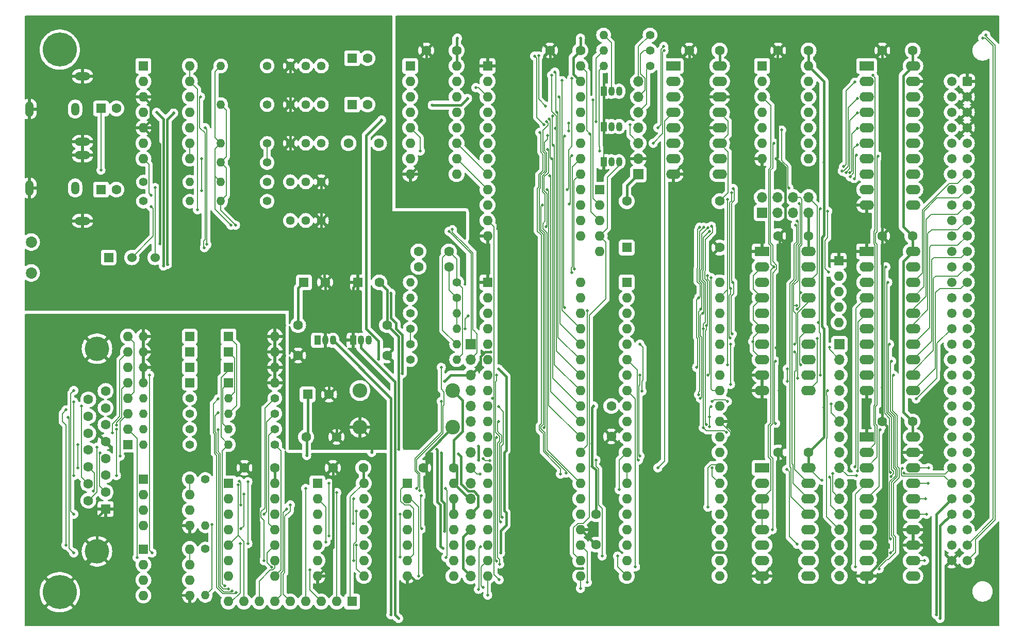
<source format=gbr>
%TF.GenerationSoftware,KiCad,Pcbnew,8.0.6-8.0.6-0~ubuntu22.04.1*%
%TF.CreationDate,2024-11-17T18:13:18+01:00*%
%TF.ProjectId,z80-SOUND,7a38302d-534f-4554-9e44-2e6b69636164,rev?*%
%TF.SameCoordinates,Original*%
%TF.FileFunction,Copper,L2,Bot*%
%TF.FilePolarity,Positive*%
%FSLAX46Y46*%
G04 Gerber Fmt 4.6, Leading zero omitted, Abs format (unit mm)*
G04 Created by KiCad (PCBNEW 8.0.6-8.0.6-0~ubuntu22.04.1) date 2024-11-17 18:13:18*
%MOMM*%
%LPD*%
G01*
G04 APERTURE LIST*
G04 Aperture macros list*
%AMRoundRect*
0 Rectangle with rounded corners*
0 $1 Rounding radius*
0 $2 $3 $4 $5 $6 $7 $8 $9 X,Y pos of 4 corners*
0 Add a 4 corners polygon primitive as box body*
4,1,4,$2,$3,$4,$5,$6,$7,$8,$9,$2,$3,0*
0 Add four circle primitives for the rounded corners*
1,1,$1+$1,$2,$3*
1,1,$1+$1,$4,$5*
1,1,$1+$1,$6,$7*
1,1,$1+$1,$8,$9*
0 Add four rect primitives between the rounded corners*
20,1,$1+$1,$2,$3,$4,$5,0*
20,1,$1+$1,$4,$5,$6,$7,0*
20,1,$1+$1,$6,$7,$8,$9,0*
20,1,$1+$1,$8,$9,$2,$3,0*%
G04 Aperture macros list end*
%TA.AperFunction,ComponentPad*%
%ADD10C,1.600000*%
%TD*%
%TA.AperFunction,ComponentPad*%
%ADD11R,1.600000X1.600000*%
%TD*%
%TA.AperFunction,ComponentPad*%
%ADD12O,1.600000X1.600000*%
%TD*%
%TA.AperFunction,ComponentPad*%
%ADD13C,1.400000*%
%TD*%
%TA.AperFunction,ComponentPad*%
%ADD14O,1.400000X1.400000*%
%TD*%
%TA.AperFunction,ComponentPad*%
%ADD15C,2.400000*%
%TD*%
%TA.AperFunction,ComponentPad*%
%ADD16O,2.400000X2.400000*%
%TD*%
%TA.AperFunction,ComponentPad*%
%ADD17C,1.440000*%
%TD*%
%TA.AperFunction,ComponentPad*%
%ADD18C,4.000000*%
%TD*%
%TA.AperFunction,ComponentPad*%
%ADD19R,1.700000X1.700000*%
%TD*%
%TA.AperFunction,ComponentPad*%
%ADD20O,1.700000X1.700000*%
%TD*%
%TA.AperFunction,ComponentPad*%
%ADD21R,1.500000X1.500000*%
%TD*%
%TA.AperFunction,ComponentPad*%
%ADD22O,1.500000X1.500000*%
%TD*%
%TA.AperFunction,ComponentPad*%
%ADD23O,1.324000X2.124000*%
%TD*%
%TA.AperFunction,ComponentPad*%
%ADD24O,2.524000X1.324000*%
%TD*%
%TA.AperFunction,ComponentPad*%
%ADD25O,1.324000X2.524000*%
%TD*%
%TA.AperFunction,ComponentPad*%
%ADD26R,2.400000X1.600000*%
%TD*%
%TA.AperFunction,ComponentPad*%
%ADD27O,2.400000X1.600000*%
%TD*%
%TA.AperFunction,ComponentPad*%
%ADD28R,1.050000X1.500000*%
%TD*%
%TA.AperFunction,ComponentPad*%
%ADD29O,1.050000X1.500000*%
%TD*%
%TA.AperFunction,ComponentPad*%
%ADD30C,5.600000*%
%TD*%
%TA.AperFunction,ComponentPad*%
%ADD31RoundRect,0.249999X-0.525001X0.525001X-0.525001X-0.525001X0.525001X-0.525001X0.525001X0.525001X0*%
%TD*%
%TA.AperFunction,ComponentPad*%
%ADD32C,1.550000*%
%TD*%
%TA.AperFunction,ComponentPad*%
%ADD33R,1.524000X1.524000*%
%TD*%
%TA.AperFunction,ComponentPad*%
%ADD34C,1.524000*%
%TD*%
%TA.AperFunction,ComponentPad*%
%ADD35C,1.854200*%
%TD*%
%TA.AperFunction,ViaPad*%
%ADD36C,0.500000*%
%TD*%
%TA.AperFunction,Conductor*%
%ADD37C,0.152400*%
%TD*%
%TA.AperFunction,Conductor*%
%ADD38C,0.450000*%
%TD*%
G04 APERTURE END LIST*
D10*
%TO.P,C12,1*%
%TO.N,Net-(U11C-+)*%
X131525000Y-83820000D03*
%TO.P,C12,2*%
%TO.N,Net-(C12-Pad2)*%
X136525000Y-83820000D03*
%TD*%
%TO.P,C7,1*%
%TO.N,+5V*%
X195580000Y-50800000D03*
%TO.P,C7,2*%
%TO.N,GND*%
X190580000Y-50800000D03*
%TD*%
D11*
%TO.P,U5,1,GND*%
%TO.N,GND*%
X142875000Y-53340000D03*
D12*
%TO.P,U5,2,D0*%
%TO.N,/#D0*%
X142875000Y-55880000D03*
%TO.P,U5,3,D1*%
%TO.N,/#D1*%
X142875000Y-58420000D03*
%TO.P,U5,4,D2*%
%TO.N,/#D2*%
X142875000Y-60960000D03*
%TO.P,U5,5,D3*%
%TO.N,/#D3*%
X142875000Y-63500000D03*
%TO.P,U5,6,D4*%
%TO.N,/#D4*%
X142875000Y-66040000D03*
%TO.P,U5,7,D5*%
%TO.N,/#D5*%
X142875000Y-68580000D03*
%TO.P,U5,8,D6*%
%TO.N,/#D6*%
X142875000Y-71120000D03*
%TO.P,U5,9,D7*%
%TO.N,/#D7*%
X142875000Y-73660000D03*
%TO.P,U5,10,NC*%
%TO.N,unconnected-(U5-NC-Pad10)*%
X142875000Y-76200000D03*
%TO.P,U5,11,IC*%
%TO.N,/~{#RESET}*%
X142875000Y-78740000D03*
%TO.P,U5,12,GND*%
%TO.N,GND*%
X142875000Y-81280000D03*
%TO.P,U5,13,IRQ*%
%TO.N,unconnected-(U5-IRQ-Pad13)*%
X158115000Y-81280000D03*
%TO.P,U5,14,CS*%
%TO.N,~{CS_YM}*%
X158115000Y-78740000D03*
%TO.P,U5,15,WR*%
%TO.N,/~{#WR}*%
X158115000Y-76200000D03*
%TO.P,U5,16,RD*%
%TO.N,/~{#RD}*%
X158115000Y-73660000D03*
%TO.P,U5,17,A0*%
%TO.N,/#A0*%
X158115000Y-71120000D03*
%TO.P,U5,18,A1*%
%TO.N,/#A1*%
X158115000Y-68580000D03*
%TO.P,U5,19,AGND*%
%TO.N,GNDA*%
X158115000Y-66040000D03*
%TO.P,U5,20,MOR*%
%TO.N,OUT_YM_R*%
X158115000Y-63500000D03*
%TO.P,U5,21,MOL*%
%TO.N,OUT_YM_L*%
X158115000Y-60960000D03*
%TO.P,U5,22,AVcc*%
%TO.N,+5VA*%
X158115000Y-58420000D03*
%TO.P,U5,23,Vcc*%
%TO.N,+5V*%
X158115000Y-55880000D03*
%TO.P,U5,24,CLOCK_IN*%
%TO.N,/#~{CLK_YM}*%
X158115000Y-53340000D03*
%TD*%
D10*
%TO.P,C21,1*%
%TO.N,+5V*%
X122475000Y-119380000D03*
%TO.P,C21,2*%
%TO.N,GND*%
X117475000Y-119380000D03*
%TD*%
D11*
%TO.P,RN4,1,common*%
%TO.N,+5V*%
X120650000Y-141351000D03*
D12*
%TO.P,RN4,2,R1*%
%TO.N,Net-(RN4-R1)*%
X118110000Y-141351000D03*
%TO.P,RN4,3,R2*%
%TO.N,Net-(RN4-R2)*%
X115570000Y-141351000D03*
%TO.P,RN4,4,R3*%
%TO.N,Net-(RN4-R3)*%
X113030000Y-141351000D03*
%TO.P,RN4,5,R4*%
%TO.N,Net-(RN4-R4)*%
X110490000Y-141351000D03*
%TO.P,RN4,6,R5*%
%TO.N,Net-(RN4-R5)*%
X107950000Y-141351000D03*
%TO.P,RN4,7,R6*%
%TO.N,Net-(RN4-R6)*%
X105410000Y-141351000D03*
%TO.P,RN4,8,R7*%
%TO.N,Net-(RN4-R7)*%
X102870000Y-141351000D03*
%TO.P,RN4,9,R8*%
%TO.N,Net-(RN4-R8)*%
X100330000Y-141351000D03*
%TD*%
D11*
%TO.P,D4,1,K*%
%TO.N,Net-(D4-K)*%
X100330000Y-105410000D03*
D12*
%TO.P,D4,2,A*%
%TO.N,GND*%
X107950000Y-105410000D03*
%TD*%
D11*
%TO.P,C8,1*%
%TO.N,OUT_YM_L*%
X120650000Y-52070000D03*
D10*
%TO.P,C8,2*%
%TO.N,Net-(C8-Pad2)*%
X123150000Y-52070000D03*
%TD*%
D13*
%TO.P,R21,1*%
%TO.N,Net-(R17-Pad1)*%
X93980000Y-115545000D03*
D14*
%TO.P,R21,2*%
%TO.N,/TRIG_OUT_C*%
X86360000Y-115545000D03*
%TD*%
D15*
%TO.P,FB2,1*%
%TO.N,+5V*%
X137160000Y-106680000D03*
D16*
%TO.P,FB2,2*%
%TO.N,+5VA*%
X121920000Y-106680000D03*
%TD*%
D13*
%TO.P,R18,1*%
%TO.N,Net-(R18-Pad1)*%
X107950000Y-113030000D03*
D14*
%TO.P,R18,2*%
%TO.N,Net-(D4-K)*%
X100330000Y-113030000D03*
%TD*%
D17*
%TO.P,RV3,1,1*%
%TO.N,Net-(C6-Pad2)*%
X115570000Y-66040000D03*
%TO.P,RV3,2,2*%
%TO.N,Net-(R3-Pad1)*%
X113030000Y-66040000D03*
%TO.P,RV3,3,3*%
%TO.N,GNDA*%
X110490000Y-66040000D03*
%TD*%
D11*
%TO.P,U13,1*%
%TO.N,/MIDI_OUT{slash}~{THRU}*%
X114935000Y-121920000D03*
D12*
%TO.P,U13,2*%
%TO.N,Net-(U13-Pad2)*%
X114935000Y-124460000D03*
%TO.P,U13,3*%
%TO.N,N/C*%
X114935000Y-127000000D03*
%TO.P,U13,4*%
X114935000Y-129540000D03*
%TO.P,U13,5*%
%TO.N,Net-(U13-Pad5)*%
X114935000Y-132080000D03*
%TO.P,U13,6*%
%TO.N,Net-(RN2A-R1.2)*%
X114935000Y-134620000D03*
%TO.P,U13,7,GND*%
%TO.N,GND*%
X114935000Y-137160000D03*
%TO.P,U13,8*%
%TO.N,Net-(U13-Pad5)*%
X122555000Y-137160000D03*
%TO.P,U13,9*%
%TO.N,/MIDIB_TX*%
X122555000Y-134620000D03*
%TO.P,U13,10*%
%TO.N,/MIDIA_RX*%
X122555000Y-132080000D03*
%TO.P,U13,11*%
%TO.N,Net-(U15-VO)*%
X122555000Y-129540000D03*
%TO.P,U13,12*%
%TO.N,/MIDIB_RX*%
X122555000Y-127000000D03*
%TO.P,U13,13*%
%TO.N,Net-(U16-VO)*%
X122555000Y-124460000D03*
%TO.P,U13,14,VCC*%
%TO.N,+5V*%
X122555000Y-121920000D03*
%TD*%
D11*
%TO.P,C18,1*%
%TO.N,+9VA*%
X112705000Y-88900000D03*
D10*
%TO.P,C18,2*%
%TO.N,GNDA*%
X116205000Y-88900000D03*
%TD*%
D13*
%TO.P,R5,1*%
%TO.N,Net-(R5-Pad1)*%
X106680000Y-75565000D03*
D14*
%TO.P,R5,2*%
%TO.N,/AUDIO_MIX_R*%
X99060000Y-75565000D03*
%TD*%
D11*
%TO.P,RN2,1,R1.1*%
%TO.N,/MIDIB_OUT_DATA*%
X83820000Y-115570000D03*
D12*
%TO.P,RN2,2,R1.2*%
%TO.N,Net-(RN2A-R1.2)*%
X83820000Y-113030000D03*
%TO.P,RN2,3,R2.1*%
%TO.N,/MIDIB_OUT_VCC*%
X83820000Y-110490000D03*
%TO.P,RN2,4,R2.2*%
%TO.N,+5V*%
X83820000Y-107950000D03*
%TO.P,RN2,5,R3.1*%
%TO.N,/MIDIA_OUT_DATA*%
X83820000Y-105410000D03*
%TO.P,RN2,6,R3.2*%
%TO.N,Net-(RN2C-R3.2)*%
X83820000Y-102870000D03*
%TO.P,RN2,7,R4.1*%
%TO.N,/MIDIA_OUT_VCC*%
X83820000Y-100330000D03*
%TO.P,RN2,8,R4.2*%
%TO.N,+5V*%
X83820000Y-97790000D03*
%TD*%
D13*
%TO.P,R22,1*%
%TO.N,Net-(R18-Pad1)*%
X93980000Y-113030000D03*
D14*
%TO.P,R22,2*%
%TO.N,/TRIG_OUT_D*%
X86360000Y-113030000D03*
%TD*%
D18*
%TO.P,J5,0,PAD*%
%TO.N,GND*%
X78737600Y-99807600D03*
X78737600Y-133107600D03*
D11*
%TO.P,J5,1,1*%
X80157600Y-126152600D03*
D10*
%TO.P,J5,2,2*%
%TO.N,/TRIG_OUT_C*%
X80157600Y-123382600D03*
%TO.P,J5,3,3*%
%TO.N,/TRIG_OUT_A*%
X80157600Y-120612600D03*
%TO.P,J5,4,4*%
%TO.N,/MIDIB_OUT_VCC*%
X80157600Y-117842600D03*
%TO.P,J5,5,5*%
%TO.N,GND*%
X80157600Y-115072600D03*
%TO.P,J5,6,6*%
%TO.N,/MIDIA_OUT_DATA*%
X80157600Y-112302600D03*
%TO.P,J5,7,7*%
%TO.N,/MIDIB_IN_DATA*%
X80157600Y-109532600D03*
%TO.P,J5,8,8*%
%TO.N,/MIDIA_IN_DATA*%
X80157600Y-106762600D03*
%TO.P,J5,9,P9*%
%TO.N,/TRIG_OUT_D*%
X77317600Y-124767600D03*
%TO.P,J5,10,P10*%
%TO.N,/TRIG_OUT_B*%
X77317600Y-121997600D03*
%TO.P,J5,11,P111*%
%TO.N,GND*%
X77317600Y-119227600D03*
%TO.P,J5,12,P12*%
%TO.N,/MIDIB_OUT_DATA*%
X77317600Y-116457600D03*
%TO.P,J5,13,P13*%
%TO.N,/MIDIA_OUT_VCC*%
X77317600Y-113687600D03*
%TO.P,J5,14,P14*%
%TO.N,/MIDIB_IN_VCC*%
X77317600Y-110917600D03*
%TO.P,J5,15,P15*%
%TO.N,/MIDIA_IN_VCC*%
X77317600Y-108147600D03*
%TD*%
D13*
%TO.P,R10,1*%
%TO.N,Net-(U9A-A_CHB)*%
X130175000Y-99060000D03*
D14*
%TO.P,R10,2*%
%TO.N,Net-(C12-Pad2)*%
X137795000Y-99060000D03*
%TD*%
D10*
%TO.P,C26,1*%
%TO.N,+5V*%
X163195000Y-109220000D03*
%TO.P,C26,2*%
%TO.N,GND*%
X163195000Y-114220000D03*
%TD*%
%TO.P,C2,1*%
%TO.N,+5V*%
X212685000Y-50800000D03*
%TO.P,C2,2*%
%TO.N,GND*%
X207685000Y-50800000D03*
%TD*%
%TO.P,C25,1*%
%TO.N,+5V*%
X180975000Y-50800000D03*
%TO.P,C25,2*%
%TO.N,GND*%
X175975000Y-50800000D03*
%TD*%
%TO.P,C4,1*%
%TO.N,+5V*%
X212645000Y-111760000D03*
%TO.P,C4,2*%
%TO.N,GND*%
X207645000Y-111760000D03*
%TD*%
D11*
%TO.P,RN1,1,common*%
%TO.N,GND*%
X200533000Y-85344000D03*
D12*
%TO.P,RN1,2,R1*%
%TO.N,Net-(J6-Pin_8)*%
X200533000Y-87884000D03*
%TO.P,RN1,3,R2*%
%TO.N,Net-(J6-Pin_6)*%
X200533000Y-90424000D03*
%TO.P,RN1,4,R3*%
%TO.N,Net-(J6-Pin_4)*%
X200533000Y-92964000D03*
%TO.P,RN1,5,R4*%
%TO.N,Net-(J6-Pin_2)*%
X200533000Y-95504000D03*
%TD*%
D19*
%TO.P,U19,1,VIN*%
%TO.N,+5V*%
X167640000Y-71120000D03*
D20*
%TO.P,U19,2,GND*%
%TO.N,GND*%
X167640000Y-68580000D03*
%TO.P,U19,3,SDA*%
%TO.N,/A22{slash}SCL*%
X167640000Y-66040000D03*
%TO.P,U19,4,SCL*%
%TO.N,/A23{slash}SDA*%
X167640000Y-63500000D03*
%TO.P,U19,5,CLK2*%
%TO.N,/CLK_PSG*%
X167640000Y-60960000D03*
%TO.P,U19,6,CLK1*%
%TO.N,/CLK_YM*%
X167640000Y-58420000D03*
%TO.P,U19,7,CLK0*%
%TO.N,/CLK_SN*%
X167640000Y-55880000D03*
%TD*%
D21*
%TO.P,D8,1,K*%
%TO.N,Net-(D4-K)*%
X93980000Y-105410000D03*
D22*
%TO.P,D8,2,A*%
%TO.N,GND*%
X86360000Y-105410000D03*
%TD*%
D13*
%TO.P,R15,1*%
%TO.N,Net-(R15-Pad1)*%
X107950000Y-110490000D03*
D14*
%TO.P,R15,2*%
%TO.N,Net-(D1-K)*%
X100330000Y-110490000D03*
%TD*%
D13*
%TO.P,R7,1*%
%TO.N,/AUDIO_MIX_L*%
X86360000Y-72415000D03*
D14*
%TO.P,R7,2*%
%TO.N,Net-(C10-Pad1)*%
X93980000Y-72415000D03*
%TD*%
D13*
%TO.P,R14,1*%
%TO.N,Net-(C13-Pad2)*%
X137795000Y-91440000D03*
D14*
%TO.P,R14,2*%
%TO.N,GND*%
X130175000Y-91440000D03*
%TD*%
D11*
%TO.P,U7,1*%
%TO.N,DEC_BUF_DIR*%
X187960000Y-53340000D03*
D12*
%TO.P,U7,2*%
%TO.N,/~{#RD}*%
X187960000Y-55880000D03*
%TO.P,U7,3*%
%TO.N,Net-(U1-P=R)*%
X187960000Y-58420000D03*
%TO.P,U7,4*%
%TO.N,Net-(U9A-BC1)*%
X187960000Y-60960000D03*
%TO.P,U7,5*%
%TO.N,/#A0*%
X187960000Y-63500000D03*
%TO.P,U7,6*%
%TO.N,~{CS_PSG}*%
X187960000Y-66040000D03*
%TO.P,U7,7,GND*%
%TO.N,GND*%
X187960000Y-68580000D03*
%TO.P,U7,8*%
%TO.N,/~{#WR}*%
X195580000Y-68580000D03*
%TO.P,U7,9*%
%TO.N,~{CS_PSG}*%
X195580000Y-66040000D03*
%TO.P,U7,10*%
%TO.N,Net-(U9A-BDIR)*%
X195580000Y-63500000D03*
%TO.P,U7,11*%
%TO.N,N/C*%
X195580000Y-60960000D03*
%TO.P,U7,12*%
X195580000Y-58420000D03*
%TO.P,U7,13*%
X195580000Y-55880000D03*
%TO.P,U7,14,VCC*%
%TO.N,+5V*%
X195580000Y-53340000D03*
%TD*%
D17*
%TO.P,RV4,1,1*%
%TO.N,GNDA*%
X115570000Y-72390000D03*
%TO.P,RV4,2,2*%
%TO.N,Net-(R6-Pad1)*%
X113030000Y-72390000D03*
%TO.P,RV4,3,3*%
%TO.N,Net-(U11C--)*%
X110490000Y-72390000D03*
%TD*%
D13*
%TO.P,R4,1*%
%TO.N,Net-(R3-Pad1)*%
X106680000Y-66065000D03*
D14*
%TO.P,R4,2*%
%TO.N,/AUDIO_MIX_L*%
X99060000Y-66065000D03*
%TD*%
D11*
%TO.P,U16,1,NC*%
%TO.N,unconnected-(U16-NC-Pad1)*%
X86360000Y-132725000D03*
D12*
%TO.P,U16,2,A*%
%TO.N,/MIDIB_IN_VCC*%
X86360000Y-135265000D03*
%TO.P,U16,3,C*%
%TO.N,/MIDIB_IN_DATA*%
X86360000Y-137805000D03*
%TO.P,U16,4*%
%TO.N,N/C*%
X86360000Y-140345000D03*
%TO.P,U16,5,GND*%
%TO.N,GND*%
X93980000Y-140345000D03*
%TO.P,U16,6,VO*%
%TO.N,Net-(U16-VO)*%
X93980000Y-137805000D03*
%TO.P,U16,7,EN*%
%TO.N,+5V*%
X93980000Y-135265000D03*
%TO.P,U16,8,VCC*%
X93980000Y-132725000D03*
%TD*%
D10*
%TO.P,C13,1*%
%TO.N,Net-(U11D-+)*%
X131525000Y-86360000D03*
%TO.P,C13,2*%
%TO.N,Net-(C13-Pad2)*%
X136525000Y-86360000D03*
%TD*%
D19*
%TO.P,J7,1,Pin_1*%
%TO.N,/#D0*%
X200660000Y-99060000D03*
D20*
%TO.P,J7,2,Pin_2*%
%TO.N,/#D1*%
X200660000Y-101600000D03*
%TO.P,J7,3,Pin_3*%
%TO.N,/#D2*%
X200660000Y-104140000D03*
%TO.P,J7,4,Pin_4*%
%TO.N,/#D3*%
X200660000Y-106680000D03*
%TO.P,J7,5,Pin_5*%
%TO.N,/#D4*%
X200660000Y-109220000D03*
%TO.P,J7,6,Pin_6*%
%TO.N,/#D5*%
X200660000Y-111760000D03*
%TO.P,J7,7,Pin_7*%
%TO.N,/#D6*%
X200660000Y-114300000D03*
%TO.P,J7,8,Pin_8*%
%TO.N,/#D7*%
X200660000Y-116840000D03*
%TO.P,J7,9,Pin_9*%
%TO.N,/#A0*%
X200660000Y-119380000D03*
%TO.P,J7,10,Pin_10*%
%TO.N,/#A1*%
X200660000Y-121920000D03*
%TO.P,J7,11,Pin_11*%
%TO.N,/#A2*%
X200660000Y-124460000D03*
%TO.P,J7,12,Pin_12*%
%TO.N,/#A3*%
X200660000Y-127000000D03*
%TO.P,J7,13,Pin_13*%
%TO.N,/#A4*%
X200660000Y-129540000D03*
%TO.P,J7,14,Pin_14*%
%TO.N,/#A5*%
X200660000Y-132080000D03*
%TO.P,J7,15,Pin_15*%
%TO.N,/#A6*%
X200660000Y-134620000D03*
%TO.P,J7,16,Pin_16*%
%TO.N,/#A7*%
X200660000Y-137160000D03*
%TD*%
D13*
%TO.P,R25,1*%
%TO.N,/CLK_SN*%
X169545000Y-48260000D03*
D14*
%TO.P,R25,2*%
%TO.N,Net-(Q1-B)*%
X161925000Y-48260000D03*
%TD*%
D17*
%TO.P,RV2,1,1*%
%TO.N,Net-(C9-Pad2)*%
X115570000Y-59690000D03*
%TO.P,RV2,2,2*%
%TO.N,Net-(R2-Pad1)*%
X113030000Y-59690000D03*
%TO.P,RV2,3,3*%
%TO.N,GNDA*%
X110490000Y-59690000D03*
%TD*%
D13*
%TO.P,R9,1*%
%TO.N,Net-(U9A-A_CHA)*%
X130175000Y-101600000D03*
D14*
%TO.P,R9,2*%
%TO.N,Net-(C12-Pad2)*%
X137795000Y-101600000D03*
%TD*%
D10*
%TO.P,C27,1*%
%TO.N,+5V*%
X160655000Y-127000000D03*
%TO.P,C27,2*%
%TO.N,GND*%
X160655000Y-132000000D03*
%TD*%
D13*
%TO.P,R3,1*%
%TO.N,Net-(R3-Pad1)*%
X106680000Y-69215000D03*
D14*
%TO.P,R3,2*%
%TO.N,/AUDIO_MIX_R*%
X99060000Y-69215000D03*
%TD*%
D13*
%TO.P,R6,1*%
%TO.N,Net-(R6-Pad1)*%
X106680000Y-72415000D03*
D14*
%TO.P,R6,2*%
%TO.N,/AUDIO_MIX_L*%
X99060000Y-72415000D03*
%TD*%
D11*
%TO.P,U15,1,NC*%
%TO.N,unconnected-(U15-NC-Pad1)*%
X86360000Y-121280000D03*
D12*
%TO.P,U15,2,A*%
%TO.N,/MIDIA_IN_VCC*%
X86360000Y-123820000D03*
%TO.P,U15,3,C*%
%TO.N,/MIDIA_IN_DATA*%
X86360000Y-126360000D03*
%TO.P,U15,4*%
%TO.N,N/C*%
X86360000Y-128900000D03*
%TO.P,U15,5,GND*%
%TO.N,GND*%
X93980000Y-128900000D03*
%TO.P,U15,6,VO*%
%TO.N,Net-(U15-VO)*%
X93980000Y-126360000D03*
%TO.P,U15,7,EN*%
%TO.N,+5V*%
X93980000Y-123820000D03*
%TO.P,U15,8,VCC*%
X93980000Y-121280000D03*
%TD*%
D13*
%TO.P,R13,1*%
%TO.N,Net-(C12-Pad2)*%
X137795000Y-88900000D03*
D14*
%TO.P,R13,2*%
%TO.N,GND*%
X130175000Y-88900000D03*
%TD*%
D23*
%TO.P,J3,1,In*%
%TO.N,Net-(J3-In)*%
X75158600Y-60430400D03*
D24*
%TO.P,J3,2,Ext*%
%TO.N,GNDA*%
X76358600Y-55030400D03*
D25*
X67658600Y-60430400D03*
D24*
X76358600Y-65830400D03*
%TD*%
D21*
%TO.P,D6,1,K*%
%TO.N,Net-(D2-K)*%
X93980000Y-100330000D03*
D22*
%TO.P,D6,2,A*%
%TO.N,GND*%
X86360000Y-100330000D03*
%TD*%
D13*
%TO.P,R16,1*%
%TO.N,Net-(R16-Pad1)*%
X107950000Y-107950000D03*
D14*
%TO.P,R16,2*%
%TO.N,Net-(D2-K)*%
X100330000Y-107950000D03*
%TD*%
D17*
%TO.P,RV1,1,1*%
%TO.N,Net-(C8-Pad2)*%
X115570000Y-53340000D03*
%TO.P,RV1,2,2*%
%TO.N,Net-(R1-Pad1)*%
X113030000Y-53340000D03*
%TO.P,RV1,3,3*%
%TO.N,GNDA*%
X110490000Y-53340000D03*
%TD*%
%TO.P,RV5,1,1*%
%TO.N,GNDA*%
X115570000Y-78740000D03*
%TO.P,RV5,2,2*%
%TO.N,Net-(R5-Pad1)*%
X113030000Y-78740000D03*
%TO.P,RV5,3,3*%
%TO.N,Net-(U11D--)*%
X110490000Y-78740000D03*
%TD*%
D13*
%TO.P,R23,1*%
%TO.N,+5V*%
X96520000Y-121285000D03*
D14*
%TO.P,R23,2*%
%TO.N,Net-(U15-VO)*%
X96520000Y-128905000D03*
%TD*%
D10*
%TO.P,C16,1*%
%TO.N,GNDA*%
X126365000Y-100925000D03*
%TO.P,C16,2*%
%TO.N,-9VA*%
X126365000Y-95925000D03*
%TD*%
%TO.P,C14,1*%
%TO.N,+5VA*%
X113070000Y-114300000D03*
%TO.P,C14,2*%
%TO.N,GNDA*%
X118070000Y-114300000D03*
%TD*%
D13*
%TO.P,R12,1*%
%TO.N,Net-(U9A-A_CHC)*%
X130175000Y-93980000D03*
D14*
%TO.P,R12,2*%
%TO.N,Net-(C13-Pad2)*%
X137795000Y-93980000D03*
%TD*%
D26*
%TO.P,U8,1,A0*%
%TO.N,/#A2*%
X187960000Y-119380000D03*
D27*
%TO.P,U8,2,A1*%
%TO.N,/#A3*%
X187960000Y-121920000D03*
%TO.P,U8,3,A2*%
%TO.N,Net-(U1-P=R)*%
X187960000Y-124460000D03*
%TO.P,U8,4,E1*%
X187960000Y-127000000D03*
%TO.P,U8,5,E2*%
X187960000Y-129540000D03*
%TO.P,U8,6,E3*%
%TO.N,+5V*%
X187960000Y-132080000D03*
%TO.P,U8,7,O7*%
%TO.N,unconnected-(U8-O7-Pad7)*%
X187960000Y-134620000D03*
%TO.P,U8,8,GND*%
%TO.N,GND*%
X187960000Y-137160000D03*
%TO.P,U8,9,O6*%
%TO.N,unconnected-(U8-O6-Pad9)*%
X195580000Y-137160000D03*
%TO.P,U8,10,O5*%
%TO.N,unconnected-(U8-O5-Pad10)*%
X195580000Y-134620000D03*
%TO.P,U8,11,O4*%
%TO.N,unconnected-(U8-O4-Pad11)*%
X195580000Y-132080000D03*
%TO.P,U8,12,O3*%
%TO.N,~{CS_PSG}*%
X195580000Y-129540000D03*
%TO.P,U8,13,O2*%
%TO.N,~{CS_SN}*%
X195580000Y-127000000D03*
%TO.P,U8,14,O1*%
%TO.N,~{CS_YM}*%
X195580000Y-124460000D03*
%TO.P,U8,15,O0*%
%TO.N,~{CS_SIO}*%
X195580000Y-121920000D03*
%TO.P,U8,16,VCC*%
%TO.N,+5V*%
X195580000Y-119380000D03*
%TD*%
D10*
%TO.P,C5,1*%
%TO.N,+5V*%
X195580000Y-116840000D03*
%TO.P,C5,2*%
%TO.N,GND*%
X190580000Y-116840000D03*
%TD*%
D11*
%TO.P,D3,1,K*%
%TO.N,Net-(D3-K)*%
X100330000Y-102870000D03*
D12*
%TO.P,D3,2,A*%
%TO.N,GND*%
X107950000Y-102870000D03*
%TD*%
D13*
%TO.P,R1,1*%
%TO.N,Net-(R1-Pad1)*%
X106680000Y-53340000D03*
D14*
%TO.P,R1,2*%
%TO.N,/AUDIO_MIX_L*%
X99060000Y-53340000D03*
%TD*%
D21*
%TO.P,D7,1,K*%
%TO.N,Net-(D3-K)*%
X93980000Y-102870000D03*
D22*
%TO.P,D7,2,A*%
%TO.N,GND*%
X86360000Y-102870000D03*
%TD*%
D13*
%TO.P,R17,1*%
%TO.N,Net-(R17-Pad1)*%
X107950000Y-115570000D03*
D14*
%TO.P,R17,2*%
%TO.N,Net-(D3-K)*%
X100330000Y-115570000D03*
%TD*%
D11*
%TO.P,U9,1,GND*%
%TO.N,GND*%
X142875000Y-88900000D03*
D12*
%TO.P,U9,2,NC*%
%TO.N,unconnected-(U9A-NC-Pad2)*%
X142875000Y-91440000D03*
%TO.P,U9,3,A_CHB*%
%TO.N,Net-(U9A-A_CHB)*%
X142875000Y-93980000D03*
%TO.P,U9,4,A_CHA*%
%TO.N,Net-(U9A-A_CHA)*%
X142875000Y-96520000D03*
%TO.P,U9,5,NC2*%
%TO.N,unconnected-(U9A-NC2-Pad5)*%
X142875000Y-99060000D03*
%TO.P,U9,6,IOB7*%
%TO.N,Net-(RN4-R1)*%
X142875000Y-101600000D03*
%TO.P,U9,7,IOB6*%
%TO.N,Net-(RN4-R2)*%
X142875000Y-104140000D03*
%TO.P,U9,8,IOB5*%
%TO.N,Net-(RN4-R3)*%
X142875000Y-106680000D03*
%TO.P,U9,9,IOB4*%
%TO.N,Net-(RN4-R4)*%
X142875000Y-109220000D03*
%TO.P,U9,10,IOB3*%
%TO.N,Net-(RN4-R5)*%
X142875000Y-111760000D03*
%TO.P,U9,11,IOB2*%
%TO.N,Net-(RN4-R6)*%
X142875000Y-114300000D03*
%TO.P,U9,12,IOB1*%
%TO.N,Net-(RN4-R7)*%
X142875000Y-116840000D03*
%TO.P,U9,13,IOB0*%
%TO.N,Net-(RN4-R8)*%
X142875000Y-119380000D03*
%TO.P,U9,14,IOA7*%
%TO.N,unconnected-(U9A-IOA7-Pad14)*%
X142875000Y-121920000D03*
%TO.P,U9,15,IOA6*%
%TO.N,unconnected-(U9A-IOA6-Pad15)*%
X142875000Y-124460000D03*
%TO.P,U9,16,IOA5*%
%TO.N,unconnected-(U9A-IOA5-Pad16)*%
X142875000Y-127000000D03*
%TO.P,U9,17,IOA4*%
%TO.N,unconnected-(U9A-IOA4-Pad17)*%
X142875000Y-129540000D03*
%TO.P,U9,18,IOA3*%
%TO.N,Net-(D4-K)*%
X142875000Y-132080000D03*
%TO.P,U9,19,IOA2*%
%TO.N,Net-(D3-K)*%
X142875000Y-134620000D03*
%TO.P,U9,20,IOA1*%
%TO.N,Net-(D2-K)*%
X142875000Y-137160000D03*
%TO.P,U9,21,IOA0*%
%TO.N,Net-(D1-K)*%
X158115000Y-137160000D03*
%TO.P,U9,22,CLOCK*%
%TO.N,/#~{CLK_PSG}*%
X158115000Y-134620000D03*
%TO.P,U9,23,/RESET*%
%TO.N,/~{#RESET}*%
X158115000Y-132080000D03*
%TO.P,U9,24,/A9*%
%TO.N,GND*%
X158115000Y-129540000D03*
%TO.P,U9,25,A8*%
%TO.N,+5V*%
X158115000Y-127000000D03*
%TO.P,U9,26,TEST2*%
%TO.N,unconnected-(U9A-TEST2-Pad26)*%
X158115000Y-124460000D03*
%TO.P,U9,27,BDIR*%
%TO.N,Net-(U9A-BDIR)*%
X158115000Y-121920000D03*
%TO.P,U9,28,BC2*%
%TO.N,+5V*%
X158115000Y-119380000D03*
%TO.P,U9,29,BC1*%
%TO.N,Net-(U9A-BC1)*%
X158115000Y-116840000D03*
%TO.P,U9,30,DA7*%
%TO.N,/#D7*%
X158115000Y-114300000D03*
%TO.P,U9,31,DA6*%
%TO.N,/#D6*%
X158115000Y-111760000D03*
%TO.P,U9,32,DA5*%
%TO.N,/#D5*%
X158115000Y-109220000D03*
%TO.P,U9,33,DA4*%
%TO.N,/#D4*%
X158115000Y-106680000D03*
%TO.P,U9,34,DA3*%
%TO.N,/#D3*%
X158115000Y-104140000D03*
%TO.P,U9,35,DA2*%
%TO.N,/#D2*%
X158115000Y-101600000D03*
%TO.P,U9,36,DA1*%
%TO.N,/#D1*%
X158115000Y-99060000D03*
%TO.P,U9,37,DA0*%
%TO.N,/#D0*%
X158115000Y-96520000D03*
%TO.P,U9,38,A_CHC*%
%TO.N,Net-(U9A-A_CHC)*%
X158115000Y-93980000D03*
%TO.P,U9,39,TEST1*%
%TO.N,unconnected-(U9A-TEST1-Pad39)*%
X158115000Y-91440000D03*
%TO.P,U9,40,VCC*%
%TO.N,+5V*%
X158115000Y-88900000D03*
%TD*%
D11*
%TO.P,C19,1*%
%TO.N,GNDA*%
X121595000Y-88900000D03*
D10*
%TO.P,C19,2*%
%TO.N,-9VA*%
X125095000Y-88900000D03*
%TD*%
D21*
%TO.P,D5,1,K*%
%TO.N,Net-(D1-K)*%
X93980000Y-97790000D03*
D22*
%TO.P,D5,2,A*%
%TO.N,GND*%
X86360000Y-97790000D03*
%TD*%
D28*
%TO.P,Q1,1,E*%
%TO.N,GND*%
X161925000Y-57510000D03*
D29*
%TO.P,Q1,2,B*%
%TO.N,Net-(Q1-B)*%
X163195000Y-57510000D03*
%TO.P,Q1,3,C*%
%TO.N,/#~{CLK_SN}*%
X164465000Y-57510000D03*
%TD*%
D28*
%TO.P,Q3,1,E*%
%TO.N,GND*%
X161925000Y-69090000D03*
D29*
%TO.P,Q3,2,B*%
%TO.N,Net-(Q3-B)*%
X163195000Y-69090000D03*
%TO.P,Q3,3,C*%
%TO.N,/#~{CLK_PSG}*%
X164465000Y-69090000D03*
%TD*%
D13*
%TO.P,R27,1*%
%TO.N,/CLK_PSG*%
X169545000Y-53340000D03*
D14*
%TO.P,R27,2*%
%TO.N,Net-(Q3-B)*%
X161925000Y-53340000D03*
%TD*%
D23*
%TO.P,J4,1,In*%
%TO.N,Net-(J4-In)*%
X75158600Y-73406000D03*
D24*
%TO.P,J4,2,Ext*%
%TO.N,GNDA*%
X76358600Y-68006000D03*
D25*
X67658600Y-73406000D03*
D24*
X76358600Y-78806000D03*
%TD*%
D11*
%TO.P,X1,1,NC*%
%TO.N,unconnected-(X1-NC-Pad1)*%
X165735000Y-83185000D03*
D10*
%TO.P,X1,7,GND*%
%TO.N,GND*%
X180975000Y-83185000D03*
%TO.P,X1,8,OUT*%
%TO.N,Net-(U10-CPC)*%
X180975000Y-75565000D03*
%TO.P,X1,14,Vcc*%
%TO.N,+5V*%
X165735000Y-75565000D03*
%TD*%
D11*
%TO.P,D2,1,K*%
%TO.N,Net-(D2-K)*%
X100330000Y-100330000D03*
D12*
%TO.P,D2,2,A*%
%TO.N,GND*%
X107950000Y-100330000D03*
%TD*%
D15*
%TO.P,FB1,1*%
%TO.N,GND*%
X137160000Y-112730000D03*
D16*
%TO.P,FB1,2*%
%TO.N,GNDA*%
X121920000Y-112730000D03*
%TD*%
D26*
%TO.P,U1,1,G*%
%TO.N,GND*%
X187960000Y-83820000D03*
D27*
%TO.P,U1,2,P0*%
%TO.N,/~{#IOREQ}*%
X187960000Y-86360000D03*
%TO.P,U1,3,R0*%
%TO.N,GND*%
X187960000Y-88900000D03*
%TO.P,U1,4,P1*%
%TO.N,/~{#IOREQ}*%
X187960000Y-91440000D03*
%TO.P,U1,5,R1*%
%TO.N,GND*%
X187960000Y-93980000D03*
%TO.P,U1,6,P2*%
%TO.N,/~{#IOREQ}*%
X187960000Y-96520000D03*
%TO.P,U1,7,R2*%
%TO.N,GND*%
X187960000Y-99060000D03*
%TO.P,U1,8,P3*%
%TO.N,/~{#IOREQ}*%
X187960000Y-101600000D03*
%TO.P,U1,9,R3*%
%TO.N,GND*%
X187960000Y-104140000D03*
%TO.P,U1,10,GND*%
X187960000Y-106680000D03*
%TO.P,U1,11,P4*%
%TO.N,/#A4*%
X195580000Y-106680000D03*
%TO.P,U1,12,R4*%
%TO.N,Net-(J6-Pin_2)*%
X195580000Y-104140000D03*
%TO.P,U1,13,P5*%
%TO.N,/#A5*%
X195580000Y-101600000D03*
%TO.P,U1,14,R5*%
%TO.N,Net-(J6-Pin_4)*%
X195580000Y-99060000D03*
%TO.P,U1,15,P6*%
%TO.N,/#A6*%
X195580000Y-96520000D03*
%TO.P,U1,16,R6*%
%TO.N,Net-(J6-Pin_6)*%
X195580000Y-93980000D03*
%TO.P,U1,17,P7*%
%TO.N,/#A7*%
X195580000Y-91440000D03*
%TO.P,U1,18,R7*%
%TO.N,Net-(J6-Pin_8)*%
X195580000Y-88900000D03*
%TO.P,U1,19,P=R*%
%TO.N,Net-(U1-P=R)*%
X195580000Y-86360000D03*
%TO.P,U1,20,VCC*%
%TO.N,+5V*%
X195580000Y-83820000D03*
%TD*%
D13*
%TO.P,R11,1*%
%TO.N,Net-(U9A-A_CHB)*%
X130175000Y-96520000D03*
D14*
%TO.P,R11,2*%
%TO.N,Net-(C13-Pad2)*%
X137795000Y-96520000D03*
%TD*%
D11*
%TO.P,U11,1*%
%TO.N,Net-(C10-Pad1)*%
X86360000Y-53340000D03*
D12*
%TO.P,U11,2,-*%
%TO.N,/AUDIO_MIX_L*%
X86360000Y-55880000D03*
%TO.P,U11,3,+*%
%TO.N,GNDA*%
X86360000Y-58420000D03*
%TO.P,U11,4,V+*%
%TO.N,+9VA*%
X86360000Y-60960000D03*
%TO.P,U11,5,+*%
%TO.N,GNDA*%
X86360000Y-63500000D03*
%TO.P,U11,6,-*%
%TO.N,/AUDIO_MIX_R*%
X86360000Y-66040000D03*
%TO.P,U11,7*%
%TO.N,Net-(C11-Pad1)*%
X86360000Y-68580000D03*
%TO.P,U11,8*%
%TO.N,Net-(U11C--)*%
X93980000Y-68580000D03*
%TO.P,U11,9,-*%
X93980000Y-66040000D03*
%TO.P,U11,10,+*%
%TO.N,Net-(U11C-+)*%
X93980000Y-63500000D03*
%TO.P,U11,11,V-*%
%TO.N,-9VA*%
X93980000Y-60960000D03*
%TO.P,U11,12,+*%
%TO.N,Net-(U11D-+)*%
X93980000Y-58420000D03*
%TO.P,U11,13,-*%
%TO.N,Net-(U11D--)*%
X93980000Y-55880000D03*
%TO.P,U11,14*%
X93980000Y-53340000D03*
%TD*%
D11*
%TO.P,U14,1*%
%TO.N,Net-(U14-Pad1)*%
X129667000Y-121920000D03*
D12*
%TO.P,U14,2*%
%TO.N,Net-(U14-Pad2)*%
X129667000Y-124460000D03*
%TO.P,U14,3*%
%TO.N,Net-(RN2C-R3.2)*%
X129667000Y-127000000D03*
%TO.P,U14,4*%
%TO.N,/MIDIA_TX*%
X129667000Y-129540000D03*
%TO.P,U14,5*%
%TO.N,Net-(U13-Pad2)*%
X129667000Y-132080000D03*
%TO.P,U14,6*%
%TO.N,Net-(U14-Pad1)*%
X129667000Y-134620000D03*
%TO.P,U14,7,GND*%
%TO.N,GND*%
X129667000Y-137160000D03*
%TO.P,U14,8*%
%TO.N,Net-(U14-Pad2)*%
X137287000Y-137160000D03*
%TO.P,U14,9*%
%TO.N,/MIDIA_RX*%
X137287000Y-134620000D03*
%TO.P,U14,10*%
%TO.N,/MIDI_OUT{slash}~{THRU}*%
X137287000Y-132080000D03*
%TO.P,U14,11*%
%TO.N,unconnected-(U14-Pad11)*%
X137287000Y-129540000D03*
%TO.P,U14,12*%
%TO.N,GND*%
X137287000Y-127000000D03*
%TO.P,U14,13*%
X137287000Y-124460000D03*
%TO.P,U14,14,VCC*%
%TO.N,+5V*%
X137287000Y-121920000D03*
%TD*%
D11*
%TO.P,C10,1*%
%TO.N,Net-(C10-Pad1)*%
X79415000Y-60325000D03*
D10*
%TO.P,C10,2*%
%TO.N,Net-(J3-In)*%
X81915000Y-60325000D03*
%TD*%
D30*
%TO.P,J1,G,CHASSIS*%
%TO.N,GND*%
X72610000Y-50673000D03*
X72610000Y-139827000D03*
D31*
%TO.P,J1,a1,GND*%
X221615000Y-55880000D03*
D32*
%TO.P,J1,a2,GND*%
X221615000Y-58420000D03*
%TO.P,J1,a3,GND*%
X221615000Y-60960000D03*
%TO.P,J1,a4,GND*%
X221615000Y-63500000D03*
%TO.P,J1,a5,MEMAQ*%
%TO.N,/MEMAQ*%
X221615000Y-66040000D03*
%TO.P,J1,a6,~{INT3}*%
%TO.N,/~{INT3}*%
X221615000Y-68580000D03*
%TO.P,J1,a7,CA0*%
%TO.N,/A0*%
X221615000Y-71120000D03*
%TO.P,J1,a8,CA1*%
%TO.N,/A1*%
X221615000Y-73660000D03*
%TO.P,J1,a9,CA2*%
%TO.N,/A2*%
X221615000Y-76200000D03*
%TO.P,J1,a10,CA3*%
%TO.N,/A3*%
X221615000Y-78740000D03*
%TO.P,J1,a11,CA4*%
%TO.N,/A4*%
X221615000Y-81280000D03*
%TO.P,J1,a12,CA5*%
%TO.N,/A5*%
X221615000Y-83820000D03*
%TO.P,J1,a13,CA6*%
%TO.N,/A6*%
X221615000Y-86360000D03*
%TO.P,J1,a14,CA7*%
%TO.N,/A7*%
X221615000Y-88900000D03*
%TO.P,J1,a15,CA8*%
%TO.N,/A8*%
X221615000Y-91440000D03*
%TO.P,J1,a16,CA9*%
%TO.N,/A9*%
X221615000Y-93980000D03*
%TO.P,J1,a17,CA10*%
%TO.N,/A10*%
X221615000Y-96520000D03*
%TO.P,J1,a18,CA11*%
%TO.N,/A11*%
X221615000Y-99060000D03*
%TO.P,J1,a19,CA12*%
%TO.N,/A12*%
X221615000Y-101600000D03*
%TO.P,J1,a20,CA13*%
%TO.N,/A13*%
X221615000Y-104140000D03*
%TO.P,J1,a21,CA14*%
%TO.N,/A14*%
X221615000Y-106680000D03*
%TO.P,J1,a22,CA15*%
%TO.N,/A15*%
X221615000Y-109220000D03*
%TO.P,J1,a23,~{BUSREQ}*%
%TO.N,/~{BUSREQ}*%
X221615000Y-111760000D03*
%TO.P,J1,a24,~{BUSACK}*%
%TO.N,/~{BUSACK}*%
X221615000Y-114300000D03*
%TO.P,J1,a25,A16*%
%TO.N,/A16*%
X221615000Y-116840000D03*
%TO.P,J1,a26,A17*%
%TO.N,/A17*%
X221615000Y-119380000D03*
%TO.P,J1,a27,A18*%
%TO.N,/A18*%
X221615000Y-121920000D03*
%TO.P,J1,a28,A19*%
%TO.N,/A19*%
X221615000Y-124460000D03*
%TO.P,J1,a29,A20*%
%TO.N,/A20*%
X221615000Y-127000000D03*
%TO.P,J1,a30,A21*%
%TO.N,/A21*%
X221615000Y-129540000D03*
%TO.P,J1,a31,SCL*%
%TO.N,/A22{slash}SCL*%
X221615000Y-132080000D03*
%TO.P,J1,a32,SDA*%
%TO.N,/A23{slash}SDA*%
X221615000Y-134620000D03*
%TO.P,J1,b1,+5V*%
%TO.N,+5V*%
X219075000Y-55880000D03*
%TO.P,J1,b2,+5V*%
X219075000Y-58420000D03*
%TO.P,J1,b3,+5V*%
X219075000Y-60960000D03*
%TO.P,J1,b4,~{INT0}*%
%TO.N,/~{INT0}*%
X219075000Y-63500000D03*
%TO.P,J1,b5,~{INT1}*%
%TO.N,/~{INT1}*%
X219075000Y-66040000D03*
%TO.P,J1,b6,~{INT2}*%
%TO.N,/~{INT2}*%
X219075000Y-68580000D03*
%TO.P,J1,b7,CD0*%
%TO.N,/D0*%
X219075000Y-71120000D03*
%TO.P,J1,b8,CD1*%
%TO.N,/D1*%
X219075000Y-73660000D03*
%TO.P,J1,b9,CD2*%
%TO.N,/D2*%
X219075000Y-76200000D03*
%TO.P,J1,b10,CD3*%
%TO.N,/D3*%
X219075000Y-78740000D03*
%TO.P,J1,b11,CD4*%
%TO.N,/D4*%
X219075000Y-81280000D03*
%TO.P,J1,b12,CD5*%
%TO.N,/D5*%
X219075000Y-83820000D03*
%TO.P,J1,b13,CD6*%
%TO.N,/D6*%
X219075000Y-86360000D03*
%TO.P,J1,b14,CD7*%
%TO.N,/D7*%
X219075000Y-88900000D03*
%TO.P,J1,b15,~{RESET}*%
%TO.N,/~{RESET}*%
X219075000Y-91440000D03*
%TO.P,J1,b16,CLK*%
%TO.N,/CLK_CPU*%
X219075000Y-93980000D03*
%TO.P,J1,b17,~{INT}*%
%TO.N,/~{INT}*%
X219075000Y-96520000D03*
%TO.P,J1,b18,~{NMI}*%
%TO.N,/~{NMI}*%
X219075000Y-99060000D03*
%TO.P,J1,b19,~{M1}*%
%TO.N,/~{M1}*%
X219075000Y-101600000D03*
%TO.P,J1,b20,~{WAIT}*%
%TO.N,/~{WAIT}*%
X219075000Y-104140000D03*
%TO.P,J1,b21,~{HALT}*%
%TO.N,/~{HALT}*%
X219075000Y-106680000D03*
%TO.P,J1,b22,~{RD}*%
%TO.N,/~{RD}*%
X219075000Y-109220000D03*
%TO.P,J1,b23,~{WR}*%
%TO.N,/~{WR}*%
X219075000Y-111760000D03*
%TO.P,J1,b24,~{MREQ}*%
%TO.N,/~{MREQ}*%
X219075000Y-114300000D03*
%TO.P,J1,b25,~{IOREQ}*%
%TO.N,/~{IOREQ}*%
X219075000Y-116840000D03*
%TO.P,J1,b26,IEI*%
%TO.N,IEI*%
X219075000Y-119380000D03*
%TO.P,J1,b27,IEO*%
%TO.N,IEO*%
X219075000Y-121920000D03*
%TO.P,J1,b28,+12V*%
%TO.N,+12V*%
X219075000Y-124460000D03*
%TO.P,J1,b29,-12V*%
%TO.N,-12V*%
X219075000Y-127000000D03*
%TO.P,J1,b30,SPARE*%
%TO.N,unconnected-(J1-SPARE-Padb30)*%
X219075000Y-129540000D03*
%TO.P,J1,b31,SPARE*%
%TO.N,unconnected-(J1-SPARE-Padb31)*%
X219075000Y-132080000D03*
%TO.P,J1,b32,GND*%
%TO.N,GND*%
X219075000Y-134620000D03*
%TD*%
D13*
%TO.P,R26,1*%
%TO.N,/CLK_YM*%
X169545000Y-50800000D03*
D14*
%TO.P,R26,2*%
%TO.N,Net-(Q2-B)*%
X161925000Y-50800000D03*
%TD*%
D11*
%TO.P,D1,1,K*%
%TO.N,Net-(D1-K)*%
X100330000Y-97790000D03*
D12*
%TO.P,D1,2,A*%
%TO.N,GND*%
X107950000Y-97790000D03*
%TD*%
D10*
%TO.P,C3,1*%
%TO.N,+5V*%
X212645000Y-81280000D03*
%TO.P,C3,2*%
%TO.N,GND*%
X207645000Y-81280000D03*
%TD*%
D19*
%TO.P,J6,1,Pin_1*%
%TO.N,+5V*%
X187960000Y-77470000D03*
D20*
%TO.P,J6,2,Pin_2*%
%TO.N,Net-(J6-Pin_2)*%
X187960000Y-74930000D03*
%TO.P,J6,3,Pin_3*%
%TO.N,+5V*%
X190500000Y-77470000D03*
%TO.P,J6,4,Pin_4*%
%TO.N,Net-(J6-Pin_4)*%
X190500000Y-74930000D03*
%TO.P,J6,5,Pin_5*%
%TO.N,+5V*%
X193040000Y-77470000D03*
%TO.P,J6,6,Pin_6*%
%TO.N,Net-(J6-Pin_6)*%
X193040000Y-74930000D03*
%TO.P,J6,7,Pin_7*%
%TO.N,+5V*%
X195580000Y-77470000D03*
%TO.P,J6,8,Pin_8*%
%TO.N,Net-(J6-Pin_8)*%
X195580000Y-74930000D03*
%TD*%
D13*
%TO.P,R8,1*%
%TO.N,/AUDIO_MIX_R*%
X86360000Y-75565000D03*
D14*
%TO.P,R8,2*%
%TO.N,Net-(C11-Pad1)*%
X93980000Y-75565000D03*
%TD*%
D10*
%TO.P,C23,1*%
%TO.N,+5V*%
X137795000Y-50800000D03*
%TO.P,C23,2*%
%TO.N,GND*%
X132795000Y-50800000D03*
%TD*%
D13*
%TO.P,R24,1*%
%TO.N,+5V*%
X96520000Y-132715000D03*
D14*
%TO.P,R24,2*%
%TO.N,Net-(U16-VO)*%
X96520000Y-140335000D03*
%TD*%
D28*
%TO.P,U18,1,GND*%
%TO.N,GNDA*%
X120777000Y-98425000D03*
D29*
%TO.P,U18,2,VI*%
%TO.N,-12V*%
X122047000Y-98425000D03*
%TO.P,U18,3,VO*%
%TO.N,-9VA*%
X123317000Y-98425000D03*
%TD*%
D11*
%TO.P,U6,1,D2*%
%TO.N,/#D2*%
X130175000Y-53340000D03*
D12*
%TO.P,U6,2,D1*%
%TO.N,/#D1*%
X130175000Y-55880000D03*
%TO.P,U6,3,D0*%
%TO.N,/#D0*%
X130175000Y-58420000D03*
%TO.P,U6,4,READY*%
%TO.N,unconnected-(U6-READY-Pad4)*%
X130175000Y-60960000D03*
%TO.P,U6,5,~{WE}*%
%TO.N,/~{#WR}*%
X130175000Y-63500000D03*
%TO.P,U6,6,~{CE}*%
%TO.N,~{CS_SN}*%
X130175000Y-66040000D03*
%TO.P,U6,7,AUDIO_OUT*%
%TO.N,Net-(U6-AUDIO_OUT)*%
X130175000Y-68580000D03*
%TO.P,U6,8,GND*%
%TO.N,GND*%
X130175000Y-71120000D03*
%TO.P,U6,9,N.C.*%
%TO.N,unconnected-(U6-N.C.-Pad9)*%
X137795000Y-71120000D03*
%TO.P,U6,10,D7*%
%TO.N,/#D7*%
X137795000Y-68580000D03*
%TO.P,U6,11,D6*%
%TO.N,/#D6*%
X137795000Y-66040000D03*
%TO.P,U6,12,D5*%
%TO.N,/#D5*%
X137795000Y-63500000D03*
%TO.P,U6,13,D4*%
%TO.N,/#D4*%
X137795000Y-60960000D03*
%TO.P,U6,14,CLOCK*%
%TO.N,/#~{CLK_SN}*%
X137795000Y-58420000D03*
%TO.P,U6,15,D3*%
%TO.N,/#D3*%
X137795000Y-55880000D03*
%TO.P,U6,16,VCC*%
%TO.N,+5V*%
X137795000Y-53340000D03*
%TD*%
D10*
%TO.P,C15,1*%
%TO.N,+9VA*%
X111760000Y-95925000D03*
%TO.P,C15,2*%
%TO.N,GNDA*%
X111760000Y-100925000D03*
%TD*%
%TO.P,C22,1*%
%TO.N,+5V*%
X107950000Y-119380000D03*
%TO.P,C22,2*%
%TO.N,GND*%
X102950000Y-119380000D03*
%TD*%
%TO.P,C1,1*%
%TO.N,+5V*%
X195580000Y-81280000D03*
%TO.P,C1,2*%
%TO.N,GND*%
X190580000Y-81280000D03*
%TD*%
D11*
%TO.P,C11,1*%
%TO.N,Net-(C11-Pad1)*%
X79415000Y-73660000D03*
D10*
%TO.P,C11,2*%
%TO.N,Net-(J4-In)*%
X81915000Y-73660000D03*
%TD*%
D13*
%TO.P,R20,1*%
%TO.N,Net-(R16-Pad1)*%
X93980000Y-107950000D03*
D14*
%TO.P,R20,2*%
%TO.N,/TRIG_OUT_B*%
X86360000Y-107950000D03*
%TD*%
D28*
%TO.P,U17,1,VO*%
%TO.N,+9VA*%
X114935000Y-98425000D03*
D29*
%TO.P,U17,2,GND*%
%TO.N,GNDA*%
X116205000Y-98425000D03*
%TO.P,U17,3,VI*%
%TO.N,+12V*%
X117475000Y-98425000D03*
%TD*%
D28*
%TO.P,Q2,1,E*%
%TO.N,GND*%
X161925000Y-63300000D03*
D29*
%TO.P,Q2,2,B*%
%TO.N,Net-(Q2-B)*%
X163195000Y-63300000D03*
%TO.P,Q2,3,C*%
%TO.N,/#~{CLK_YM}*%
X164465000Y-63300000D03*
%TD*%
D26*
%TO.P,U10,1,Q1*%
%TO.N,unconnected-(U10-Q1-Pad1)*%
X173355000Y-53340000D03*
D27*
%TO.P,U10,2,Q2*%
%TO.N,unconnected-(U10-Q2-Pad2)*%
X173355000Y-55880000D03*
%TO.P,U10,3,Q3*%
%TO.N,unconnected-(U10-Q3-Pad3)*%
X173355000Y-58420000D03*
%TO.P,U10,4,Q4*%
%TO.N,Net-(IC1-~{RXCA})*%
X173355000Y-60960000D03*
%TO.P,U10,5,Q5*%
%TO.N,unconnected-(U10-Q5-Pad5)*%
X173355000Y-63500000D03*
%TO.P,U10,6,Q6*%
%TO.N,unconnected-(U10-Q6-Pad6)*%
X173355000Y-66040000D03*
%TO.P,U10,7,Q7*%
%TO.N,unconnected-(U10-Q7-Pad7)*%
X173355000Y-68580000D03*
%TO.P,U10,8,GND*%
%TO.N,GND*%
X173355000Y-71120000D03*
%TO.P,U10,9,~{RCO}*%
%TO.N,unconnected-(U10-~{RCO}-Pad9)*%
X180975000Y-71120000D03*
%TO.P,U10,10,~{MRC}*%
%TO.N,+5V*%
X180975000Y-68580000D03*
%TO.P,U10,11,CPC*%
%TO.N,Net-(U10-CPC)*%
X180975000Y-66040000D03*
%TO.P,U10,12,~{CE}*%
%TO.N,GND*%
X180975000Y-63500000D03*
%TO.P,U10,13,CPR*%
%TO.N,Net-(U10-CPC)*%
X180975000Y-60960000D03*
%TO.P,U10,14,~{OE}*%
%TO.N,GND*%
X180975000Y-58420000D03*
%TO.P,U10,15,Q0*%
%TO.N,unconnected-(U10-Q0-Pad15)*%
X180975000Y-55880000D03*
%TO.P,U10,16,VCC*%
%TO.N,+5V*%
X180975000Y-53340000D03*
%TD*%
D33*
%TO.P,SW1,1,A*%
%TO.N,unconnected-(SW1-A-Pad1)*%
X80645000Y-84815000D03*
D34*
%TO.P,SW1,2,B*%
%TO.N,/AUDIO_MIX_R*%
X84455000Y-84815000D03*
%TO.P,SW1,3,C*%
%TO.N,/AUDIO_MIX_L*%
X88265000Y-84815000D03*
D35*
%TO.P,SW1,G*%
%TO.N,N/C*%
X67945000Y-82275000D03*
X67945000Y-87355000D03*
%TD*%
D13*
%TO.P,R19,1*%
%TO.N,Net-(R15-Pad1)*%
X93980000Y-110490000D03*
D14*
%TO.P,R19,2*%
%TO.N,/TRIG_OUT_A*%
X86360000Y-110490000D03*
%TD*%
D13*
%TO.P,R2,1*%
%TO.N,Net-(R2-Pad1)*%
X106680000Y-59690000D03*
D14*
%TO.P,R2,2*%
%TO.N,/AUDIO_MIX_R*%
X99060000Y-59690000D03*
%TD*%
D10*
%TO.P,C24,1*%
%TO.N,+5V*%
X158115000Y-50800000D03*
%TO.P,C24,2*%
%TO.N,GND*%
X153115000Y-50800000D03*
%TD*%
D26*
%TO.P,U2,1,A->B*%
%TO.N,DEC_BUF_DIR*%
X205105000Y-53340000D03*
D27*
%TO.P,U2,2,A0*%
%TO.N,/#D0*%
X205105000Y-55880000D03*
%TO.P,U2,3,A1*%
%TO.N,/#D1*%
X205105000Y-58420000D03*
%TO.P,U2,4,A2*%
%TO.N,/#D2*%
X205105000Y-60960000D03*
%TO.P,U2,5,A3*%
%TO.N,/#D3*%
X205105000Y-63500000D03*
%TO.P,U2,6,A4*%
%TO.N,/#D4*%
X205105000Y-66040000D03*
%TO.P,U2,7,A5*%
%TO.N,/#D5*%
X205105000Y-68580000D03*
%TO.P,U2,8,A6*%
%TO.N,/#D6*%
X205105000Y-71120000D03*
%TO.P,U2,9,A7*%
%TO.N,/#D7*%
X205105000Y-73660000D03*
%TO.P,U2,10,GND*%
%TO.N,GND*%
X205105000Y-76200000D03*
%TO.P,U2,11,B7*%
%TO.N,/D7*%
X212725000Y-76200000D03*
%TO.P,U2,12,B6*%
%TO.N,/D6*%
X212725000Y-73660000D03*
%TO.P,U2,13,B5*%
%TO.N,/D5*%
X212725000Y-71120000D03*
%TO.P,U2,14,B4*%
%TO.N,/D4*%
X212725000Y-68580000D03*
%TO.P,U2,15,B3*%
%TO.N,/D3*%
X212725000Y-66040000D03*
%TO.P,U2,16,B2*%
%TO.N,/D2*%
X212725000Y-63500000D03*
%TO.P,U2,17,B1*%
%TO.N,/D1*%
X212725000Y-60960000D03*
%TO.P,U2,18,B0*%
%TO.N,/D0*%
X212725000Y-58420000D03*
%TO.P,U2,19,CE*%
%TO.N,GND*%
X212725000Y-55880000D03*
%TO.P,U2,20,VCC*%
%TO.N,+5V*%
X212725000Y-53340000D03*
%TD*%
D19*
%TO.P,J2,1,Pin_1*%
%TO.N,/AUDIO_MIX_L*%
X140081000Y-99060000D03*
D20*
%TO.P,J2,2,Pin_2*%
%TO.N,/AUDIO_MIX_R*%
X140081000Y-101600000D03*
%TO.P,J2,3,Pin_3*%
%TO.N,GND*%
X140081000Y-104140000D03*
%TO.P,J2,4,Pin_4*%
%TO.N,/~{#IOREQ}*%
X140081000Y-106680000D03*
%TO.P,J2,5,Pin_5*%
%TO.N,/~{#RESET}*%
X140081000Y-109220000D03*
%TO.P,J2,6,Pin_6*%
%TO.N,/~{#RD}*%
X140081000Y-111760000D03*
%TO.P,J2,7,Pin_7*%
%TO.N,/~{#WR}*%
X140081000Y-114300000D03*
%TO.P,J2,8,Pin_8*%
%TO.N,/#CLK_CPU*%
X140081000Y-116840000D03*
%TO.P,J2,9,Pin_9*%
%TO.N,/A22{slash}SCL*%
X140081000Y-119380000D03*
%TO.P,J2,10,Pin_10*%
%TO.N,/A23{slash}SDA*%
X140081000Y-121920000D03*
%TO.P,J2,11,Pin_11*%
%TO.N,+5V*%
X140081000Y-124460000D03*
%TO.P,J2,12,Pin_12*%
%TO.N,+5VA*%
X140081000Y-127000000D03*
%TO.P,J2,13,Pin_13*%
%TO.N,GNDA*%
X140081000Y-129540000D03*
%TO.P,J2,14,Pin_14*%
%TO.N,-9VA*%
X140081000Y-132080000D03*
%TO.P,J2,15,Pin_15*%
%TO.N,+9VA*%
X140081000Y-134620000D03*
%TO.P,J2,16,Pin_16*%
%TO.N,GNDA*%
X140081000Y-137160000D03*
%TD*%
D10*
%TO.P,C20,1*%
%TO.N,+5V*%
X137287000Y-119380000D03*
%TO.P,C20,2*%
%TO.N,GND*%
X132287000Y-119380000D03*
%TD*%
%TO.P,C6,1*%
%TO.N,Net-(U6-AUDIO_OUT)*%
X125055000Y-66040000D03*
%TO.P,C6,2*%
%TO.N,Net-(C6-Pad2)*%
X120055000Y-66040000D03*
%TD*%
D26*
%TO.P,U3,1,A->B*%
%TO.N,GND*%
X205105000Y-83820000D03*
D27*
%TO.P,U3,2,A0*%
%TO.N,/#A0*%
X205105000Y-86360000D03*
%TO.P,U3,3,A1*%
%TO.N,/#A1*%
X205105000Y-88900000D03*
%TO.P,U3,4,A2*%
%TO.N,/#A2*%
X205105000Y-91440000D03*
%TO.P,U3,5,A3*%
%TO.N,/#A3*%
X205105000Y-93980000D03*
%TO.P,U3,6,A4*%
%TO.N,/#A4*%
X205105000Y-96520000D03*
%TO.P,U3,7,A5*%
%TO.N,/#A5*%
X205105000Y-99060000D03*
%TO.P,U3,8,A6*%
%TO.N,/#A6*%
X205105000Y-101600000D03*
%TO.P,U3,9,A7*%
%TO.N,/#A7*%
X205105000Y-104140000D03*
%TO.P,U3,10,GND*%
%TO.N,GND*%
X205105000Y-106680000D03*
%TO.P,U3,11,B7*%
%TO.N,/A7*%
X212725000Y-106680000D03*
%TO.P,U3,12,B6*%
%TO.N,/A6*%
X212725000Y-104140000D03*
%TO.P,U3,13,B5*%
%TO.N,/A5*%
X212725000Y-101600000D03*
%TO.P,U3,14,B4*%
%TO.N,/A4*%
X212725000Y-99060000D03*
%TO.P,U3,15,B3*%
%TO.N,/A3*%
X212725000Y-96520000D03*
%TO.P,U3,16,B2*%
%TO.N,/A2*%
X212725000Y-93980000D03*
%TO.P,U3,17,B1*%
%TO.N,/A1*%
X212725000Y-91440000D03*
%TO.P,U3,18,B0*%
%TO.N,/A0*%
X212725000Y-88900000D03*
%TO.P,U3,19,CE*%
%TO.N,GND*%
X212725000Y-86360000D03*
%TO.P,U3,20,VCC*%
%TO.N,+5V*%
X212725000Y-83820000D03*
%TD*%
D11*
%TO.P,C9,1*%
%TO.N,OUT_YM_R*%
X120650000Y-59690000D03*
D10*
%TO.P,C9,2*%
%TO.N,Net-(C9-Pad2)*%
X123150000Y-59690000D03*
%TD*%
D26*
%TO.P,U4,1,A->B*%
%TO.N,GND*%
X205105000Y-114300000D03*
D27*
%TO.P,U4,2,A0*%
%TO.N,/~{#RD}*%
X205105000Y-116840000D03*
%TO.P,U4,3,A1*%
%TO.N,/~{#WR}*%
X205105000Y-119380000D03*
%TO.P,U4,4,A2*%
%TO.N,/#CLK_CPU*%
X205105000Y-121920000D03*
%TO.P,U4,5,A3*%
%TO.N,/~{#IOREQ}*%
X205105000Y-124460000D03*
%TO.P,U4,6,A4*%
%TO.N,unconnected-(U4-A4-Pad6)*%
X205105000Y-127000000D03*
%TO.P,U4,7,A5*%
%TO.N,unconnected-(U4-A5-Pad7)*%
X205105000Y-129540000D03*
%TO.P,U4,8,A6*%
%TO.N,/~{#M1}*%
X205105000Y-132080000D03*
%TO.P,U4,9,A7*%
%TO.N,/~{#RESET}*%
X205105000Y-134620000D03*
%TO.P,U4,10,GND*%
%TO.N,GND*%
X205105000Y-137160000D03*
%TO.P,U4,11,B7*%
%TO.N,/~{RESET}*%
X212725000Y-137160000D03*
%TO.P,U4,12,B6*%
%TO.N,/~{M1}*%
X212725000Y-134620000D03*
%TO.P,U4,13,B5*%
%TO.N,GND*%
X212725000Y-132080000D03*
%TO.P,U4,14,B4*%
X212725000Y-129540000D03*
%TO.P,U4,15,B3*%
%TO.N,/~{IOREQ}*%
X212725000Y-127000000D03*
%TO.P,U4,16,B2*%
%TO.N,/CLK_CPU*%
X212725000Y-124460000D03*
%TO.P,U4,17,B1*%
%TO.N,/~{WR}*%
X212725000Y-121920000D03*
%TO.P,U4,18,B0*%
%TO.N,/~{RD}*%
X212725000Y-119380000D03*
%TO.P,U4,19,CE*%
%TO.N,GND*%
X212725000Y-116840000D03*
%TO.P,U4,20,VCC*%
%TO.N,+5V*%
X212725000Y-114300000D03*
%TD*%
D11*
%TO.P,IC1,1,D1*%
%TO.N,/#D1*%
X165735000Y-88900000D03*
D12*
%TO.P,IC1,2,D3*%
%TO.N,/#D3*%
X165735000Y-91440000D03*
%TO.P,IC1,3,D5*%
%TO.N,/#D5*%
X165735000Y-93980000D03*
%TO.P,IC1,4,D7*%
%TO.N,/#D7*%
X165735000Y-96520000D03*
%TO.P,IC1,5,~{INT}*%
%TO.N,/~{INT}*%
X165735000Y-99060000D03*
%TO.P,IC1,6,IEI*%
%TO.N,IEI*%
X165735000Y-101600000D03*
%TO.P,IC1,7,IEO*%
%TO.N,IEO*%
X165735000Y-104140000D03*
%TO.P,IC1,8,~{M1}*%
%TO.N,/~{#M1}*%
X165735000Y-106680000D03*
%TO.P,IC1,9,+5V*%
%TO.N,+5V*%
X165735000Y-109220000D03*
%TO.P,IC1,10,~{W}/~{RDYA}*%
%TO.N,unconnected-(IC1-~{W}{slash}~{RDYA}-Pad10)*%
X165735000Y-111760000D03*
%TO.P,IC1,11,~{SYNCA}*%
%TO.N,unconnected-(IC1-~{SYNCA}-Pad11)*%
X165735000Y-114300000D03*
%TO.P,IC1,12,RXDA*%
%TO.N,/MIDIA_RX*%
X165735000Y-116840000D03*
%TO.P,IC1,13,~{RXCA}*%
%TO.N,Net-(IC1-~{RXCA})*%
X165735000Y-119380000D03*
%TO.P,IC1,14,~{TXCA}*%
X165735000Y-121920000D03*
%TO.P,IC1,15,TXDA*%
%TO.N,/MIDIA_TX*%
X165735000Y-124460000D03*
%TO.P,IC1,16,~{DTRA}*%
%TO.N,unconnected-(IC1-~{DTRA}-Pad16)*%
X165735000Y-127000000D03*
%TO.P,IC1,17,~{RTSA}*%
%TO.N,unconnected-(IC1-~{RTSA}-Pad17)*%
X165735000Y-129540000D03*
%TO.P,IC1,18,~{CTSA}*%
%TO.N,unconnected-(IC1-~{CTSA}-Pad18)*%
X165735000Y-132080000D03*
%TO.P,IC1,19,~{DCDA}*%
%TO.N,unconnected-(IC1-~{DCDA}-Pad19)*%
X165735000Y-134620000D03*
%TO.P,IC1,20,\u03A6*%
%TO.N,/#CLK_CPU*%
X165735000Y-137160000D03*
%TO.P,IC1,21,~{RESET}*%
%TO.N,/~{#RESET}*%
X180975000Y-137160000D03*
%TO.P,IC1,22,~{DCDB}*%
%TO.N,unconnected-(IC1-~{DCDB}-Pad22)*%
X180975000Y-134620000D03*
%TO.P,IC1,23,~{CTSB}*%
%TO.N,unconnected-(IC1-~{CTSB}-Pad23)*%
X180975000Y-132080000D03*
%TO.P,IC1,24,~{RTSB}*%
%TO.N,/MIDI_OUT{slash}~{THRU}*%
X180975000Y-129540000D03*
%TO.P,IC1,25,~{DTRB}*%
%TO.N,unconnected-(IC1-~{DTRB}-Pad25)*%
X180975000Y-127000000D03*
%TO.P,IC1,26,TXDB*%
%TO.N,/MIDIB_TX*%
X180975000Y-124460000D03*
%TO.P,IC1,27,~{RxTxCB}*%
%TO.N,Net-(IC1-~{RXCA})*%
X180975000Y-121920000D03*
%TO.P,IC1,28,RXDB*%
%TO.N,/MIDIB_RX*%
X180975000Y-119380000D03*
%TO.P,IC1,29,~{SYNCB}*%
%TO.N,unconnected-(IC1-~{SYNCB}-Pad29)*%
X180975000Y-116840000D03*
%TO.P,IC1,30,~{W}/~{RDYB}*%
%TO.N,unconnected-(IC1-~{W}{slash}~{RDYB}-Pad30)*%
X180975000Y-114300000D03*
%TO.P,IC1,31,GND*%
%TO.N,GND*%
X180975000Y-111760000D03*
%TO.P,IC1,32,~{RD}*%
%TO.N,/~{#RD}*%
X180975000Y-109220000D03*
%TO.P,IC1,33,C/~{D}*%
%TO.N,/#A1*%
X180975000Y-106680000D03*
%TO.P,IC1,34,B/~{A}*%
%TO.N,/#A0*%
X180975000Y-104140000D03*
%TO.P,IC1,35,~{CE}*%
%TO.N,~{CS_SIO}*%
X180975000Y-101600000D03*
%TO.P,IC1,36,~{IORQ}*%
%TO.N,/~{#IOREQ}*%
X180975000Y-99060000D03*
%TO.P,IC1,37,D6*%
%TO.N,/#D6*%
X180975000Y-96520000D03*
%TO.P,IC1,38,D4*%
%TO.N,/#D4*%
X180975000Y-93980000D03*
%TO.P,IC1,39,D2*%
%TO.N,/#D2*%
X180975000Y-91440000D03*
%TO.P,IC1,40,D0*%
%TO.N,/#D0*%
X180975000Y-88900000D03*
%TD*%
D11*
%TO.P,U12,1*%
%TO.N,Net-(RN4-R4)*%
X100330000Y-121915000D03*
D12*
%TO.P,U12,2*%
%TO.N,Net-(RN4-R8)*%
X100330000Y-124455000D03*
%TO.P,U12,3*%
%TO.N,Net-(R15-Pad1)*%
X100330000Y-126995000D03*
%TO.P,U12,4*%
%TO.N,Net-(RN4-R3)*%
X100330000Y-129535000D03*
%TO.P,U12,5*%
%TO.N,Net-(RN4-R7)*%
X100330000Y-132075000D03*
%TO.P,U12,6*%
%TO.N,Net-(R16-Pad1)*%
X100330000Y-134615000D03*
%TO.P,U12,7,GND*%
%TO.N,GND*%
X100330000Y-137155000D03*
%TO.P,U12,8*%
%TO.N,Net-(R17-Pad1)*%
X107950000Y-137155000D03*
%TO.P,U12,9*%
%TO.N,Net-(RN4-R6)*%
X107950000Y-134615000D03*
%TO.P,U12,10*%
%TO.N,Net-(RN4-R2)*%
X107950000Y-132075000D03*
%TO.P,U12,11*%
%TO.N,Net-(R18-Pad1)*%
X107950000Y-129535000D03*
%TO.P,U12,12*%
%TO.N,Net-(RN4-R5)*%
X107950000Y-126995000D03*
%TO.P,U12,13*%
%TO.N,Net-(RN4-R1)*%
X107950000Y-124455000D03*
%TO.P,U12,14,VCC*%
%TO.N,+5V*%
X107950000Y-121915000D03*
%TD*%
D11*
%TO.P,RN3,1,common*%
%TO.N,+5V*%
X161290000Y-73660000D03*
D12*
%TO.P,RN3,2,R1*%
%TO.N,/#~{CLK_SN}*%
X161290000Y-76200000D03*
%TO.P,RN3,3,R2*%
%TO.N,/#~{CLK_YM}*%
X161290000Y-78740000D03*
%TO.P,RN3,4,R3*%
%TO.N,/#~{CLK_PSG}*%
X161290000Y-81280000D03*
%TO.P,RN3,5,R4*%
%TO.N,unconnected-(RN3-R4-Pad5)*%
X161290000Y-83820000D03*
%TD*%
D11*
%TO.P,C17,1*%
%TO.N,+5VA*%
X113340000Y-107315000D03*
D10*
%TO.P,C17,2*%
%TO.N,GNDA*%
X116840000Y-107315000D03*
%TD*%
D36*
%TO.N,/#D1*%
X203581000Y-58674000D03*
X199009000Y-99538600D03*
X182723600Y-98044000D03*
X140955619Y-56912800D03*
X154559000Y-58420000D03*
X182924448Y-74212448D03*
X182793074Y-89958083D03*
X201115290Y-70605912D03*
%TO.N,/#D3*%
X153416000Y-54847200D03*
X177575400Y-91440000D03*
X192061400Y-105156000D03*
X177219800Y-102870000D03*
X177701400Y-79862098D03*
X153978800Y-63627000D03*
X192061400Y-103107200D03*
X202367075Y-70893719D03*
X203581000Y-63627000D03*
%TO.N,/#D5*%
X179024989Y-79938154D03*
X199263000Y-108860400D03*
X179774500Y-108492000D03*
X177829400Y-107950000D03*
X203073000Y-71848000D03*
X203454000Y-68030000D03*
X153369200Y-68580000D03*
X178185000Y-93980000D03*
X153021600Y-62062642D03*
X182245000Y-108492000D03*
%TO.N,/#D7*%
X182097078Y-113572000D03*
X178308000Y-96520000D03*
X178308000Y-112776000D03*
X152654000Y-73660000D03*
X179324000Y-80518000D03*
%TO.N,/~{INT}*%
X167894000Y-99060000D03*
X213233000Y-108077000D03*
X168220200Y-106807000D03*
%TO.N,IEI*%
X167640000Y-118110000D03*
X211248799Y-120269789D03*
%TO.N,IEO*%
X210974777Y-119492933D03*
X167915400Y-104140000D03*
X167915400Y-117475000D03*
%TO.N,/~{#M1}*%
X167163914Y-135652800D03*
%TO.N,+5V*%
X158115000Y-48775600D03*
X137922000Y-48768000D03*
X198114600Y-109474000D03*
X197993000Y-81280000D03*
X160041400Y-119126000D03*
X198114600Y-69215000D03*
X160274000Y-109220000D03*
X192024000Y-119634000D03*
X193675000Y-131953000D03*
X197739000Y-121412000D03*
X141351000Y-115824000D03*
X141351000Y-118110000D03*
X160041400Y-115443000D03*
%TO.N,Net-(IC1-~{RXCA})*%
X179772597Y-119380000D03*
X170815000Y-119380000D03*
%TO.N,/#CLK_CPU*%
X203306078Y-135652800D03*
X164211000Y-133884800D03*
X143213422Y-118194422D03*
X160668800Y-118110000D03*
X142113000Y-117856000D03*
X161671000Y-133858000D03*
%TO.N,/~{#RESET}*%
X144780000Y-137795000D03*
X159258000Y-138188600D03*
X143637000Y-107950000D03*
%TO.N,GND*%
X143425000Y-100330000D03*
X190799400Y-93726000D03*
X182753000Y-115477400D03*
X142748000Y-48173200D03*
X172339000Y-48768000D03*
X135763000Y-105156000D03*
X132795000Y-124714000D03*
X190246000Y-68580000D03*
X132080000Y-48133000D03*
X185166000Y-99695000D03*
X75565000Y-115570000D03*
X78105000Y-123190000D03*
X190799400Y-104013000D03*
X207645000Y-75438000D03*
X190799400Y-88773000D03*
X104140000Y-138332400D03*
X191379999Y-111024800D03*
X111125000Y-137541000D03*
X144526000Y-80137000D03*
X176657000Y-133223000D03*
X207645000Y-106172000D03*
X144780000Y-53340000D03*
X152654000Y-53340000D03*
X75565000Y-119380000D03*
X214937000Y-132080000D03*
X190754000Y-106680000D03*
X158496000Y-135890000D03*
X151003000Y-136144000D03*
X207899000Y-116967000D03*
X208407000Y-83820000D03*
X190799400Y-83566000D03*
X190246000Y-99695000D03*
%TO.N,/~{#RD}*%
X155985400Y-73660000D03*
X156718000Y-55372000D03*
X179578000Y-109347000D03*
X179324000Y-112649000D03*
X179324000Y-111024800D03*
X206128386Y-54851818D03*
%TO.N,/#A1*%
X179578000Y-88138000D03*
X156737842Y-87284318D03*
X209077882Y-120802338D03*
X208577200Y-88900000D03*
%TO.N,/#A0*%
X208272400Y-86360000D03*
X198742000Y-77216000D03*
X203458104Y-120687740D03*
X157099000Y-86741000D03*
X179099400Y-104140000D03*
X192354800Y-73406000D03*
X198882000Y-87214800D03*
X178994473Y-87846237D03*
X209072399Y-120142000D03*
X191154800Y-63881000D03*
%TO.N,~{CS_SIO}*%
X193323400Y-100330000D03*
%TO.N,/~{#IOREQ}*%
X182753000Y-99060000D03*
X190172000Y-101854000D03*
X190172000Y-112067553D03*
X207317000Y-113157000D03*
X182753000Y-105664000D03*
X186432464Y-98642353D03*
%TO.N,/#D6*%
X179620578Y-79671578D03*
X178794600Y-96012000D03*
X153064400Y-71374000D03*
X178786600Y-112268000D03*
%TO.N,/#D4*%
X203581000Y-66294000D03*
X202428744Y-71543200D03*
X178376876Y-79863465D03*
X177524600Y-107348689D03*
X153553956Y-61584042D03*
X153674000Y-66421000D03*
X177880200Y-93348207D03*
%TO.N,/#D2*%
X154283600Y-60960000D03*
X203581000Y-61087000D03*
X201715459Y-70861698D03*
X182314474Y-75253474D03*
X153924000Y-54356000D03*
X182245000Y-102489000D03*
%TO.N,/#D0*%
X183028400Y-97392296D03*
X183216922Y-73488922D03*
X183134000Y-88900000D03*
X201334235Y-69889235D03*
X203200000Y-56007000D03*
X155067000Y-55753000D03*
%TO.N,/A22{slash}SCL*%
X166243000Y-62992000D03*
X156239400Y-62738000D03*
X154855578Y-120412800D03*
X224155000Y-48768000D03*
X151454800Y-64262000D03*
X170053000Y-66040000D03*
X171831000Y-50800000D03*
X141680535Y-120413732D03*
X156239400Y-64008000D03*
%TO.N,/A23{slash}SDA*%
X224663000Y-48260000D03*
X171818780Y-50135377D03*
X170815000Y-63500000D03*
X152524979Y-62485722D03*
X155744578Y-120226422D03*
%TO.N,/CLK_CPU*%
X214757000Y-124460000D03*
%TO.N,/~{M1}*%
X214632200Y-134620000D03*
%TO.N,/~{RD}*%
X215265000Y-119380000D03*
%TO.N,/~{WR}*%
X215241800Y-121920000D03*
%TO.N,/~{IOREQ}*%
X214937000Y-127000000D03*
%TO.N,+12V*%
X127000000Y-143510000D03*
X216535000Y-143510000D03*
%TO.N,-12V*%
X128270000Y-144145000D03*
X217170000Y-144145000D03*
%TO.N,/#A3*%
X203581000Y-119888000D03*
X199009000Y-120950800D03*
%TO.N,/#A4*%
X198742000Y-106680000D03*
X196977000Y-98171000D03*
%TO.N,/#A5*%
X208882000Y-99060000D03*
X209072399Y-131064000D03*
%TO.N,/#A6*%
X209211800Y-101854000D03*
X194280600Y-102489000D03*
X209072399Y-133376362D03*
%TO.N,/#A7*%
X207199639Y-135952639D03*
X193802000Y-104648000D03*
X209516600Y-104140000D03*
%TO.N,/#A2*%
X203197800Y-119247041D03*
X199517000Y-120298400D03*
%TO.N,/~{#WR}*%
X152150000Y-112776000D03*
X151845200Y-76200000D03*
X131826000Y-67310000D03*
X207012200Y-68199000D03*
X156718000Y-68072000D03*
X156303000Y-76073000D03*
%TO.N,GNDA*%
X135763000Y-129794000D03*
X89034600Y-82550000D03*
X135255000Y-116972800D03*
X123825000Y-116840000D03*
X116078000Y-86995000D03*
%TO.N,Net-(U9A-A_CHB)*%
X139202200Y-96520000D03*
X139700000Y-94430000D03*
%TO.N,Net-(U9A-BC1)*%
X155545600Y-93091000D03*
X159258000Y-93599000D03*
X155545600Y-64897000D03*
%TO.N,~{CS_PSG}*%
X189900000Y-66040000D03*
X189611000Y-129540000D03*
%TO.N,Net-(U9A-BDIR)*%
X152716800Y-64760127D03*
%TO.N,~{CS_SN}*%
X193413200Y-79515287D03*
X152454800Y-79756000D03*
X152716800Y-67072800D03*
%TO.N,~{CS_YM}*%
X193718000Y-78867000D03*
%TO.N,OUT_YM_L*%
X151257000Y-51689000D03*
X152400000Y-59927200D03*
%TO.N,OUT_YM_R*%
X152146000Y-63021400D03*
X150601078Y-51709922D03*
%TO.N,Net-(C10-Pad1)*%
X79375000Y-70485000D03*
%TO.N,Net-(U1-P=R)*%
X189865000Y-86360000D03*
%TO.N,Net-(C11-Pad1)*%
X87630000Y-74636400D03*
%TO.N,Net-(U11C-+)*%
X96774000Y-82677000D03*
X96520000Y-63500000D03*
%TO.N,Net-(U11D-+)*%
X95728600Y-58420000D03*
X96382558Y-83198922D03*
%TO.N,+5VA*%
X113157000Y-117348000D03*
X139573000Y-58674000D03*
X133731000Y-59817000D03*
X138049000Y-117094000D03*
X124968000Y-101552400D03*
X125476000Y-62230000D03*
%TO.N,+9VA*%
X128864800Y-103886000D03*
X126992400Y-90678000D03*
X144653000Y-103124000D03*
X144991800Y-133350000D03*
X88519000Y-60960000D03*
X89662000Y-86233000D03*
%TO.N,-9VA*%
X134493000Y-116370400D03*
X135509000Y-132588000D03*
X128262400Y-116370400D03*
X90292339Y-85976061D03*
X91313000Y-61087000D03*
%TO.N,Net-(D1-K)*%
X98618000Y-110363000D03*
X100952939Y-139594400D03*
X158115000Y-139192000D03*
%TO.N,Net-(D2-K)*%
X101605116Y-139899200D03*
X98618000Y-108077000D03*
X142875000Y-140290122D03*
%TO.N,Net-(D3-K)*%
X142113000Y-139014800D03*
X99695000Y-138811000D03*
%TO.N,Net-(D4-K)*%
X141361442Y-139332922D03*
X100313923Y-139289600D03*
X141732000Y-132334000D03*
X98618000Y-113157000D03*
%TO.N,/MIDIA_RX*%
X164465000Y-122952800D03*
X136017000Y-134112000D03*
X135937505Y-122797300D03*
%TO.N,/MIDIA_TX*%
X132050600Y-129413000D03*
X131953000Y-123952000D03*
%TO.N,/TRIG_OUT_C*%
X79218600Y-116936200D03*
%TO.N,/TRIG_OUT_A*%
X81915000Y-120650000D03*
X81915000Y-113047403D03*
%TO.N,/MIDIB_OUT_VCC*%
X82550000Y-117475000D03*
%TO.N,/MIDIA_OUT_DATA*%
X81915000Y-112395000D03*
%TO.N,/MIDIB_IN_DATA*%
X73660000Y-132080000D03*
X73660000Y-109855000D03*
%TO.N,/MIDIA_IN_DATA*%
X74930000Y-127000000D03*
X74930000Y-106680000D03*
%TO.N,/TRIG_OUT_D*%
X78740000Y-115979000D03*
%TO.N,/TRIG_OUT_B*%
X76200000Y-109220000D03*
%TO.N,/MIDIA_OUT_VCC*%
X81280000Y-113665000D03*
%TO.N,/MIDIB_IN_VCC*%
X74930000Y-133350000D03*
X73972800Y-111125000D03*
%TO.N,/MIDIA_IN_VCC*%
X74930000Y-120650000D03*
X74930000Y-108585000D03*
%TO.N,Net-(R15-Pad1)*%
X106172000Y-127000000D03*
%TO.N,Net-(R16-Pad1)*%
X106172000Y-134620000D03*
%TO.N,Net-(U16-VO)*%
X120904000Y-124460000D03*
X97599887Y-128683338D03*
X120787778Y-128507200D03*
%TO.N,Net-(RN4-R1)*%
X135255000Y-102870000D03*
X131746155Y-123137103D03*
X118110000Y-123427200D03*
%TO.N,Net-(RN4-R2)*%
X113665000Y-136127200D03*
X144853360Y-135198262D03*
X107414379Y-135691514D03*
X144382200Y-104140000D03*
%TO.N,Net-(RN4-R3)*%
X131203600Y-122774800D03*
X113030000Y-122774800D03*
X135255000Y-108458000D03*
X102372678Y-129413000D03*
X102851278Y-123698000D03*
%TO.N,Net-(RN4-R4)*%
X102101034Y-121576071D03*
X110490000Y-125492800D03*
X102372678Y-125476000D03*
X145296600Y-127508000D03*
X144687000Y-109347000D03*
%TO.N,Net-(RN4-R5)*%
X144687000Y-111760000D03*
X144991800Y-128270000D03*
X109855000Y-126145200D03*
%TO.N,Net-(RN4-R6)*%
X144382200Y-134747000D03*
X144382200Y-114427000D03*
%TO.N,Net-(RN4-R7)*%
X101894078Y-122214078D03*
%TO.N,Net-(RN4-R8)*%
X103505000Y-121666000D03*
X102235000Y-131826000D03*
X103505000Y-131826000D03*
%TO.N,/MIDI_OUT{slash}~{THRU}*%
X116840000Y-130556000D03*
X116840000Y-121920000D03*
%TO.N,Net-(U13-Pad2)*%
X116332000Y-131572000D03*
%TO.N,Net-(U13-Pad5)*%
X121352597Y-132080000D03*
%TO.N,/MIDIB_TX*%
X121285000Y-126492000D03*
X120873997Y-134620000D03*
%TO.N,/MIDIB_RX*%
X179070000Y-125857000D03*
%TO.N,Net-(U14-Pad2)*%
X131572000Y-137160000D03*
%TO.N,Net-(U11C--)*%
X95885000Y-73822200D03*
X95885000Y-68580000D03*
%TO.N,Net-(U11D--)*%
X95250000Y-76972200D03*
%TO.N,Net-(J6-Pin_2)*%
X197487200Y-76835000D03*
X197139600Y-95504000D03*
X197487200Y-104140000D03*
%TO.N,Net-(J6-Pin_4)*%
X194022800Y-75946000D03*
X193663796Y-92687856D03*
X193323400Y-99060000D03*
%TO.N,Net-(J6-Pin_6)*%
X194324386Y-90595196D03*
X193679248Y-93349248D03*
%TO.N,Net-(RN2A-R1.2)*%
X85344000Y-134112000D03*
%TO.N,Net-(RN2C-R3.2)*%
X128524000Y-134070000D03*
X87376000Y-104140000D03*
X128524000Y-127000000D03*
X87757000Y-133350000D03*
%TO.N,/#~{CLK_SN}*%
X160176400Y-58928000D03*
%TO.N,Net-(Q2-B)*%
X160655000Y-62484000D03*
%TO.N,/#~{CLK_YM}*%
X159697800Y-64516000D03*
%TO.N,Net-(Q3-B)*%
X161290000Y-67310000D03*
%TO.N,/AUDIO_MIX_L*%
X136525000Y-80518000D03*
X88265000Y-73343600D03*
X100711000Y-79502000D03*
%TO.N,/AUDIO_MIX_R*%
X87630000Y-76493600D03*
X137108527Y-80226237D03*
X101473000Y-79502000D03*
%TD*%
D37*
%TO.N,/#D1*%
X182619274Y-75819000D02*
X182619274Y-82042000D01*
X202061000Y-62428452D02*
X202061000Y-60194000D01*
X182619274Y-82042000D02*
X182619274Y-88138000D01*
X182619274Y-88138000D02*
X182619274Y-89784283D01*
X202057000Y-62432452D02*
X202061000Y-62428452D01*
X182924448Y-74212448D02*
X182924448Y-75513826D01*
X154762200Y-58623200D02*
X154762200Y-95707200D01*
X182619274Y-89784283D02*
X182793074Y-89958083D01*
X202061000Y-60194000D02*
X203581000Y-58674000D01*
X182549800Y-91059000D02*
X182793074Y-90815726D01*
X182793074Y-90815726D02*
X182793074Y-89958083D01*
X182924448Y-75513826D02*
X182619274Y-75819000D01*
X199009000Y-99538600D02*
X199009000Y-99949000D01*
X201115290Y-70605912D02*
X201294402Y-70605912D01*
X140955619Y-56912800D02*
X141367800Y-56912800D01*
X154559000Y-58420000D02*
X154762200Y-58623200D01*
X182549800Y-97870200D02*
X182549800Y-91059000D01*
X199009000Y-99949000D02*
X200660000Y-101600000D01*
X202057000Y-69843314D02*
X202057000Y-62432452D01*
X201294402Y-70605912D02*
X202057000Y-69843314D01*
X154762200Y-95707200D02*
X158115000Y-99060000D01*
X141367800Y-56912800D02*
X142875000Y-58420000D01*
X182723600Y-98044000D02*
X182549800Y-97870200D01*
%TO.N,/#D3*%
X177296673Y-86837179D02*
X177296673Y-88824733D01*
X154152600Y-100177600D02*
X158115000Y-104140000D01*
X154152600Y-63453200D02*
X153978800Y-63627000D01*
X177749200Y-91266200D02*
X177575400Y-91440000D01*
X153978800Y-63627000D02*
X154051000Y-63627000D01*
X192061400Y-103107200D02*
X192061400Y-105156000D01*
X177393600Y-86106000D02*
X177393600Y-86487000D01*
X177219800Y-102870000D02*
X177292000Y-102870000D01*
X177219800Y-97995704D02*
X177219800Y-91795600D01*
X177292000Y-102870000D02*
X177393600Y-102768400D01*
X177749200Y-89277260D02*
X177749200Y-90678000D01*
X154114757Y-61468000D02*
X154152600Y-61468000D01*
X177393600Y-102768400D02*
X177393600Y-98169504D01*
X153416000Y-60769243D02*
X154114757Y-61468000D01*
X177296673Y-86583927D02*
X177296673Y-86837179D01*
X177219800Y-91795600D02*
X177575400Y-91440000D01*
X177393600Y-98169504D02*
X177219800Y-97995704D01*
X154152600Y-61468000D02*
X154152600Y-63453200D01*
X177475221Y-89003281D02*
X177749200Y-89277260D01*
X203581000Y-63627000D02*
X202670600Y-64537400D01*
X202670600Y-64537400D02*
X202670600Y-67691000D01*
X177393600Y-80668193D02*
X177393600Y-86106000D01*
X202670600Y-67691000D02*
X202670600Y-70590194D01*
X202670600Y-70590194D02*
X202367075Y-70893719D01*
X177393600Y-86487000D02*
X177296673Y-86583927D01*
X177296673Y-88824733D02*
X177475221Y-89003281D01*
X177701400Y-79862098D02*
X177393600Y-80169898D01*
X153416000Y-54847200D02*
X153416000Y-60769243D01*
X154051000Y-63627000D02*
X154152600Y-63728600D01*
X177749200Y-90678000D02*
X177749200Y-91266200D01*
X154152600Y-63728600D02*
X154152600Y-100177600D01*
X177393600Y-80169898D02*
X177393600Y-80668193D01*
%TO.N,/#D5*%
X178358800Y-93806200D02*
X178185000Y-93980000D01*
X153543000Y-100711000D02*
X153543000Y-68753800D01*
X178003200Y-86309200D02*
X178003200Y-86741000D01*
X199263000Y-108860400D02*
X199263000Y-110363000D01*
X178358800Y-89024756D02*
X178358800Y-91059000D01*
X153543000Y-104648000D02*
X153543000Y-100711000D01*
X177829400Y-94335600D02*
X178185000Y-93980000D01*
X179024989Y-79938154D02*
X178003200Y-80959943D01*
X158115000Y-109220000D02*
X153543000Y-104648000D01*
X153195400Y-62136400D02*
X153195400Y-68406200D01*
X178334522Y-89000478D02*
X178358800Y-89024756D01*
X178003200Y-86741000D02*
X177906273Y-86837927D01*
X203280200Y-68203800D02*
X203454000Y-68030000D01*
X177906273Y-88572229D02*
X178334522Y-89000478D01*
X178003200Y-82042000D02*
X178003200Y-86309200D01*
X203280200Y-71640800D02*
X203280200Y-68203800D01*
X178003200Y-80959943D02*
X178003200Y-82042000D01*
X153021600Y-62062642D02*
X153121642Y-62062642D01*
X177829400Y-107950000D02*
X178003200Y-107776200D01*
X177829400Y-97743200D02*
X177829400Y-94335600D01*
X153195400Y-68406200D02*
X153369200Y-68580000D01*
X178003200Y-107776200D02*
X178003200Y-97917000D01*
X153543000Y-68753800D02*
X153369200Y-68580000D01*
X178003200Y-97917000D02*
X177829400Y-97743200D01*
X203073000Y-71848000D02*
X203280200Y-71640800D01*
X178358800Y-93345000D02*
X178358800Y-93806200D01*
X179774500Y-108492000D02*
X180075100Y-108191400D01*
X177906273Y-87376000D02*
X177906273Y-88572229D01*
X177906273Y-86837927D02*
X177906273Y-87376000D01*
X199263000Y-110363000D02*
X200660000Y-111760000D01*
X181630524Y-108191400D02*
X181944400Y-108191400D01*
X153121642Y-62062642D02*
X153195400Y-62136400D01*
X181944400Y-108191400D02*
X182245000Y-108492000D01*
X180075100Y-108191400D02*
X181630524Y-108191400D01*
X178358800Y-91059000D02*
X178358800Y-93345000D01*
%TO.N,/#D7*%
X179324000Y-80518000D02*
X178308000Y-81534000D01*
X178308000Y-95758000D02*
X178308000Y-96520000D01*
X178308000Y-86868000D02*
X178211073Y-86964927D01*
X152933400Y-109118400D02*
X152933400Y-105283000D01*
X178308000Y-96520000D02*
X178308000Y-112776000D01*
X178308000Y-81534000D02*
X178308000Y-86868000D01*
X178308000Y-112776000D02*
X178803400Y-113271400D01*
X181796478Y-113271400D02*
X182097078Y-113572000D01*
X152933400Y-73939400D02*
X152654000Y-73660000D01*
X152933400Y-105283000D02*
X152933400Y-73939400D01*
X178211073Y-88445977D02*
X178663600Y-88898504D01*
X178211073Y-86964927D02*
X178211073Y-88445977D01*
X137795000Y-68580000D02*
X142875000Y-73660000D01*
X158115000Y-114300000D02*
X152933400Y-109118400D01*
X178663600Y-95402400D02*
X178308000Y-95758000D01*
X178803400Y-113271400D02*
X181630524Y-113271400D01*
X181630524Y-113271400D02*
X181796478Y-113271400D01*
X178663600Y-88898504D02*
X178663600Y-95402400D01*
%TO.N,/~{INT}*%
X219075000Y-96520000D02*
X216687400Y-98907600D01*
X168394000Y-104982200D02*
X168394000Y-99560000D01*
X168220200Y-105156000D02*
X168394000Y-104982200D01*
X168220200Y-106807000D02*
X168220200Y-105156000D01*
X213233000Y-108026660D02*
X213233000Y-108077000D01*
X216687400Y-103148652D02*
X216623526Y-103212526D01*
X216623526Y-104636134D02*
X213233000Y-108026660D01*
X168394000Y-99560000D02*
X167894000Y-99060000D01*
X216623526Y-103212526D02*
X216623526Y-104636134D01*
X216687400Y-98907600D02*
X216687400Y-103148652D01*
%TO.N,IEI*%
X167640000Y-118110000D02*
X167436800Y-117906800D01*
X167436800Y-103301800D02*
X165735000Y-101600000D01*
X218046400Y-120408600D02*
X211387610Y-120408600D01*
X219075000Y-119380000D02*
X218046400Y-120408600D01*
X211387610Y-120408600D02*
X211248799Y-120269789D01*
X167436800Y-117906800D02*
X167436800Y-103301800D01*
%TO.N,IEO*%
X167915400Y-105744200D02*
X167915400Y-104140000D01*
X167915400Y-117475000D02*
X167741600Y-117301200D01*
X211298600Y-120747600D02*
X212055800Y-120747600D01*
X210961067Y-119492933D02*
X210770199Y-119683801D01*
X167741600Y-105918000D02*
X167915400Y-105744200D01*
X167741600Y-115189000D02*
X167741600Y-105918000D01*
X217868400Y-120713400D02*
X219075000Y-121920000D01*
X210995588Y-120748389D02*
X211455000Y-120748389D01*
X210974777Y-119492933D02*
X210961067Y-119492933D01*
X167741600Y-117301200D02*
X167741600Y-115189000D01*
X210770199Y-120523000D02*
X210995588Y-120748389D01*
X212055800Y-120747600D02*
X212090000Y-120713400D01*
X210770199Y-119683801D02*
X210770199Y-120523000D01*
X212090000Y-120713400D02*
X217868400Y-120713400D01*
%TO.N,/~{#M1}*%
X167163914Y-135652800D02*
X167163914Y-133889914D01*
X167163914Y-133889914D02*
X167132000Y-133858000D01*
X167132000Y-133858000D02*
X167132000Y-108077000D01*
X167132000Y-108077000D02*
X165735000Y-106680000D01*
D38*
%TO.N,+5V*%
X137160000Y-106680000D02*
X138737400Y-108257400D01*
X211147600Y-85397400D02*
X211147600Y-110262600D01*
X160041400Y-119126000D02*
X160041400Y-115443000D01*
X212725000Y-83820000D02*
X211147600Y-85397400D01*
X212645000Y-114220000D02*
X212725000Y-114300000D01*
X212685000Y-50800000D02*
X212685000Y-53300000D01*
X139827000Y-124460000D02*
X137287000Y-121920000D01*
X160041400Y-115443000D02*
X160041400Y-109452600D01*
X195580000Y-53340000D02*
X198114600Y-55874600D01*
D37*
X93980000Y-123820000D02*
X93980000Y-121280000D01*
D38*
X160041400Y-119126000D02*
X160655000Y-119739600D01*
X160041400Y-109452600D02*
X160274000Y-109220000D01*
X198114600Y-81158400D02*
X197993000Y-81280000D01*
D37*
X93980000Y-135265000D02*
X93980000Y-132725000D01*
D38*
X160655000Y-119739600D02*
X160655000Y-127000000D01*
X137795000Y-50800000D02*
X137795000Y-53340000D01*
X156937600Y-54702600D02*
X158115000Y-55880000D01*
X165735000Y-73025000D02*
X167640000Y-71120000D01*
D37*
X192409000Y-124007548D02*
X192409000Y-120019000D01*
D38*
X198114600Y-69215000D02*
X198114600Y-81158400D01*
X212725000Y-53340000D02*
X211147600Y-54917400D01*
D37*
X120309178Y-141010178D02*
X120309178Y-124165822D01*
D38*
X212645000Y-111760000D02*
X212645000Y-114220000D01*
D37*
X195580000Y-119380000D02*
X197612000Y-121412000D01*
D38*
X158115000Y-48775600D02*
X158115000Y-50800000D01*
X198114600Y-96486600D02*
X198114600Y-109474000D01*
X141351000Y-118110000D02*
X141351000Y-115824000D01*
X212645000Y-81280000D02*
X212645000Y-83740000D01*
D37*
X120309178Y-124165822D02*
X122555000Y-121920000D01*
D38*
X138737400Y-108257400D02*
X138737400Y-113030000D01*
X107950000Y-121915000D02*
X107950000Y-119380000D01*
X138737400Y-113383381D02*
X137287000Y-114833781D01*
X197767000Y-96139000D02*
X198114600Y-96486600D01*
X195580000Y-53340000D02*
X195580000Y-50800000D01*
X212645000Y-83740000D02*
X212725000Y-83820000D01*
X195580000Y-116840000D02*
X195580000Y-119380000D01*
X197767000Y-81506000D02*
X197767000Y-96139000D01*
X197993000Y-81280000D02*
X197767000Y-81506000D01*
X211147600Y-110262600D02*
X212645000Y-111760000D01*
X165735000Y-75565000D02*
X165735000Y-73025000D01*
X198114600Y-109474000D02*
X198114600Y-114305400D01*
X212685000Y-53300000D02*
X212725000Y-53340000D01*
X137795000Y-48895000D02*
X137922000Y-48768000D01*
X198114600Y-55874600D02*
X198114600Y-69215000D01*
X122475000Y-119380000D02*
X122475000Y-121840000D01*
X156937600Y-51977400D02*
X156937600Y-54702600D01*
X195580000Y-83820000D02*
X195580000Y-81280000D01*
X195580000Y-81280000D02*
X195580000Y-77470000D01*
X138737400Y-113030000D02*
X138737400Y-113383381D01*
D37*
X84848600Y-106921400D02*
X84848600Y-98818600D01*
X83820000Y-107950000D02*
X84848600Y-106921400D01*
D38*
X158115000Y-50800000D02*
X156937600Y-51977400D01*
D37*
X192409000Y-130687000D02*
X192409000Y-124007548D01*
D38*
X211147600Y-54917400D02*
X211147600Y-79782600D01*
D37*
X197612000Y-121412000D02*
X197739000Y-121412000D01*
D38*
X137795000Y-121920000D02*
X137795000Y-119380000D01*
X211147600Y-79782600D02*
X212645000Y-81280000D01*
X137287000Y-114833781D02*
X137287000Y-119380000D01*
X122475000Y-121840000D02*
X122555000Y-121920000D01*
X140081000Y-124460000D02*
X139827000Y-124460000D01*
D37*
X120650000Y-141351000D02*
X120309178Y-141010178D01*
X192409000Y-120019000D02*
X192024000Y-119634000D01*
X84848600Y-98818600D02*
X83820000Y-97790000D01*
X193675000Y-131953000D02*
X192409000Y-130687000D01*
D38*
X180975000Y-53340000D02*
X180975000Y-50800000D01*
X137795000Y-50800000D02*
X137795000Y-48895000D01*
X198114600Y-114305400D02*
X195580000Y-116840000D01*
D37*
%TO.N,Net-(IC1-~{RXCA})*%
X171926400Y-118268600D02*
X170815000Y-119380000D01*
X173355000Y-60960000D02*
X171926400Y-62388600D01*
X179772597Y-119380000D02*
X179772597Y-120717597D01*
X171926400Y-62388600D02*
X171926400Y-118268600D01*
X179772597Y-120717597D02*
X180975000Y-121920000D01*
X165735000Y-121920000D02*
X165735000Y-119380000D01*
%TO.N,/#CLK_CPU*%
X161683600Y-126051000D02*
X161683600Y-133845400D01*
X161683600Y-133845400D02*
X161671000Y-133858000D01*
X161108600Y-122428000D02*
X161108600Y-125476000D01*
X203306078Y-123718922D02*
X205105000Y-121920000D01*
X142451422Y-118194422D02*
X143213422Y-118194422D01*
X160668800Y-118110000D02*
X160655000Y-118123800D01*
X142113000Y-117856000D02*
X142451422Y-118194422D01*
X160655000Y-118123800D02*
X160655000Y-119098112D01*
X164211000Y-135636000D02*
X165735000Y-137160000D01*
X161108600Y-119551713D02*
X161108600Y-122428000D01*
X161108600Y-125476000D02*
X161683600Y-126051000D01*
X160655000Y-119098112D02*
X160795944Y-119239056D01*
X164211000Y-133884800D02*
X164211000Y-135636000D01*
X160795944Y-119239056D02*
X161108600Y-119551713D01*
X203306078Y-135652800D02*
X203306078Y-123718922D01*
%TO.N,/~{#RESET}*%
X143903600Y-79768600D02*
X143903600Y-107950000D01*
X142875000Y-78740000D02*
X143903600Y-79768600D01*
X143903600Y-107950000D02*
X143903600Y-136918600D01*
X158115000Y-132080000D02*
X159258000Y-133223000D01*
X143903600Y-136918600D02*
X144780000Y-137795000D01*
X143637000Y-107950000D02*
X143903600Y-107950000D01*
X159258000Y-133223000D02*
X159258000Y-138188600D01*
%TO.N,GND*%
X207899000Y-116967000D02*
X208444999Y-116967000D01*
X208407000Y-83820000D02*
X207645000Y-83820000D01*
D38*
X190580000Y-134540000D02*
X190580000Y-116840000D01*
X131659279Y-137959999D02*
X130974999Y-137959999D01*
X136779000Y-104140000D02*
X135763000Y-105156000D01*
X72610000Y-139827000D02*
X78737600Y-133699400D01*
X153115000Y-52879000D02*
X152654000Y-53340000D01*
X190799400Y-104013000D02*
X190799400Y-99695000D01*
X180975000Y-111885278D02*
X180975000Y-111760000D01*
X142748000Y-48173200D02*
X142875000Y-48300200D01*
X190527400Y-68298600D02*
X190246000Y-68580000D01*
X153115000Y-50800000D02*
X153115000Y-52879000D01*
D37*
X78346200Y-122948800D02*
X78105000Y-123190000D01*
D38*
X187960000Y-137160000D02*
X190580000Y-134540000D01*
X190799400Y-83566000D02*
X190799400Y-81499400D01*
X190527400Y-50852600D02*
X190527400Y-68298600D01*
X141697600Y-102523400D02*
X141697600Y-101112304D01*
X190580000Y-50800000D02*
X190527400Y-50852600D01*
X208444999Y-116967000D02*
X208444999Y-112559999D01*
D37*
X190246000Y-99695000D02*
X190799400Y-99695000D01*
D38*
X184057400Y-133257400D02*
X187960000Y-137160000D01*
X190799400Y-81499400D02*
X190580000Y-81280000D01*
X190799400Y-106634600D02*
X190799400Y-104013000D01*
X142875000Y-48300200D02*
X142875000Y-53340000D01*
X191727400Y-70061400D02*
X190246000Y-68580000D01*
X191379999Y-116040001D02*
X191379999Y-107305999D01*
X176691400Y-133257400D02*
X184057400Y-133257400D01*
D37*
X161925000Y-63300000D02*
X161925000Y-69090000D01*
D38*
X132080000Y-48133000D02*
X132080000Y-50085000D01*
X208444999Y-112559999D02*
X207645000Y-111760000D01*
X105239800Y-135713600D02*
X104047400Y-136906000D01*
X207645000Y-81280000D02*
X207645000Y-75438000D01*
X144526000Y-80137000D02*
X144526000Y-53594000D01*
X130974999Y-137959999D02*
X130175000Y-137160000D01*
X117475000Y-119380000D02*
X117475000Y-132461000D01*
X175975000Y-50800000D02*
X175975000Y-68500000D01*
X137287000Y-124460000D02*
X137287000Y-127000000D01*
X212725000Y-132080000D02*
X214937000Y-132080000D01*
X158115000Y-129540000D02*
X158195000Y-129540000D01*
D37*
X161925000Y-57510000D02*
X161925000Y-63300000D01*
D38*
X142479904Y-100330000D02*
X143425000Y-100330000D01*
X69810001Y-137027001D02*
X69810001Y-108735199D01*
X205105000Y-137160000D02*
X208444999Y-133820001D01*
X132795000Y-124714000D02*
X132795000Y-136824278D01*
X158195000Y-129540000D02*
X160655000Y-132000000D01*
X175975000Y-68500000D02*
X173355000Y-71120000D01*
X78737600Y-133107600D02*
X78737600Y-127572600D01*
X208444999Y-133820001D02*
X208444999Y-116967000D01*
X117475000Y-132461000D02*
X116840000Y-133096000D01*
X69810001Y-108735199D02*
X78737600Y-99807600D01*
X207645000Y-83820000D02*
X207645000Y-81280000D01*
X105239800Y-121669800D02*
X105239800Y-135713600D01*
X190799400Y-88773000D02*
X190799400Y-83566000D01*
X151257000Y-135890000D02*
X158496000Y-135890000D01*
X132795000Y-50800000D02*
X132795000Y-68500000D01*
X132080000Y-50085000D02*
X132795000Y-50800000D01*
X102950000Y-119380000D02*
X105239800Y-121669800D01*
X173943000Y-48768000D02*
X175975000Y-50800000D01*
D37*
X182753000Y-113538000D02*
X180975000Y-111760000D01*
X78346200Y-120256200D02*
X78346200Y-122948800D01*
D38*
X172339000Y-48768000D02*
X173943000Y-48768000D01*
X132795000Y-119380000D02*
X132795000Y-117095000D01*
X207645000Y-111760000D02*
X207645000Y-106172000D01*
X191379999Y-107305999D02*
X190754000Y-106680000D01*
X141697600Y-101112304D02*
X142479904Y-100330000D01*
X190799400Y-99695000D02*
X190799400Y-93726000D01*
D37*
X182753000Y-115477400D02*
X182753000Y-113538000D01*
D38*
X116840000Y-133096000D02*
X116840000Y-135255000D01*
X207645000Y-50840000D02*
X207685000Y-50800000D01*
X104047400Y-138239800D02*
X104140000Y-138332400D01*
X190799400Y-93726000D02*
X190799400Y-88773000D01*
X144526000Y-53594000D02*
X144780000Y-53340000D01*
X140081000Y-104140000D02*
X141697600Y-102523400D01*
X132795000Y-119380000D02*
X132795000Y-124714000D01*
X207645000Y-75438000D02*
X207645000Y-50840000D01*
X132795000Y-117095000D02*
X137160000Y-112730000D01*
X78737600Y-127572600D02*
X80157600Y-126152600D01*
X190580000Y-116840000D02*
X191379999Y-116040001D01*
X132795000Y-68500000D02*
X130175000Y-71120000D01*
X132795000Y-136824278D02*
X131659279Y-137959999D01*
D37*
X75565000Y-115570000D02*
X75565000Y-119380000D01*
D38*
X176657000Y-133223000D02*
X176691400Y-133257400D01*
X190580000Y-81280000D02*
X191727400Y-80132600D01*
X104047400Y-136906000D02*
X104047400Y-138239800D01*
X190754000Y-106680000D02*
X190799400Y-106634600D01*
D37*
X77317600Y-119227600D02*
X78346200Y-120256200D01*
D38*
X140081000Y-104140000D02*
X136779000Y-104140000D01*
X72610000Y-139827000D02*
X69810001Y-137027001D01*
X207645000Y-106172000D02*
X207645000Y-83820000D01*
X151003000Y-136144000D02*
X151257000Y-135890000D01*
X191727400Y-80132600D02*
X191727400Y-70061400D01*
X78737600Y-133699400D02*
X78737600Y-133107600D01*
X116840000Y-135255000D02*
X114935000Y-137160000D01*
D37*
%TO.N,/~{#RD}*%
X156159200Y-69850000D02*
X156159200Y-73486200D01*
X206533600Y-80264000D02*
X206533600Y-55257032D01*
X206311600Y-112331600D02*
X206311600Y-109188748D01*
X206311600Y-80486000D02*
X206533600Y-80264000D01*
X156159200Y-67139261D02*
X156159200Y-69850000D01*
X179324000Y-112649000D02*
X179324000Y-109601000D01*
X206533600Y-108966748D02*
X206533600Y-82791400D01*
X205105000Y-116840000D02*
X206533600Y-115411400D01*
X206533600Y-115411400D02*
X206533600Y-112553600D01*
X206311600Y-82569400D02*
X206311600Y-80486000D01*
X206311600Y-109188748D02*
X206533600Y-108966748D01*
X206533600Y-112553600D02*
X206311600Y-112331600D01*
X156718000Y-66580461D02*
X156159200Y-67139261D01*
X156718000Y-55372000D02*
X156718000Y-66580461D01*
X179324000Y-109601000D02*
X179578000Y-109347000D01*
X206533600Y-55257032D02*
X206128386Y-54851818D01*
X206533600Y-82791400D02*
X206311600Y-82569400D01*
X156159200Y-73486200D02*
X155985400Y-73660000D01*
%TO.N,/#A1*%
X209203399Y-119634000D02*
X209241242Y-119634000D01*
X209203399Y-119345601D02*
X209203399Y-119634000D01*
X208428400Y-105431400D02*
X208428400Y-107188000D01*
X208428400Y-107188000D02*
X208428400Y-110334348D01*
X208403400Y-102104400D02*
X208407000Y-102108000D01*
X179578000Y-88138000D02*
X179578000Y-106426000D01*
X179832000Y-106680000D02*
X180975000Y-106680000D01*
X156781600Y-86381557D02*
X156781600Y-69913400D01*
X208428400Y-110334348D02*
X208622526Y-110528474D01*
X156620400Y-87166876D02*
X156620400Y-86542757D01*
X208407000Y-102108000D02*
X208407000Y-105410000D01*
X209241242Y-119634000D02*
X209550999Y-119943757D01*
X208622526Y-110528474D02*
X209203399Y-111109347D01*
X208577200Y-88900000D02*
X208403400Y-89073800D01*
X156620400Y-86542757D02*
X156781600Y-86381557D01*
X209088904Y-120802338D02*
X209077882Y-120802338D01*
X208403400Y-89073800D02*
X208403400Y-89662000D01*
X208407000Y-105410000D02*
X208428400Y-105431400D01*
X209203399Y-114300000D02*
X209203399Y-119345601D01*
X209550999Y-119943757D02*
X209550999Y-120340243D01*
X209203399Y-111109347D02*
X209203399Y-114300000D01*
X209550999Y-120340243D02*
X209088904Y-120802338D01*
X156781600Y-69913400D02*
X158115000Y-68580000D01*
X179578000Y-106426000D02*
X179832000Y-106680000D01*
X208403400Y-89662000D02*
X208403400Y-102104400D01*
X156737842Y-87284318D02*
X156620400Y-87166876D01*
%TO.N,/#A0*%
X208098600Y-110435600D02*
X208898599Y-111235599D01*
X192181000Y-71882000D02*
X192181000Y-73232200D01*
X157086400Y-86728400D02*
X157086400Y-72148600D01*
X200660000Y-119380000D02*
X201967740Y-120687740D01*
X198742000Y-81547000D02*
X198247000Y-82042000D01*
X208123600Y-105689000D02*
X208123600Y-108179000D01*
X191154800Y-63881000D02*
X191154800Y-68847312D01*
X208098600Y-108204000D02*
X208098600Y-110435600D01*
X179273200Y-88646000D02*
X179273200Y-99949000D01*
X208898599Y-111235599D02*
X208898599Y-119968200D01*
X198247000Y-82042000D02*
X198247000Y-86579800D01*
X192181000Y-73232200D02*
X192354800Y-73406000D01*
X201967740Y-120687740D02*
X203458104Y-120687740D01*
X179273200Y-103966200D02*
X179099400Y-104140000D01*
X208272400Y-86360000D02*
X208098600Y-86533800D01*
X208098600Y-105664000D02*
X208123600Y-105689000D01*
X191154800Y-68847312D02*
X191455744Y-69148256D01*
X179273200Y-99949000D02*
X179273200Y-103966200D01*
X208098600Y-86533800D02*
X208098600Y-105664000D01*
X208898599Y-119968200D02*
X209072399Y-120142000D01*
X178994473Y-87846237D02*
X178994473Y-88367273D01*
X191455744Y-69148256D02*
X192181000Y-69873513D01*
X178994473Y-88367273D02*
X179273200Y-88646000D01*
X208123600Y-108179000D02*
X208098600Y-108204000D01*
X198742000Y-77216000D02*
X198742000Y-81547000D01*
X192181000Y-69873513D02*
X192181000Y-71882000D01*
X157086400Y-72148600D02*
X158115000Y-71120000D01*
X157099000Y-86741000D02*
X157086400Y-86728400D01*
X198247000Y-86579800D02*
X198882000Y-87214800D01*
%TO.N,~{CS_SIO}*%
X193370200Y-103505000D02*
X193497200Y-103505000D01*
X193323400Y-119663400D02*
X193323400Y-103551800D01*
X193497200Y-100503800D02*
X193323400Y-100330000D01*
X195580000Y-121920000D02*
X193323400Y-119663400D01*
X193497200Y-103505000D02*
X193497200Y-100503800D01*
X193323400Y-103551800D02*
X193370200Y-103505000D01*
%TO.N,/~{#IOREQ}*%
X187960000Y-101600000D02*
X186531400Y-100171400D01*
X186531400Y-100171400D02*
X186531400Y-97948600D01*
X207143200Y-113671200D02*
X207143200Y-113665000D01*
X186531400Y-90011400D02*
X186531400Y-87788600D01*
X182753000Y-105664000D02*
X182753000Y-99060000D01*
X207143200Y-113330800D02*
X207317000Y-113157000D01*
X187960000Y-96520000D02*
X186531400Y-95091400D01*
X207143200Y-113665000D02*
X207143200Y-113330800D01*
X189998200Y-102027800D02*
X190172000Y-101854000D01*
X205105000Y-124460000D02*
X207143200Y-122421800D01*
X186531400Y-95091400D02*
X186531400Y-92868600D01*
X207143200Y-115824000D02*
X207143200Y-113671200D01*
X189998200Y-108077000D02*
X189998200Y-102027800D01*
X187960000Y-91440000D02*
X186531400Y-90011400D01*
X190172000Y-112067553D02*
X189998200Y-111893753D01*
X207143200Y-122421800D02*
X207143200Y-115824000D01*
X189998200Y-111893753D02*
X189998200Y-108077000D01*
X186531400Y-87788600D02*
X187960000Y-86360000D01*
X186531400Y-92868600D02*
X187960000Y-91440000D01*
X186531400Y-97948600D02*
X187960000Y-96520000D01*
%TO.N,/#D6*%
X178612800Y-111074200D02*
X178612800Y-112094200D01*
X178612800Y-112094200D02*
X178786600Y-112268000D01*
X153238200Y-71547800D02*
X153238200Y-106883200D01*
X178956074Y-88759926D02*
X178968400Y-88772252D01*
X178612800Y-81906043D02*
X179802600Y-80716243D01*
X178968400Y-88772252D02*
X178968400Y-93345000D01*
X178786600Y-96718243D02*
X178612800Y-96892043D01*
X178612800Y-86995000D02*
X178612800Y-81906043D01*
X178515873Y-87091927D02*
X178515873Y-88319725D01*
X178612800Y-86995000D02*
X178515873Y-87091927D01*
X178786600Y-96020000D02*
X178786600Y-96718243D01*
X179802600Y-80716243D02*
X179802600Y-79853600D01*
X178968400Y-93345000D02*
X178968400Y-95838200D01*
X178515873Y-88319725D02*
X178956074Y-88759926D01*
X137795000Y-66040000D02*
X142875000Y-71120000D01*
X153238200Y-106883200D02*
X158115000Y-111760000D01*
X178612800Y-96892043D02*
X178612800Y-111074200D01*
X179802600Y-79853600D02*
X179620578Y-79671578D01*
X178794600Y-96012000D02*
X178786600Y-96020000D01*
X178968400Y-95838200D02*
X178794600Y-96012000D01*
X153064400Y-71374000D02*
X153238200Y-71547800D01*
%TO.N,/#D4*%
X177601473Y-87502252D02*
X177601473Y-88698481D01*
X202975400Y-70996544D02*
X202428744Y-71543200D01*
X177524600Y-97869452D02*
X177698400Y-98043252D01*
X153674000Y-66421000D02*
X153847800Y-66594800D01*
X178054000Y-92075000D02*
X178054000Y-93174407D01*
X177524600Y-106980800D02*
X177524600Y-107348689D01*
X177698400Y-106807000D02*
X177524600Y-106980800D01*
X177524600Y-93703807D02*
X177524600Y-94461852D01*
X177698400Y-81788000D02*
X177698400Y-86614000D01*
X153500200Y-66247200D02*
X153674000Y-66421000D01*
X177698400Y-98043252D02*
X177698400Y-98552000D01*
X153847800Y-66594800D02*
X153847800Y-102412800D01*
X153553956Y-61584042D02*
X153500200Y-61637798D01*
X178054000Y-89151008D02*
X178054000Y-92075000D01*
X177880200Y-93348207D02*
X177524600Y-93703807D01*
X177991996Y-89089004D02*
X178054000Y-89151008D01*
X178376876Y-79863465D02*
X177698400Y-80541941D01*
X153847800Y-102412800D02*
X158115000Y-106680000D01*
X177698400Y-98552000D02*
X177698400Y-106807000D01*
X177698400Y-80541941D02*
X177698400Y-81788000D01*
X203581000Y-66294000D02*
X202975400Y-66899600D01*
X178054000Y-93174407D02*
X177880200Y-93348207D01*
X177698400Y-86614000D02*
X177601473Y-86710927D01*
X153500200Y-61637798D02*
X153500200Y-66247200D01*
X202975400Y-66899600D02*
X202975400Y-70996544D01*
X177524600Y-94461852D02*
X177524600Y-97869452D01*
X177601473Y-86710927D02*
X177601473Y-87502252D01*
X177601473Y-88698481D02*
X177991996Y-89089004D01*
%TO.N,/#D2*%
X153924000Y-54356000D02*
X154080400Y-54512400D01*
X154080400Y-54512400D02*
X154080400Y-60756800D01*
X182314474Y-75253474D02*
X182314474Y-90100526D01*
X154080400Y-60756800D02*
X154283600Y-60960000D01*
X154283600Y-60960000D02*
X154457400Y-61133800D01*
X202365800Y-62302200D02*
X203581000Y-61087000D01*
X182314474Y-90100526D02*
X180975000Y-91440000D01*
X202365800Y-70218152D02*
X202365800Y-62302200D01*
X201715459Y-70861698D02*
X201796206Y-70780951D01*
X154457400Y-61133800D02*
X154457400Y-97942400D01*
X154457400Y-97942400D02*
X158115000Y-101600000D01*
X201803000Y-70780951D02*
X202365800Y-70218152D01*
X182245000Y-90170000D02*
X182314474Y-90100526D01*
X182245000Y-102489000D02*
X182245000Y-90170000D01*
X201796206Y-70780951D02*
X201803000Y-70780951D01*
%TO.N,/#D0*%
X183271674Y-89037674D02*
X183134000Y-88900000D01*
X183028400Y-97392296D02*
X182854600Y-97218496D01*
X155067000Y-93472000D02*
X155067000Y-55753000D01*
X183216922Y-73488922D02*
X183403048Y-73675048D01*
X182924074Y-82423000D02*
X182924074Y-88690074D01*
X182924074Y-88690074D02*
X183134000Y-88900000D01*
X183403048Y-73675048D02*
X183403048Y-75466278D01*
X183050700Y-75818626D02*
X182924074Y-75945252D01*
X183271674Y-90768178D02*
X183271674Y-89037674D01*
X201382765Y-69889235D02*
X201334235Y-69889235D01*
X201756200Y-61976000D02*
X201752200Y-61980000D01*
X201752200Y-61980000D02*
X201752200Y-69519800D01*
X182854600Y-97218496D02*
X182854600Y-91185252D01*
X182924074Y-75945252D02*
X182924074Y-82423000D01*
X183403048Y-75466278D02*
X183050700Y-75818626D01*
X203200000Y-56007000D02*
X201756200Y-57450800D01*
X201752200Y-69519800D02*
X201382765Y-69889235D01*
X158115000Y-96520000D02*
X155067000Y-93472000D01*
X201756200Y-57450800D02*
X201756200Y-61976000D01*
X182854600Y-91185252D02*
X183271674Y-90768178D01*
%TO.N,/A0*%
X218659295Y-72656400D02*
X214249000Y-77066695D01*
X214249000Y-87376000D02*
X212725000Y-88900000D01*
X220078600Y-72656400D02*
X218659295Y-72656400D01*
X221615000Y-71120000D02*
X220078600Y-72656400D01*
X214249000Y-77066695D02*
X214249000Y-87376000D01*
%TO.N,/A1*%
X214553800Y-89611200D02*
X212725000Y-91440000D01*
X216689747Y-75057000D02*
X214553800Y-77192947D01*
X214553800Y-77192947D02*
X214553800Y-89611200D01*
X221615000Y-73660000D02*
X220218000Y-75057000D01*
X220218000Y-75057000D02*
X216689747Y-75057000D01*
%TO.N,/A2*%
X221615000Y-76200000D02*
X220078600Y-77736400D01*
X220078600Y-77736400D02*
X215735200Y-77736400D01*
X214858600Y-91161060D02*
X212725000Y-93294660D01*
X212725000Y-93294660D02*
X212725000Y-93980000D01*
X214858600Y-78613000D02*
X214858600Y-91161060D01*
X215735200Y-77736400D02*
X214858600Y-78613000D01*
%TO.N,/A3*%
X215163400Y-93396260D02*
X212725000Y-95834660D01*
X215163400Y-80899000D02*
X215163400Y-93396260D01*
X215786000Y-80276400D02*
X215163400Y-80899000D01*
X220078600Y-80276400D02*
X215786000Y-80276400D01*
X221615000Y-78740000D02*
X220078600Y-80276400D01*
X212725000Y-95834660D02*
X212725000Y-96520000D01*
%TO.N,/A4*%
X220078600Y-82816400D02*
X215760600Y-82816400D01*
X221615000Y-81280000D02*
X220078600Y-82816400D01*
X215760600Y-82816400D02*
X215468200Y-83108800D01*
X215468200Y-96316800D02*
X212725000Y-99060000D01*
X215468200Y-83108800D02*
X215468200Y-96316800D01*
%TO.N,/A5*%
X221615000Y-83820000D02*
X220611400Y-84823600D01*
X220611400Y-84823600D02*
X216166400Y-84823600D01*
X216166400Y-84823600D02*
X215773000Y-85217000D01*
X215773000Y-85217000D02*
X215773000Y-98552000D01*
X215773000Y-98552000D02*
X212725000Y-101600000D01*
%TO.N,/A6*%
X216077800Y-100101860D02*
X212725000Y-103454660D01*
X216077800Y-88265000D02*
X216077800Y-100101860D01*
X220078600Y-87896400D02*
X216446400Y-87896400D01*
X221615000Y-86360000D02*
X220078600Y-87896400D01*
X216446400Y-87896400D02*
X216077800Y-88265000D01*
X212725000Y-103454660D02*
X212725000Y-104140000D01*
%TO.N,/A7*%
X221615000Y-88900000D02*
X220573600Y-89941400D01*
X216382600Y-90551000D02*
X216382600Y-103022400D01*
X216509600Y-90551000D02*
X216382600Y-90551000D01*
X217119200Y-89941400D02*
X216509600Y-90551000D01*
X216382600Y-103022400D02*
X212725000Y-106680000D01*
X220573600Y-89941400D02*
X217119200Y-89941400D01*
%TO.N,/A22{slash}SCL*%
X151657553Y-112160552D02*
X151714200Y-112103905D01*
X151061800Y-74930000D02*
X151061800Y-73478948D01*
X151714200Y-81150756D02*
X151550222Y-80986778D01*
X151628600Y-67523547D02*
X151628600Y-65024000D01*
X154855578Y-119522682D02*
X154254948Y-118922052D01*
X154254948Y-118922052D02*
X152019000Y-116686104D01*
X151911552Y-113645447D02*
X151366600Y-113100495D01*
X221615000Y-132080000D02*
X225906200Y-127788800D01*
X151714200Y-109601748D02*
X151714200Y-88646000D01*
X224599571Y-48768000D02*
X224155000Y-48768000D01*
X151261000Y-71207401D02*
X151976200Y-70492201D01*
X151976200Y-70492201D02*
X151976200Y-67871147D01*
X151061800Y-73478948D02*
X151261000Y-73279748D01*
X152019000Y-113752895D02*
X151911552Y-113645447D01*
X151550222Y-80986778D02*
X151061800Y-80498356D01*
X166243000Y-64643000D02*
X167640000Y-66040000D01*
X225906200Y-50074629D02*
X224599571Y-48768000D01*
X171621600Y-64471400D02*
X170053000Y-66040000D01*
X140081000Y-119380000D02*
X141114732Y-120413732D01*
X151366600Y-112451505D02*
X151657553Y-112160552D01*
X152019000Y-115570000D02*
X152019000Y-113752895D01*
X166243000Y-62992000D02*
X166243000Y-64643000D01*
X156239400Y-64008000D02*
X156239400Y-62738000D01*
X171621600Y-51009400D02*
X171621600Y-64471400D01*
X151366600Y-113100495D02*
X151366600Y-112522000D01*
X151714200Y-88646000D02*
X151714200Y-81150756D01*
X151628600Y-64435800D02*
X151454800Y-64262000D01*
X151628600Y-65024000D02*
X151628600Y-64435800D01*
X151261000Y-73279748D02*
X151261000Y-71207401D01*
X225906200Y-127788800D02*
X225906200Y-50074629D01*
X151976200Y-67871147D02*
X151628600Y-67523547D01*
X154855578Y-120412800D02*
X154855578Y-119522682D01*
X151366600Y-112522000D02*
X151366600Y-112451505D01*
X171831000Y-50800000D02*
X171621600Y-51009400D01*
X152019000Y-116686104D02*
X152019000Y-115570000D01*
X151061800Y-80498356D02*
X151061800Y-74930000D01*
X141114732Y-120413732D02*
X141680535Y-120413732D01*
X151714200Y-112103905D02*
X151714200Y-109601748D01*
%TO.N,/A23{slash}SDA*%
X226211000Y-105029000D02*
X226211000Y-59944000D01*
X226211000Y-127662548D02*
X226211000Y-105029000D01*
X152323800Y-114554000D02*
X152323800Y-113626643D01*
X226211000Y-127915052D02*
X226211000Y-127662548D01*
X151565800Y-71333653D02*
X152281000Y-70618453D01*
X152781000Y-63063243D02*
X152781000Y-62741743D01*
X152323800Y-113626643D02*
X151873078Y-113175921D01*
X152781000Y-62741743D02*
X152524979Y-62485722D01*
X151366600Y-73605200D02*
X151565800Y-73406000D01*
X155744578Y-120226422D02*
X155744578Y-119980630D01*
X151366600Y-80372104D02*
X151366600Y-78994000D01*
X171316800Y-59429800D02*
X171316800Y-59563000D01*
X152019000Y-112268000D02*
X152019000Y-109728000D01*
X221615000Y-134620000D02*
X222973526Y-133261474D01*
X152323800Y-116559852D02*
X152323800Y-114554000D01*
X153835474Y-118071526D02*
X152323800Y-116559852D01*
X222973526Y-133261474D02*
X222973526Y-131152526D01*
X224663000Y-48400377D02*
X224663000Y-48260000D01*
X171316800Y-62998200D02*
X170815000Y-63500000D01*
X171316800Y-59563000D02*
X171316800Y-62998200D01*
X151873078Y-113175921D02*
X151671400Y-112974243D01*
X171316800Y-50637357D02*
X171316800Y-51943000D01*
X151671400Y-112974243D02*
X151671400Y-112577757D01*
X151366600Y-78994000D02*
X151366600Y-73605200D01*
X152019000Y-81024504D02*
X151892748Y-80898252D01*
X151981157Y-112268000D02*
X152019000Y-112268000D01*
X152281000Y-70618453D02*
X152281000Y-67744895D01*
X151565800Y-72644000D02*
X151565800Y-71333653D01*
X226211000Y-59817000D02*
X226211000Y-49948377D01*
X171818780Y-50135377D02*
X171316800Y-50637357D01*
X152019000Y-109728000D02*
X152019000Y-81024504D01*
X222973526Y-131152526D02*
X226211000Y-127915052D01*
X226211000Y-49948377D02*
X226032452Y-49769829D01*
X151892748Y-80898252D02*
X151366600Y-80372104D01*
X151933400Y-67397295D02*
X151933400Y-63910843D01*
X151671400Y-112577757D02*
X151981157Y-112268000D01*
X155744578Y-119980630D02*
X153835474Y-118071526D01*
X151565800Y-73406000D02*
X151565800Y-72644000D01*
X226211000Y-59944000D02*
X226211000Y-59817000D01*
X226032452Y-49769829D02*
X224663000Y-48400377D01*
X151933400Y-63910843D02*
X152781000Y-63063243D01*
X152281000Y-67744895D02*
X151933400Y-67397295D01*
X171316800Y-51943000D02*
X171316800Y-59429800D01*
%TO.N,/CLK_CPU*%
X214757000Y-124460000D02*
X212725000Y-124460000D01*
%TO.N,/~{M1}*%
X214632200Y-134620000D02*
X212725000Y-134620000D01*
%TO.N,/~{RD}*%
X215265000Y-119380000D02*
X212725000Y-119380000D01*
%TO.N,/~{WR}*%
X215241800Y-121920000D02*
X212725000Y-121920000D01*
%TO.N,/~{IOREQ}*%
X214937000Y-127000000D02*
X212725000Y-127000000D01*
D38*
%TO.N,+12V*%
X117475000Y-98425000D02*
X127032600Y-107982600D01*
X216567600Y-143477400D02*
X216535000Y-143510000D01*
X216567600Y-130810000D02*
X216567600Y-141637600D01*
X216567600Y-142240000D02*
X216567600Y-143477400D01*
X216567600Y-126967400D02*
X216567600Y-130810000D01*
X127032600Y-107982600D02*
X127032600Y-143477400D01*
X219075000Y-124460000D02*
X216567600Y-126967400D01*
X216567600Y-141637600D02*
X216567600Y-142240000D01*
X127032600Y-143477400D02*
X127000000Y-143510000D01*
%TO.N,-12V*%
X217170000Y-128905000D02*
X217170000Y-144145000D01*
X127635000Y-143510000D02*
X128270000Y-144145000D01*
X122047000Y-99625000D02*
X127635000Y-105213000D01*
X219075000Y-127000000D02*
X217170000Y-128905000D01*
X122047000Y-98425000D02*
X122047000Y-99625000D01*
X127635000Y-105213000D02*
X127635000Y-143510000D01*
D37*
%TO.N,/#A3*%
X199212200Y-125552200D02*
X199212200Y-121154000D01*
X205105000Y-93980000D02*
X203676400Y-95408600D01*
X200660000Y-127000000D02*
X199212200Y-125552200D01*
X203676400Y-95408600D02*
X203676400Y-119792600D01*
X203676400Y-119792600D02*
X203581000Y-119888000D01*
X199212200Y-121154000D02*
X199009000Y-120950800D01*
%TO.N,/#A4*%
X198568200Y-107442000D02*
X198568200Y-106853800D01*
X196977000Y-98171000D02*
X197008600Y-98202600D01*
X198530400Y-114531088D02*
X198593200Y-114468287D01*
X198593200Y-107467000D02*
X198568200Y-107442000D01*
X198568200Y-106853800D02*
X198742000Y-106680000D01*
X197008600Y-105251400D02*
X195580000Y-106680000D01*
X198593200Y-114468287D02*
X198593200Y-107467000D01*
X200660000Y-129540000D02*
X198530400Y-127410400D01*
X197008600Y-98202600D02*
X197008600Y-105251400D01*
X198530400Y-127410400D02*
X198530400Y-114531088D01*
%TO.N,/#A5*%
X208733200Y-99593000D02*
X208708200Y-99568000D01*
X209072399Y-131064000D02*
X208898599Y-130890200D01*
X208898599Y-121658464D02*
X209855799Y-120701264D01*
X209508199Y-119380000D02*
X209508199Y-110983095D01*
X208733200Y-110208096D02*
X208733200Y-107061748D01*
X208898599Y-123952000D02*
X208898599Y-121658464D01*
X208708200Y-99233800D02*
X208882000Y-99060000D01*
X208898599Y-130890200D02*
X208898599Y-123952000D01*
X208708200Y-99568000D02*
X208708200Y-99233800D01*
X208733200Y-107061748D02*
X208733200Y-99593000D01*
X209855799Y-120213991D02*
X209855799Y-119727600D01*
X209855799Y-119727600D02*
X209508199Y-119380000D01*
X209855799Y-120701264D02*
X209855799Y-120213991D01*
X209508199Y-110983095D02*
X208838052Y-110312948D01*
X208838052Y-110312948D02*
X208733200Y-110208096D01*
%TO.N,/#A6*%
X209550999Y-130865757D02*
X209203399Y-130518157D01*
X209812999Y-113792000D02*
X209812999Y-110856843D01*
X194151400Y-102359800D02*
X194151400Y-97948600D01*
X209812999Y-119253748D02*
X209812999Y-113792000D01*
X209307578Y-110351422D02*
X209038000Y-110081844D01*
X209203399Y-130518157D02*
X209203399Y-129286000D01*
X194151400Y-97948600D02*
X195580000Y-96520000D01*
X194280600Y-102489000D02*
X194151400Y-102359800D01*
X209038000Y-102027800D02*
X209211800Y-101854000D01*
X209038000Y-107442000D02*
X209038000Y-102027800D01*
X209203399Y-122936000D02*
X209203399Y-121784716D01*
X210160599Y-120827516D02*
X210160599Y-119601348D01*
X209038000Y-110081844D02*
X209038000Y-107442000D01*
X209203399Y-129286000D02*
X209203399Y-122936000D01*
X210160599Y-119601348D02*
X209935125Y-119375874D01*
X209812999Y-110856843D02*
X209307578Y-110351422D01*
X209203399Y-121784716D02*
X209372558Y-121615557D01*
X209550999Y-132897762D02*
X209550999Y-130865757D01*
X209935125Y-119375874D02*
X209812999Y-119253748D01*
X209072399Y-133376362D02*
X209550999Y-132897762D01*
X209372558Y-121615557D02*
X210160599Y-120827516D01*
%TO.N,/#A7*%
X209342800Y-104902000D02*
X209342800Y-104313800D01*
X208473744Y-134432744D02*
X208692860Y-134432744D01*
X210286851Y-119296548D02*
X210117799Y-119127496D01*
X209855799Y-133269805D02*
X209855799Y-130739505D01*
X210096084Y-121323083D02*
X210465399Y-120953768D01*
X209508199Y-130391905D02*
X209508199Y-121910968D01*
X193802000Y-93903340D02*
X195580000Y-92125340D01*
X208692860Y-134432744D02*
X209855799Y-133269805D01*
X209508199Y-121910968D02*
X210096084Y-121323083D01*
X210465399Y-119475096D02*
X210286851Y-119296548D01*
X209523104Y-110135896D02*
X209342800Y-109955592D01*
X193802000Y-104648000D02*
X193802000Y-93903340D01*
X195580000Y-92125340D02*
X195580000Y-91440000D01*
X210117799Y-110730591D02*
X209523104Y-110135896D01*
X209342800Y-109955592D02*
X209342800Y-104902000D01*
X210117799Y-115316000D02*
X210117799Y-110730591D01*
X209342800Y-104313800D02*
X209516600Y-104140000D01*
X207199639Y-135706849D02*
X208473744Y-134432744D01*
X209855799Y-130739505D02*
X209508199Y-130391905D01*
X210465399Y-120953768D02*
X210465399Y-120701264D01*
X207199639Y-135952639D02*
X207199639Y-135706849D01*
X210117799Y-119127496D02*
X210117799Y-115316000D01*
X210465399Y-120701264D02*
X210465399Y-119475096D01*
%TO.N,/#A2*%
X199517000Y-123317000D02*
X199517000Y-120298400D01*
X200660000Y-124460000D02*
X199517000Y-123317000D01*
X203371600Y-93173400D02*
X205105000Y-91440000D01*
X203371600Y-119208400D02*
X203371600Y-93173400D01*
X203197800Y-119247041D02*
X203332959Y-119247041D01*
X203332959Y-119247041D02*
X203371600Y-119208400D01*
%TO.N,/~{#WR}*%
X151981274Y-80555726D02*
X151671400Y-80245852D01*
X206838400Y-68372800D02*
X206838400Y-80631939D01*
X152323800Y-80898252D02*
X151981274Y-80555726D01*
X152323800Y-112602200D02*
X152323800Y-109474000D01*
X206616400Y-82410400D02*
X206838400Y-82632400D01*
X206838400Y-117646600D02*
X205105000Y-119380000D01*
X156464000Y-75819000D02*
X156464000Y-75912000D01*
X206616400Y-109315000D02*
X206616400Y-112186061D01*
X131826000Y-65151000D02*
X130175000Y-63500000D01*
X152150000Y-112776000D02*
X152323800Y-112602200D01*
X156464000Y-68326000D02*
X156464000Y-75819000D01*
X151671400Y-80245852D02*
X151671400Y-76373800D01*
X131826000Y-67310000D02*
X131826000Y-65151000D01*
X152323800Y-82042000D02*
X152323800Y-80898252D01*
X156464000Y-75912000D02*
X156303000Y-76073000D01*
X206616400Y-112186061D02*
X206838400Y-112408061D01*
X206838400Y-109093000D02*
X206616400Y-109315000D01*
X151671400Y-76373800D02*
X151845200Y-76200000D01*
X207012200Y-68199000D02*
X206838400Y-68372800D01*
X206838400Y-80631939D02*
X206616400Y-80853939D01*
X206616400Y-80853939D02*
X206616400Y-82410400D01*
X206838400Y-82632400D02*
X206838400Y-109093000D01*
X156718000Y-68072000D02*
X156464000Y-68326000D01*
X206838400Y-112408061D02*
X206838400Y-117646600D01*
X152323800Y-109474000D02*
X152323800Y-82042000D01*
D38*
%TO.N,GNDA*%
X123825000Y-116840000D02*
X123825000Y-114635000D01*
X135255000Y-123698000D02*
X135255000Y-116972800D01*
X87537400Y-59597400D02*
X87537400Y-62322600D01*
X135509000Y-124968000D02*
X135255000Y-124714000D01*
X89034600Y-72034000D02*
X89034600Y-82550000D01*
X116840000Y-106005000D02*
X111760000Y-100925000D01*
X123825000Y-114635000D02*
X121920000Y-112730000D01*
X135255000Y-124714000D02*
X135255000Y-123698000D01*
X110490000Y-53340000D02*
X110490000Y-59690000D01*
X115570000Y-72390000D02*
X115570000Y-78740000D01*
X86360000Y-63500000D02*
X89059600Y-66199600D01*
X135763000Y-129794000D02*
X135763000Y-125222000D01*
X121595000Y-88900000D02*
X120777000Y-89718000D01*
X89059600Y-66199600D02*
X89059600Y-72009000D01*
X140081000Y-129540000D02*
X138853600Y-130767400D01*
X110490000Y-67310000D02*
X115570000Y-72390000D01*
X86360000Y-58420000D02*
X87537400Y-59597400D01*
X138853600Y-135932600D02*
X140081000Y-137160000D01*
X116078000Y-86995000D02*
X116078000Y-88773000D01*
X120777000Y-89718000D02*
X120777000Y-98425000D01*
X116078000Y-86995000D02*
X115570000Y-86487000D01*
X118070000Y-114300000D02*
X118070000Y-108545000D01*
X116840000Y-107315000D02*
X116840000Y-106005000D01*
X116078000Y-88773000D02*
X116205000Y-88900000D01*
X135763000Y-125222000D02*
X135509000Y-124968000D01*
X110490000Y-66040000D02*
X110490000Y-67310000D01*
X115570000Y-86487000D02*
X115570000Y-78740000D01*
X87537400Y-62322600D02*
X86360000Y-63500000D01*
X89059600Y-72009000D02*
X89034600Y-72034000D01*
X118070000Y-108545000D02*
X116840000Y-107315000D01*
X138853600Y-130767400D02*
X138853600Y-135932600D01*
X110490000Y-59690000D02*
X110490000Y-66040000D01*
X116205000Y-88900000D02*
X116205000Y-98425000D01*
D37*
%TO.N,Net-(U9A-A_CHB)*%
X139202200Y-96520000D02*
X139202200Y-94927800D01*
X139202200Y-94927800D02*
X139700000Y-94430000D01*
X130175000Y-96520000D02*
X130175000Y-99060000D01*
%TO.N,Net-(U9A-BC1)*%
X155371800Y-92917200D02*
X155545600Y-93091000D01*
X159258000Y-93599000D02*
X159258000Y-115697000D01*
X155371800Y-76911200D02*
X155371800Y-92917200D01*
X159258000Y-115697000D02*
X158115000Y-116840000D01*
X155545600Y-64897000D02*
X155371800Y-65070800D01*
X155371800Y-65070800D02*
X155371800Y-76911200D01*
%TO.N,~{CS_PSG}*%
X189726200Y-82804748D02*
X189726200Y-85471000D01*
X189343400Y-82421948D02*
X189726200Y-82804748D01*
X190343600Y-86725800D02*
X189693400Y-87376000D01*
X189726200Y-70103252D02*
X189343400Y-70486052D01*
X189726200Y-66213800D02*
X189726200Y-70103252D01*
X189280800Y-112552852D02*
X189280800Y-113919000D01*
X189726200Y-85471000D02*
X190343600Y-86088400D01*
X190343600Y-86088400D02*
X190343600Y-86725800D01*
X189514852Y-112318800D02*
X189280800Y-112552852D01*
X189693400Y-87376000D02*
X189693400Y-111506000D01*
X189693400Y-111506000D02*
X189693400Y-112140252D01*
X189343400Y-70486052D02*
X189343400Y-82421948D01*
X189900000Y-66040000D02*
X189726200Y-66213800D01*
X189280800Y-117475748D02*
X189693400Y-117888348D01*
X189693400Y-119380000D02*
X189693400Y-129457600D01*
X189693400Y-112140252D02*
X189514852Y-112318800D01*
X189280800Y-113919000D02*
X189280800Y-117475748D01*
X189693400Y-129457600D02*
X189611000Y-129540000D01*
X189693400Y-117888348D02*
X189693400Y-119380000D01*
%TO.N,Net-(U9A-BDIR)*%
X152238200Y-65883600D02*
X152716800Y-65405000D01*
X152716800Y-64760127D02*
X152716800Y-65405000D01*
X152238200Y-67271043D02*
X152585800Y-67618643D01*
X152628600Y-116433600D02*
X158115000Y-121920000D01*
X152323800Y-74437695D02*
X152323800Y-78867000D01*
X152585800Y-70744705D02*
X151870600Y-71459905D01*
X152628600Y-80772000D02*
X152628600Y-116433600D01*
X152238200Y-65883600D02*
X152238200Y-67271043D01*
X151976200Y-80119600D02*
X152628600Y-80772000D01*
X152585800Y-67618643D02*
X152585800Y-70744705D01*
X152323800Y-78867000D02*
X151976200Y-79214600D01*
X151870600Y-71459905D02*
X151870600Y-73984495D01*
X151870600Y-73984495D02*
X152323800Y-74437695D01*
X151976200Y-79214600D02*
X151976200Y-80119600D01*
%TO.N,~{CS_SN}*%
X192532000Y-89097000D02*
X192532000Y-93472000D01*
X192713800Y-119380000D02*
X192540000Y-119206200D01*
X152890600Y-67246600D02*
X152716800Y-67072800D01*
X152628600Y-75565000D02*
X152628600Y-74311443D01*
X152890600Y-70870957D02*
X152890600Y-68072000D01*
X152890600Y-68072000D02*
X152890600Y-67246600D01*
X195580000Y-127000000D02*
X192713800Y-124133800D01*
X193587000Y-82329244D02*
X193587000Y-79689087D01*
X193237000Y-88392000D02*
X192532000Y-89097000D01*
X152175400Y-71586157D02*
X152774779Y-70986778D01*
X193587000Y-79689087D02*
X193413200Y-79515287D01*
X152774779Y-70986778D02*
X152890600Y-70870957D01*
X193237000Y-88392000D02*
X193237000Y-82679244D01*
X192713800Y-124133800D02*
X192713800Y-119380000D01*
X152628600Y-79582200D02*
X152628600Y-75565000D01*
X192540000Y-93480000D02*
X192532000Y-93472000D01*
X152628600Y-74311443D02*
X152252078Y-73934921D01*
X152175400Y-73858243D02*
X152175400Y-71586157D01*
X192540000Y-119206200D02*
X192540000Y-93480000D01*
X152454800Y-79756000D02*
X152628600Y-79582200D01*
X152252078Y-73934921D02*
X152175400Y-73858243D01*
X193237000Y-82679244D02*
X193587000Y-82329244D01*
%TO.N,~{CS_YM}*%
X193018600Y-121898600D02*
X195580000Y-124460000D01*
X193541800Y-88518252D02*
X192844800Y-89215252D01*
X193891800Y-79040800D02*
X193891800Y-82455496D01*
X193541800Y-82805496D02*
X193541800Y-88518252D01*
X193891800Y-82455496D02*
X193541800Y-82805496D01*
X193718000Y-78867000D02*
X193891800Y-79040800D01*
X192844800Y-89215252D02*
X192844800Y-118698200D01*
X192844800Y-118698200D02*
X193018600Y-118872000D01*
X193018600Y-118872000D02*
X193018600Y-121898600D01*
%TO.N,OUT_YM_L*%
X151257000Y-58784200D02*
X151257000Y-51689000D01*
X152400000Y-59927200D02*
X151257000Y-58784200D01*
%TO.N,OUT_YM_R*%
X150601078Y-51709922D02*
X150952200Y-52061044D01*
X150952200Y-54229000D02*
X150952200Y-61827600D01*
X150952200Y-61827600D02*
X152146000Y-63021400D01*
X150952200Y-52061044D02*
X150952200Y-54229000D01*
%TO.N,/CLK_SN*%
X167640000Y-50165000D02*
X169545000Y-48260000D01*
X167640000Y-55880000D02*
X167640000Y-50165000D01*
%TO.N,Net-(U14-Pad1)*%
X128638400Y-124886061D02*
X128638400Y-122948600D01*
X130695600Y-133591400D02*
X130695600Y-126091139D01*
X129667000Y-134620000D02*
X130695600Y-133591400D01*
X130695600Y-126091139D02*
X130093061Y-125488600D01*
X129240939Y-125488600D02*
X128638400Y-124886061D01*
X128638400Y-122948600D02*
X129667000Y-121920000D01*
X130093061Y-125488600D02*
X129240939Y-125488600D01*
%TO.N,Net-(C10-Pad1)*%
X79375000Y-70485000D02*
X79415000Y-70445000D01*
X79415000Y-70445000D02*
X79415000Y-60325000D01*
%TO.N,Net-(U1-P=R)*%
X187960000Y-129540000D02*
X187960000Y-127000000D01*
X189388600Y-123031400D02*
X189388600Y-118014600D01*
X189038600Y-82548200D02*
X189421400Y-82931000D01*
X189421400Y-82931000D02*
X189421400Y-85916400D01*
X189421400Y-85916400D02*
X189865000Y-86360000D01*
X187960000Y-58420000D02*
X189421400Y-59881400D01*
X189421400Y-59881400D02*
X189421400Y-69977000D01*
X189038600Y-70359800D02*
X189038600Y-82548200D01*
X187960000Y-124460000D02*
X189388600Y-123031400D01*
X187960000Y-127000000D02*
X187960000Y-124460000D01*
X189388600Y-112014000D02*
X189388600Y-86836400D01*
X189388600Y-118014600D02*
X188976000Y-117602000D01*
X188976000Y-117602000D02*
X188976000Y-112426600D01*
X189421400Y-69977000D02*
X189038600Y-70359800D01*
X188976000Y-112426600D02*
X189388600Y-112014000D01*
X189388600Y-86836400D02*
X189865000Y-86360000D01*
%TO.N,Net-(C11-Pad1)*%
X87288600Y-74295000D02*
X87630000Y-74636400D01*
X87288600Y-69508600D02*
X87288600Y-74295000D01*
X86360000Y-68580000D02*
X87288600Y-69508600D01*
%TO.N,Net-(U11C-+)*%
X96774000Y-82677000D02*
X96774000Y-63754000D01*
X96774000Y-63754000D02*
X96520000Y-63500000D01*
%TO.N,Net-(U10-CPC)*%
X182403600Y-67468600D02*
X180975000Y-66040000D01*
X180975000Y-75565000D02*
X182403600Y-74136400D01*
X182403600Y-62388600D02*
X180975000Y-60960000D01*
X182403600Y-74136400D02*
X182403600Y-67468600D01*
X182403600Y-64611400D02*
X182403600Y-62388600D01*
X180975000Y-66040000D02*
X182403600Y-64611400D01*
%TO.N,Net-(C12-Pad2)*%
X135496400Y-96761400D02*
X135496400Y-84848600D01*
X135496400Y-84848600D02*
X136525000Y-83820000D01*
X137795000Y-101600000D02*
X138723600Y-100671400D01*
X137795000Y-99060000D02*
X135496400Y-96761400D01*
X136525000Y-83820000D02*
X137795000Y-85090000D01*
X137795000Y-85090000D02*
X137795000Y-88900000D01*
X138723600Y-89828600D02*
X137795000Y-88900000D01*
X138723600Y-100671400D02*
X138723600Y-89828600D01*
%TO.N,Net-(U11D-+)*%
X96469200Y-65532000D02*
X96469200Y-64439800D01*
X95554800Y-63474600D02*
X95554800Y-59817000D01*
X96295400Y-83111764D02*
X96295400Y-82088800D01*
X96469200Y-64389000D02*
X95554800Y-63474600D01*
X95554800Y-59817000D02*
X95554800Y-58593800D01*
X96295400Y-82088800D02*
X96469200Y-81915000D01*
X96469200Y-64439800D02*
X96469200Y-64389000D01*
X95554800Y-58593800D02*
X95728600Y-58420000D01*
X96469200Y-81915000D02*
X96469200Y-65532000D01*
X96382558Y-83198922D02*
X96295400Y-83111764D01*
%TO.N,Net-(C13-Pad2)*%
X137795000Y-96520000D02*
X137795000Y-91440000D01*
X136525000Y-90170000D02*
X137795000Y-91440000D01*
X136525000Y-86360000D02*
X136525000Y-90170000D01*
D38*
%TO.N,+5VA*%
X141308400Y-125772600D02*
X140081000Y-127000000D01*
X138464400Y-122039206D02*
X139657794Y-123232600D01*
X113340000Y-107315000D02*
X113340000Y-114030000D01*
X122943214Y-64762786D02*
X122943214Y-96550028D01*
X113157000Y-114387000D02*
X113070000Y-114300000D01*
X140589406Y-123232600D02*
X141308400Y-123951594D01*
X113157000Y-117348000D02*
X113157000Y-114387000D01*
X133765400Y-59782600D02*
X133731000Y-59817000D01*
X122943214Y-96550028D02*
X124968000Y-98574814D01*
X141308400Y-123951594D02*
X141308400Y-125772600D01*
X139657794Y-123232600D02*
X140589406Y-123232600D01*
X138464400Y-59782600D02*
X133765400Y-59782600D01*
X139573000Y-58674000D02*
X138464400Y-59782600D01*
X124968000Y-98574814D02*
X124968000Y-101552400D01*
X113340000Y-114030000D02*
X113070000Y-114300000D01*
X138049000Y-117094000D02*
X138464400Y-117509400D01*
X125476000Y-62230000D02*
X122943214Y-64762786D01*
X138464400Y-117509400D02*
X138464400Y-122039206D01*
%TO.N,+9VA*%
X145924000Y-128777000D02*
X145924000Y-126747000D01*
X145924000Y-104395000D02*
X144653000Y-103124000D01*
X127850461Y-95625061D02*
X126967400Y-94742000D01*
X145576400Y-126399400D02*
X145576400Y-116840000D01*
X89662000Y-62103000D02*
X88519000Y-60960000D01*
X145924000Y-116492400D02*
X145924000Y-110490000D01*
X127850461Y-96558539D02*
X127850461Y-95625061D01*
X145415000Y-129286000D02*
X145924000Y-128777000D01*
X128864800Y-97572878D02*
X127850461Y-96558539D01*
X145924000Y-126747000D02*
X145669000Y-126492000D01*
X89662000Y-86233000D02*
X89662000Y-62103000D01*
X145924000Y-110490000D02*
X145924000Y-104395000D01*
X126967400Y-94742000D02*
X126967400Y-90678000D01*
X126967400Y-90678000D02*
X126992400Y-90678000D01*
X111760000Y-89845000D02*
X112705000Y-88900000D01*
X145669000Y-126492000D02*
X145576400Y-126399400D01*
X145576400Y-116840000D02*
X145924000Y-116492400D01*
X111760000Y-95925000D02*
X111760000Y-89845000D01*
X128864800Y-103886000D02*
X128864800Y-97572878D01*
X144991800Y-129709200D02*
X145415000Y-129286000D01*
X144991800Y-133350000D02*
X144991800Y-129709200D01*
%TO.N,-9VA*%
X128262400Y-116370400D02*
X128237400Y-116345400D01*
X135135600Y-125446522D02*
X134906600Y-125217522D01*
X134652600Y-124963522D02*
X134652600Y-122936000D01*
X90292339Y-85976061D02*
X90264400Y-85948122D01*
X134652600Y-118618000D02*
X134627600Y-118593000D01*
X134906600Y-125217522D02*
X134652600Y-124963522D01*
X90264400Y-62135600D02*
X91313000Y-61087000D01*
X134627600Y-116505000D02*
X134493000Y-116370400D01*
X126365000Y-95925000D02*
X126365000Y-90170000D01*
X135135600Y-132214600D02*
X135135600Y-129540000D01*
X134627600Y-118593000D02*
X134627600Y-116505000D01*
X134652600Y-122936000D02*
X134652600Y-118618000D01*
X90264400Y-71755000D02*
X90264400Y-62135600D01*
X126365000Y-90170000D02*
X125095000Y-88900000D01*
X128237400Y-97797400D02*
X126365000Y-95925000D01*
X135509000Y-132588000D02*
X135135600Y-132214600D01*
X135135600Y-129540000D02*
X135135600Y-125446522D01*
X90264400Y-85948122D02*
X90264400Y-71755000D01*
X128237400Y-116345400D02*
X128237400Y-97797400D01*
D37*
%TO.N,Net-(D1-K)*%
X98618000Y-110363000D02*
X98139400Y-110841600D01*
X98691800Y-138915695D02*
X99141053Y-139364948D01*
X98691800Y-117220252D02*
X98691800Y-117602000D01*
X99141053Y-139364948D02*
X99544305Y-139768200D01*
X99544305Y-139768200D02*
X100779139Y-139768200D01*
X98313200Y-116841652D02*
X98691800Y-117220252D01*
X100330000Y-97790000D02*
X101663400Y-99123400D01*
X100779139Y-139768200D02*
X100952939Y-139594400D01*
X101663400Y-99123400D02*
X101663400Y-109156600D01*
X98139400Y-110841600D02*
X98139400Y-113491200D01*
X98313200Y-113665000D02*
X98313200Y-116841652D01*
X158115000Y-139192000D02*
X158115000Y-137160000D01*
X98691800Y-117602000D02*
X98691800Y-138915695D01*
X98139400Y-113491200D02*
X98313200Y-113665000D01*
X101663400Y-109156600D02*
X100330000Y-110490000D01*
%TO.N,Net-(D2-K)*%
X98387000Y-139041947D02*
X99418053Y-140073000D01*
X97834600Y-113617452D02*
X98008400Y-113791252D01*
X99418053Y-140073000D02*
X99670557Y-140073000D01*
X98387000Y-120396000D02*
X98387000Y-139041947D01*
X142875000Y-140290122D02*
X142875000Y-137160000D01*
X101431316Y-140073000D02*
X101605116Y-139899200D01*
X101358600Y-106921400D02*
X100330000Y-107950000D01*
X98186948Y-117146452D02*
X98387000Y-117346504D01*
X97834600Y-111379000D02*
X97834600Y-113617452D01*
X99670557Y-140073000D02*
X101431316Y-140073000D01*
X98008400Y-116967904D02*
X98186948Y-117146452D01*
X100330000Y-100330000D02*
X101358600Y-101358600D01*
X98008400Y-113791252D02*
X98008400Y-114427000D01*
X98008400Y-114427000D02*
X98008400Y-116967904D01*
X98618000Y-108077000D02*
X97834600Y-108860400D01*
X97834600Y-108860400D02*
X97834600Y-111379000D01*
X98387000Y-117346504D02*
X98387000Y-120396000D01*
X101358600Y-101358600D02*
X101358600Y-106921400D01*
%TO.N,Net-(D3-K)*%
X141846400Y-138748200D02*
X141846400Y-135648600D01*
X99096600Y-104586200D02*
X99096600Y-114336600D01*
X99301400Y-116598600D02*
X99301400Y-138417400D01*
X141846400Y-135648600D02*
X142875000Y-134620000D01*
X100330000Y-115570000D02*
X99301400Y-116598600D01*
X99301400Y-138417400D02*
X99695000Y-138811000D01*
X100330000Y-102870000D02*
X100330000Y-103352800D01*
X142113000Y-139014800D02*
X141846400Y-138748200D01*
X100330000Y-103352800D02*
X99096600Y-104586200D01*
X99096600Y-114336600D02*
X100330000Y-115570000D01*
%TO.N,Net-(D4-K)*%
X99496757Y-139289600D02*
X100313923Y-139289600D01*
X98996600Y-117094000D02*
X98996600Y-138789443D01*
X141448600Y-132617400D02*
X141732000Y-132334000D01*
X100330000Y-105410000D02*
X99401400Y-106338600D01*
X98618000Y-116715400D02*
X98996600Y-117094000D01*
X98996600Y-138789443D02*
X99496757Y-139289600D01*
X99401400Y-112101400D02*
X100330000Y-113030000D01*
X141361442Y-139332922D02*
X141448600Y-139245764D01*
X98618000Y-113157000D02*
X98618000Y-116715400D01*
X141448600Y-139245764D02*
X141448600Y-132617400D01*
X99401400Y-106338600D02*
X99401400Y-112101400D01*
%TO.N,/MIDIA_RX*%
X136258400Y-133870600D02*
X136017000Y-134112000D01*
X137287000Y-134112000D02*
X137287000Y-134620000D01*
X136216600Y-123076395D02*
X136216600Y-128016000D01*
X165735000Y-116840000D02*
X164465000Y-118110000D01*
X136216600Y-128016000D02*
X136258400Y-128057800D01*
X164465000Y-118110000D02*
X164465000Y-122952800D01*
X136258400Y-128057800D02*
X136258400Y-133870600D01*
X135937505Y-122797300D02*
X136216600Y-123076395D01*
%TO.N,/MIDIA_TX*%
X131876800Y-129239200D02*
X132050600Y-129413000D01*
X131876800Y-127381000D02*
X131876800Y-129239200D01*
X131953000Y-123952000D02*
X131876800Y-124028200D01*
X131876800Y-124028200D02*
X131876800Y-127381000D01*
%TO.N,/TRIG_OUT_C*%
X79129000Y-122354000D02*
X80157600Y-123382600D01*
X79218600Y-116936200D02*
X79218600Y-117086517D01*
X79129000Y-117176117D02*
X79129000Y-122354000D01*
X79218600Y-117086517D02*
X79129000Y-117176117D01*
%TO.N,/TRIG_OUT_A*%
X81915000Y-113047403D02*
X81915000Y-120650000D01*
%TO.N,/MIDIB_OUT_VCC*%
X83820000Y-110490000D02*
X82550000Y-111760000D01*
X82550000Y-111760000D02*
X82550000Y-117475000D01*
%TO.N,/MIDIA_OUT_DATA*%
X82791400Y-106438600D02*
X82791400Y-111087548D01*
X82791400Y-111087548D02*
X82334474Y-111544474D01*
X81915000Y-111963948D02*
X81915000Y-112395000D01*
X82334474Y-111544474D02*
X81915000Y-111963948D01*
X83820000Y-105410000D02*
X82791400Y-106438600D01*
%TO.N,/MIDIB_IN_DATA*%
X73025000Y-111760000D02*
X73025000Y-110490000D01*
X73660000Y-112395000D02*
X73025000Y-111760000D01*
X73660000Y-132080000D02*
X73660000Y-112395000D01*
X73025000Y-110490000D02*
X73660000Y-109855000D01*
%TO.N,/MIDIA_IN_DATA*%
X74930000Y-127000000D02*
X74451400Y-126521400D01*
X74451400Y-107158600D02*
X74930000Y-106680000D01*
X74451400Y-126521400D02*
X74451400Y-107158600D01*
%TO.N,/TRIG_OUT_D*%
X78740000Y-115979000D02*
X78740000Y-123345200D01*
X78740000Y-123345200D02*
X77317600Y-124767600D01*
%TO.N,/TRIG_OUT_B*%
X76200000Y-120880000D02*
X77317600Y-121997600D01*
X76200000Y-109220000D02*
X76200000Y-120880000D01*
%TO.N,/MIDIA_OUT_VCC*%
X81280000Y-112167896D02*
X81280000Y-113665000D01*
X83820000Y-100330000D02*
X82486600Y-101663400D01*
X82486600Y-107950000D02*
X82486600Y-110961296D01*
X81801448Y-111646448D02*
X81280000Y-112167896D01*
X82486600Y-101663400D02*
X82486600Y-107950000D01*
X82486600Y-110961296D02*
X81801448Y-111646448D01*
%TO.N,/MIDIB_IN_VCC*%
X74146600Y-121920000D02*
X74146600Y-111760000D01*
X74146600Y-111760000D02*
X74146600Y-111298800D01*
X74930000Y-133350000D02*
X74146600Y-132566600D01*
X74146600Y-111298800D02*
X73972800Y-111125000D01*
X74146600Y-132566600D02*
X74146600Y-121920000D01*
%TO.N,/MIDIA_IN_VCC*%
X74930000Y-120650000D02*
X74930000Y-108585000D01*
%TO.N,Net-(R3-Pad1)*%
X106680000Y-66065000D02*
X106680000Y-69215000D01*
%TO.N,Net-(R15-Pad1)*%
X106616600Y-111823400D02*
X106616600Y-125476000D01*
X106616600Y-125476000D02*
X106616600Y-126555400D01*
X107950000Y-110490000D02*
X106616600Y-111823400D01*
X106616600Y-126555400D02*
X106172000Y-127000000D01*
%TO.N,Net-(R16-Pad1)*%
X106311800Y-109588200D02*
X107950000Y-107950000D01*
X105693400Y-126602400D02*
X106311800Y-125984000D01*
X106311800Y-125984000D02*
X106311800Y-109588200D01*
X105693400Y-127537400D02*
X105693400Y-126602400D01*
X106172000Y-128016000D02*
X105693400Y-127537400D01*
X106172000Y-134620000D02*
X106172000Y-128016000D01*
%TO.N,Net-(R17-Pad1)*%
X108978600Y-116598600D02*
X108978600Y-136126400D01*
X108978600Y-136126400D02*
X107950000Y-137155000D01*
X107950000Y-115570000D02*
X108978600Y-116598600D01*
%TO.N,Net-(R18-Pad1)*%
X106921400Y-114058600D02*
X106921400Y-128506400D01*
X107950000Y-113030000D02*
X106921400Y-114058600D01*
X106921400Y-128506400D02*
X107950000Y-129535000D01*
%TO.N,Net-(U16-VO)*%
X120787778Y-124576222D02*
X120904000Y-124460000D01*
X96520000Y-140335000D02*
X97599887Y-139255113D01*
X97599887Y-139255113D02*
X97599887Y-128683338D01*
X120787778Y-128507200D02*
X120787778Y-124576222D01*
%TO.N,Net-(RN4-R1)*%
X131746155Y-120293816D02*
X131258400Y-119806061D01*
X135733600Y-109046200D02*
X135733600Y-106904600D01*
X131258400Y-117990113D02*
X135559800Y-113688712D01*
X135559800Y-109220000D02*
X135733600Y-109046200D01*
X135255000Y-106426000D02*
X135255000Y-102870000D01*
X131258400Y-119806061D02*
X131258400Y-117990113D01*
X135559800Y-113688712D02*
X135559800Y-109220000D01*
X118110000Y-141351000D02*
X118110000Y-123427200D01*
X135733600Y-106904600D02*
X135255000Y-106426000D01*
X131746155Y-123137103D02*
X131746155Y-120293816D01*
%TO.N,Net-(RN4-R2)*%
X144860800Y-114968400D02*
X144860800Y-114190400D01*
X144208400Y-105283000D02*
X144382200Y-105109200D01*
X144853360Y-135198262D02*
X144860800Y-135190822D01*
X106650600Y-134927735D02*
X107414379Y-135691514D01*
X144513200Y-115316000D02*
X144860800Y-114968400D01*
X113665000Y-139446000D02*
X113665000Y-136127200D01*
X106650600Y-133374400D02*
X106650600Y-134927735D01*
X144860800Y-134459600D02*
X144513200Y-134112000D01*
X144513200Y-134112000D02*
X144513200Y-123825000D01*
X144208400Y-113538000D02*
X144208400Y-105283000D01*
X107950000Y-132075000D02*
X106650600Y-133374400D01*
X115570000Y-141351000D02*
X113665000Y-139446000D01*
X144382200Y-105109200D02*
X144382200Y-104140000D01*
X144860800Y-135190822D02*
X144860800Y-134459600D01*
X144513200Y-123825000D02*
X144513200Y-115316000D01*
X144860800Y-114190400D02*
X144208400Y-113538000D01*
%TO.N,Net-(RN4-R3)*%
X130953600Y-119932313D02*
X131441355Y-120420068D01*
X131441355Y-122537045D02*
X131203600Y-122774800D01*
X113030000Y-141351000D02*
X113030000Y-122774800D01*
X102851278Y-123698000D02*
X102851278Y-128934400D01*
X135255000Y-108458000D02*
X135255000Y-113562460D01*
X102851278Y-128934400D02*
X102372678Y-129413000D01*
X131441355Y-120420068D02*
X131441355Y-122537045D01*
X130953600Y-117863861D02*
X130953600Y-119932313D01*
X135255000Y-113562460D02*
X130953600Y-117863861D01*
%TO.N,Net-(RN4-R4)*%
X109283400Y-140144400D02*
X110490000Y-141351000D01*
X145122800Y-127334200D02*
X145296600Y-127508000D01*
X109588200Y-127381000D02*
X109588200Y-136601200D01*
X145122800Y-115823252D02*
X145122800Y-126873000D01*
X102372678Y-125476000D02*
X102372678Y-121847715D01*
X145470400Y-115475652D02*
X145122800Y-115823252D01*
X144687000Y-109347000D02*
X145470400Y-110130400D01*
X109588200Y-136601200D02*
X109283400Y-136906000D01*
X145470400Y-110130400D02*
X145470400Y-114680252D01*
X102372678Y-121847715D02*
X102101034Y-121576071D01*
X145122800Y-126873000D02*
X145122800Y-127334200D01*
X145470400Y-114680252D02*
X145470400Y-115475652D01*
X110490000Y-125492800D02*
X110490000Y-126479200D01*
X109283400Y-136906000D02*
X109283400Y-140144400D01*
X110490000Y-126479200D02*
X109588200Y-127381000D01*
%TO.N,Net-(RN4-R5)*%
X144818000Y-115697000D02*
X144818000Y-115442252D01*
X144818000Y-125730000D02*
X144818000Y-115697000D01*
X145165600Y-115094652D02*
X145165600Y-114554000D01*
X107950000Y-141351000D02*
X108978600Y-140322400D01*
X109283400Y-136359800D02*
X109283400Y-126716800D01*
X108978600Y-140322400D02*
X108978600Y-136664600D01*
X109283400Y-126716800D02*
X109855000Y-126145200D01*
X144818000Y-128096200D02*
X144818000Y-125730000D01*
X144991800Y-128270000D02*
X144818000Y-128096200D01*
X145052626Y-115207626D02*
X145165600Y-115094652D01*
X144513200Y-113411748D02*
X144513200Y-113157000D01*
X144513200Y-111933800D02*
X144687000Y-111760000D01*
X144773226Y-113671774D02*
X144513200Y-113411748D01*
X145165600Y-114064148D02*
X144773226Y-113671774D01*
X144818000Y-115442252D02*
X145052626Y-115207626D01*
X145165600Y-114554000D02*
X145165600Y-114064148D01*
X108978600Y-136664600D02*
X109283400Y-136359800D01*
X144513200Y-113157000D02*
X144513200Y-111933800D01*
%TO.N,Net-(RN4-R6)*%
X144208400Y-114600800D02*
X144382200Y-114427000D01*
X105410000Y-141351000D02*
X105410000Y-137976250D01*
X107950000Y-135832736D02*
X107950000Y-134615000D01*
X144208400Y-134573200D02*
X144208400Y-115316000D01*
X107612622Y-136170114D02*
X107950000Y-135832736D01*
X105410000Y-137976250D02*
X107216136Y-136170114D01*
X107216136Y-136170114D02*
X107612622Y-136170114D01*
X144382200Y-134747000D02*
X144208400Y-134573200D01*
X144208400Y-115316000D02*
X144208400Y-114600800D01*
%TO.N,Net-(RN4-R7)*%
X102870000Y-141351000D02*
X102870000Y-131486844D01*
X101894078Y-130510922D02*
X100330000Y-132075000D01*
X102870000Y-131486844D02*
X101894078Y-130510922D01*
X101894078Y-122214078D02*
X101894078Y-130510922D01*
%TO.N,Net-(RN4-R8)*%
X100830159Y-141351000D02*
X102235000Y-139946159D01*
X102235000Y-139946159D02*
X102235000Y-131826000D01*
X100330000Y-141351000D02*
X100830159Y-141351000D01*
X103505000Y-131826000D02*
X103505000Y-121666000D01*
%TO.N,/MIDI_OUT{slash}~{THRU}*%
X116840000Y-130556000D02*
X116840000Y-121920000D01*
%TO.N,Net-(U13-Pad2)*%
X116332000Y-131572000D02*
X116332000Y-125857000D01*
X116332000Y-125857000D02*
X114935000Y-124460000D01*
%TO.N,Net-(U13-Pad5)*%
X121352597Y-135957597D02*
X122555000Y-137160000D01*
X121352597Y-132080000D02*
X121352597Y-135957597D01*
%TO.N,/MIDIB_TX*%
X121285000Y-126492000D02*
X121285000Y-131470754D01*
X121285000Y-131470754D02*
X120873997Y-131881757D01*
X120873997Y-131881757D02*
X120873997Y-134620000D01*
%TO.N,/MIDIB_RX*%
X180496400Y-118901400D02*
X180975000Y-119380000D01*
X179070000Y-119405754D02*
X179574354Y-118901400D01*
X179070000Y-125857000D02*
X179070000Y-119405754D01*
X179574354Y-118901400D02*
X180496400Y-118901400D01*
%TO.N,Net-(U14-Pad2)*%
X131572000Y-137160000D02*
X131572000Y-125857000D01*
X131572000Y-125857000D02*
X130175000Y-124460000D01*
%TO.N,/CLK_YM*%
X168718600Y-57341400D02*
X168718600Y-55383800D01*
X167944800Y-51435000D02*
X168579800Y-50800000D01*
X167640000Y-58420000D02*
X168718600Y-57341400D01*
X167944800Y-54610000D02*
X167944800Y-51435000D01*
X168579800Y-50800000D02*
X169545000Y-50800000D01*
X168718600Y-55383800D02*
X167944800Y-54610000D01*
%TO.N,/CLK_PSG*%
X167640000Y-60960000D02*
X169023400Y-59576600D01*
X169023400Y-53861600D02*
X169545000Y-53340000D01*
X169023400Y-59576600D02*
X169023400Y-53861600D01*
%TO.N,Net-(U11C--)*%
X95885000Y-73822200D02*
X95885000Y-68580000D01*
X93980000Y-68580000D02*
X93980000Y-66040000D01*
%TO.N,Net-(U11D--)*%
X93980000Y-53340000D02*
X93980000Y-55880000D01*
X93980000Y-55880000D02*
X95250000Y-57150000D01*
X95250000Y-57150000D02*
X95250000Y-76972200D01*
%TO.N,Net-(J6-Pin_2)*%
X197313400Y-97110400D02*
X197487200Y-97284200D01*
X197487200Y-76835000D02*
X197313400Y-77008800D01*
X197487200Y-100076000D02*
X197487200Y-104140000D01*
X197313400Y-77008800D02*
X197313400Y-97110400D01*
X197487200Y-97284200D02*
X197487200Y-100076000D01*
%TO.N,Net-(J6-Pin_4)*%
X194022800Y-75946000D02*
X194196600Y-76119800D01*
X193149600Y-92710000D02*
X193149600Y-93681992D01*
X194196600Y-76119800D02*
X194196600Y-82581748D01*
X193171744Y-92687856D02*
X193149600Y-92710000D01*
X193497200Y-94029592D02*
X193497200Y-98886200D01*
X193846600Y-88644504D02*
X193149600Y-89341504D01*
X193149600Y-93681992D02*
X193497200Y-94029592D01*
X193149600Y-89341504D02*
X193149600Y-92710000D01*
X193497200Y-98886200D02*
X193323400Y-99060000D01*
X193663796Y-92687856D02*
X193171744Y-92687856D01*
X194196600Y-82581748D02*
X193846600Y-82931748D01*
X193846600Y-82931748D02*
X193846600Y-88644504D01*
%TO.N,Net-(J6-Pin_6)*%
X194501400Y-82708000D02*
X194501400Y-75248400D01*
X194501400Y-75248400D02*
X194183000Y-74930000D01*
X194183000Y-74930000D02*
X193040000Y-74930000D01*
X194151400Y-83058000D02*
X194501400Y-82708000D01*
X193679248Y-93349248D02*
X194151400Y-92877096D01*
X194151400Y-92877096D02*
X194151400Y-83058000D01*
%TO.N,Net-(J6-Pin_8)*%
X195580000Y-74930000D02*
X197008600Y-76358600D01*
X197008600Y-87471400D02*
X195580000Y-88900000D01*
X197008600Y-76358600D02*
X197008600Y-87471400D01*
%TO.N,Net-(Q1-B)*%
X161925000Y-48260000D02*
X163195000Y-49530000D01*
X163195000Y-49530000D02*
X163195000Y-57510000D01*
%TO.N,Net-(RN2A-R1.2)*%
X83820000Y-113030000D02*
X85331400Y-114541400D01*
X85331400Y-134099400D02*
X85344000Y-134112000D01*
X85331400Y-114541400D02*
X85331400Y-134099400D01*
%TO.N,Net-(RN2C-R3.2)*%
X87757000Y-133350000D02*
X87757000Y-133337400D01*
X128524000Y-134070000D02*
X128524000Y-127000000D01*
X87757000Y-133337400D02*
X87388600Y-132969000D01*
X87388600Y-104152600D02*
X87388600Y-132969000D01*
X87376000Y-104140000D02*
X87388600Y-104152600D01*
%TO.N,/#~{CLK_SN}*%
X161290000Y-76200000D02*
X160176400Y-75086400D01*
X160176400Y-75086400D02*
X160176400Y-58928000D01*
%TO.N,Net-(Q2-B)*%
X161925000Y-50800000D02*
X160655000Y-52070000D01*
X160655000Y-54610000D02*
X160655000Y-61595000D01*
X160655000Y-61595000D02*
X160655000Y-62484000D01*
X160655000Y-52070000D02*
X160655000Y-54610000D01*
%TO.N,/#~{CLK_YM}*%
X159871600Y-74676000D02*
X159871600Y-64689800D01*
X161290000Y-78740000D02*
X159871600Y-77321600D01*
X159143600Y-63961800D02*
X159697800Y-64516000D01*
X159871600Y-77321600D02*
X159871600Y-74676000D01*
X158115000Y-53340000D02*
X159143600Y-54368600D01*
X159143600Y-54368600D02*
X159143600Y-63961800D01*
X159871600Y-64689800D02*
X159697800Y-64516000D01*
%TO.N,Net-(Q3-B)*%
X161171400Y-66556400D02*
X161290000Y-66675000D01*
X163195000Y-68580000D02*
X163195000Y-69090000D01*
X161290000Y-66675000D02*
X161290000Y-67310000D01*
X161925000Y-53340000D02*
X161171400Y-54093600D01*
X161171400Y-54093600D02*
X161171400Y-66556400D01*
%TO.N,/#~{CLK_PSG}*%
X164465000Y-69723000D02*
X164465000Y-69090000D01*
X159562800Y-127489661D02*
X158541061Y-128511400D01*
X162318600Y-91605200D02*
X159562800Y-94361000D01*
X159562800Y-94361000D02*
X159562800Y-127489661D01*
X157688939Y-128511400D02*
X156972000Y-129228339D01*
X156972000Y-129228339D02*
X156972000Y-133477000D01*
X158541061Y-128511400D02*
X157688939Y-128511400D01*
X162560000Y-71628000D02*
X164465000Y-69723000D01*
X161290000Y-81280000D02*
X162318600Y-82308600D01*
X162318600Y-82308600D02*
X162318600Y-91605200D01*
X161290000Y-81280000D02*
X162560000Y-80010000D01*
X162560000Y-80010000D02*
X162560000Y-71628000D01*
X156972000Y-133477000D02*
X158115000Y-134620000D01*
%TO.N,/AUDIO_MIX_L*%
X140081000Y-99060000D02*
X140178600Y-98962400D01*
X99060000Y-66065000D02*
X98131400Y-65136400D01*
X99060000Y-72415000D02*
X98131400Y-71486400D01*
X88265000Y-84815000D02*
X88265000Y-73343600D01*
X98131400Y-66993600D02*
X99060000Y-66065000D01*
X98131400Y-71486400D02*
X98131400Y-66993600D01*
X100711000Y-79502000D02*
X98131400Y-76922400D01*
X98131400Y-65136400D02*
X98131400Y-54268600D01*
X140178600Y-84171600D02*
X136525000Y-80518000D01*
X98131400Y-54268600D02*
X99060000Y-53340000D01*
X140178600Y-98962400D02*
X140178600Y-84171600D01*
X98131400Y-76922400D02*
X98131400Y-71486400D01*
%TO.N,/AUDIO_MIX_R*%
X101473000Y-79502000D02*
X99060000Y-77089000D01*
X140081000Y-101600000D02*
X141159600Y-100521400D01*
X99060000Y-75565000D02*
X99988600Y-74636400D01*
X140483400Y-85344000D02*
X140483400Y-84045348D01*
X140589000Y-96774000D02*
X140483400Y-96668400D01*
X87960200Y-81309800D02*
X87960200Y-76823800D01*
X141159600Y-100521400D02*
X141159600Y-97344600D01*
X139280526Y-82842474D02*
X137108527Y-80670475D01*
X99060000Y-77089000D02*
X99060000Y-75565000D01*
X99060000Y-69215000D02*
X99988600Y-68286400D01*
X99988600Y-60618600D02*
X99060000Y-59690000D01*
X137108527Y-80670475D02*
X137108527Y-80226237D01*
X140483400Y-84045348D02*
X139280526Y-82842474D01*
X99988600Y-70143600D02*
X99060000Y-69215000D01*
X87960200Y-76823800D02*
X87630000Y-76493600D01*
X99988600Y-74636400D02*
X99988600Y-70143600D01*
X141159600Y-97344600D02*
X140589000Y-96774000D01*
X99988600Y-68286400D02*
X99988600Y-60618600D01*
X140483400Y-96668400D02*
X140483400Y-85344000D01*
X84455000Y-84815000D02*
X87960200Y-81309800D01*
%TD*%
%TA.AperFunction,Conductor*%
%TO.N,GNDA*%
G36*
X87779361Y-61234898D02*
G01*
X87833239Y-61279383D01*
X87835542Y-61282914D01*
X87928521Y-61430888D01*
X87928523Y-61430890D01*
X88048110Y-61550477D01*
X88131410Y-61602818D01*
X88153118Y-61620130D01*
X88900181Y-62367193D01*
X88933666Y-62428516D01*
X88936500Y-62454874D01*
X88936500Y-72655615D01*
X88916815Y-72722654D01*
X88864011Y-72768409D01*
X88794853Y-72778353D01*
X88742482Y-72755717D01*
X88741786Y-72756827D01*
X88592697Y-72663147D01*
X88592694Y-72663145D01*
X88433056Y-72607285D01*
X88265003Y-72588351D01*
X88264997Y-72588351D01*
X88096942Y-72607286D01*
X88030254Y-72630621D01*
X87960475Y-72634182D01*
X87899848Y-72599453D01*
X87867621Y-72537459D01*
X87865300Y-72513579D01*
X87865300Y-69432678D01*
X87865300Y-69432676D01*
X87825999Y-69286002D01*
X87795243Y-69232732D01*
X87750077Y-69154501D01*
X87750072Y-69154495D01*
X87644828Y-69049251D01*
X87611343Y-68987928D01*
X87612733Y-68929478D01*
X87645635Y-68806692D01*
X87665468Y-68580000D01*
X87664720Y-68571455D01*
X87649962Y-68402764D01*
X87645635Y-68353308D01*
X87586739Y-68133504D01*
X87490568Y-67927266D01*
X87360047Y-67740861D01*
X87360045Y-67740858D01*
X87199141Y-67579954D01*
X87012734Y-67449432D01*
X87012728Y-67449429D01*
X86954725Y-67422382D01*
X86902285Y-67376210D01*
X86883133Y-67309017D01*
X86903348Y-67242135D01*
X86954725Y-67197618D01*
X87012734Y-67170568D01*
X87199139Y-67040047D01*
X87360047Y-66879139D01*
X87490568Y-66692734D01*
X87586739Y-66486496D01*
X87645635Y-66266692D01*
X87665468Y-66040000D01*
X87645635Y-65813308D01*
X87596374Y-65629461D01*
X87586741Y-65593511D01*
X87586738Y-65593502D01*
X87557313Y-65530400D01*
X87490568Y-65387266D01*
X87360047Y-65200861D01*
X87360045Y-65200858D01*
X87199141Y-65039954D01*
X87012734Y-64909432D01*
X87012732Y-64909431D01*
X86969340Y-64889197D01*
X86954132Y-64882105D01*
X86901694Y-64835934D01*
X86882542Y-64768740D01*
X86902758Y-64701859D01*
X86954134Y-64657341D01*
X87012484Y-64630132D01*
X87198820Y-64499657D01*
X87359657Y-64338820D01*
X87490134Y-64152482D01*
X87586265Y-63946326D01*
X87586269Y-63946317D01*
X87638872Y-63750000D01*
X86675686Y-63750000D01*
X86680080Y-63745606D01*
X86732741Y-63654394D01*
X86760000Y-63552661D01*
X86760000Y-63447339D01*
X86732741Y-63345606D01*
X86680080Y-63254394D01*
X86675686Y-63250000D01*
X87638872Y-63250000D01*
X87638872Y-63249999D01*
X87586269Y-63053682D01*
X87586265Y-63053673D01*
X87490134Y-62847517D01*
X87359657Y-62661179D01*
X87198820Y-62500342D01*
X87012482Y-62369865D01*
X86954133Y-62342657D01*
X86901694Y-62296484D01*
X86882542Y-62229291D01*
X86902758Y-62162410D01*
X86954129Y-62117895D01*
X87012734Y-62090568D01*
X87199139Y-61960047D01*
X87360047Y-61799139D01*
X87490568Y-61612734D01*
X87586739Y-61406496D01*
X87610774Y-61316794D01*
X87647138Y-61257134D01*
X87709985Y-61226604D01*
X87779361Y-61234898D01*
G37*
%TD.AperFunction*%
%TA.AperFunction,Conductor*%
G36*
X76608600Y-67706000D02*
G01*
X76108600Y-67706000D01*
X76108600Y-66130400D01*
X76608600Y-66130400D01*
X76608600Y-67706000D01*
G37*
%TD.AperFunction*%
%TA.AperFunction,Conductor*%
G36*
X127197039Y-45104685D02*
G01*
X127242794Y-45157489D01*
X127254000Y-45209000D01*
X127254000Y-77216000D01*
X139195000Y-77216000D01*
X139262039Y-77235685D01*
X139307794Y-77288489D01*
X139319000Y-77340000D01*
X139319000Y-81766009D01*
X139299315Y-81833048D01*
X139246511Y-81878803D01*
X139177353Y-81888747D01*
X139113797Y-81859722D01*
X139107319Y-81853690D01*
X137848890Y-80595261D01*
X137815405Y-80533938D01*
X137819529Y-80466628D01*
X137844840Y-80394296D01*
X137849838Y-80349943D01*
X137863776Y-80226239D01*
X137863776Y-80226234D01*
X137844841Y-80058180D01*
X137812117Y-79964660D01*
X137788983Y-79898547D01*
X137788982Y-79898546D01*
X137788981Y-79898542D01*
X137788979Y-79898539D01*
X137699008Y-79755352D01*
X137699003Y-79755346D01*
X137579417Y-79635760D01*
X137579411Y-79635755D01*
X137436224Y-79545784D01*
X137436221Y-79545782D01*
X137276583Y-79489922D01*
X137108530Y-79470988D01*
X137108524Y-79470988D01*
X136940470Y-79489922D01*
X136780832Y-79545782D01*
X136780829Y-79545784D01*
X136637642Y-79635755D01*
X136539504Y-79733893D01*
X136478181Y-79767377D01*
X136465707Y-79769431D01*
X136356941Y-79781687D01*
X136317033Y-79795651D01*
X136197307Y-79837544D01*
X136197302Y-79837547D01*
X136054115Y-79927518D01*
X136054109Y-79927523D01*
X135934523Y-80047109D01*
X135934518Y-80047115D01*
X135844547Y-80190302D01*
X135844545Y-80190305D01*
X135788685Y-80349943D01*
X135769751Y-80517997D01*
X135769751Y-80518002D01*
X135788685Y-80686056D01*
X135844545Y-80845694D01*
X135844547Y-80845697D01*
X135934518Y-80988884D01*
X135934523Y-80988890D01*
X136054109Y-81108476D01*
X136054115Y-81108481D01*
X136197302Y-81198452D01*
X136197308Y-81198455D01*
X136197310Y-81198456D01*
X136261966Y-81221080D01*
X136356943Y-81254314D01*
X136413893Y-81260730D01*
X136478307Y-81287796D01*
X136487692Y-81296269D01*
X139282681Y-84091258D01*
X139316166Y-84152581D01*
X139319000Y-84178939D01*
X139319000Y-89309061D01*
X139299315Y-89376100D01*
X139246511Y-89421855D01*
X139177353Y-89431799D01*
X139113797Y-89402774D01*
X139107319Y-89396742D01*
X138998859Y-89288282D01*
X138965374Y-89226959D01*
X138967274Y-89166666D01*
X138980115Y-89121536D01*
X139000643Y-88900000D01*
X138989764Y-88782600D01*
X138980115Y-88678464D01*
X138980114Y-88678462D01*
X138976807Y-88666840D01*
X138919229Y-88464472D01*
X138919224Y-88464461D01*
X138820061Y-88265316D01*
X138820056Y-88265308D01*
X138685979Y-88087761D01*
X138521563Y-87937877D01*
X138521562Y-87937876D01*
X138430422Y-87881444D01*
X138383787Y-87829415D01*
X138371700Y-87776017D01*
X138371700Y-85014078D01*
X138371700Y-85014076D01*
X138332399Y-84867402D01*
X138305057Y-84820045D01*
X138256477Y-84735901D01*
X138256472Y-84735895D01*
X137809828Y-84289251D01*
X137776343Y-84227928D01*
X137777733Y-84169478D01*
X137810635Y-84046692D01*
X137830468Y-83820000D01*
X137810635Y-83593308D01*
X137758227Y-83397716D01*
X137751741Y-83373511D01*
X137751738Y-83373502D01*
X137748696Y-83366978D01*
X137655568Y-83167266D01*
X137525047Y-82980861D01*
X137525045Y-82980858D01*
X137364141Y-82819954D01*
X137177734Y-82689432D01*
X137177732Y-82689431D01*
X136971497Y-82593261D01*
X136971488Y-82593258D01*
X136751697Y-82534366D01*
X136751693Y-82534365D01*
X136751692Y-82534365D01*
X136751691Y-82534364D01*
X136751686Y-82534364D01*
X136525002Y-82514532D01*
X136524998Y-82514532D01*
X136298313Y-82534364D01*
X136298302Y-82534366D01*
X136078511Y-82593258D01*
X136078502Y-82593261D01*
X135872267Y-82689431D01*
X135872265Y-82689432D01*
X135685858Y-82819954D01*
X135524954Y-82980858D01*
X135394432Y-83167265D01*
X135394431Y-83167267D01*
X135298261Y-83373502D01*
X135298258Y-83373511D01*
X135239366Y-83593302D01*
X135239364Y-83593313D01*
X135219532Y-83819998D01*
X135219532Y-83820001D01*
X135239364Y-84046686D01*
X135239366Y-84046697D01*
X135272264Y-84169476D01*
X135270601Y-84239326D01*
X135240171Y-84289249D01*
X135142298Y-84387124D01*
X135142298Y-84387125D01*
X135034922Y-84494501D01*
X134959002Y-84625998D01*
X134959002Y-84625999D01*
X134959001Y-84626001D01*
X134959001Y-84626002D01*
X134919700Y-84772676D01*
X134919700Y-96685476D01*
X134919700Y-96837324D01*
X134951375Y-96955538D01*
X134959002Y-96984000D01*
X134959002Y-96984001D01*
X135034922Y-97115498D01*
X135034927Y-97115504D01*
X136591140Y-98671717D01*
X136624625Y-98733040D01*
X136622726Y-98793329D01*
X136609885Y-98838463D01*
X136609884Y-98838465D01*
X136589357Y-99059999D01*
X136589357Y-99060000D01*
X136609884Y-99281535D01*
X136609885Y-99281537D01*
X136670769Y-99495523D01*
X136670775Y-99495538D01*
X136769938Y-99694683D01*
X136769943Y-99694691D01*
X136904020Y-99872238D01*
X137068437Y-100022123D01*
X137068439Y-100022125D01*
X137257595Y-100139245D01*
X137257596Y-100139245D01*
X137257599Y-100139247D01*
X137451524Y-100214374D01*
X137506924Y-100256946D01*
X137530515Y-100322713D01*
X137514804Y-100390793D01*
X137464780Y-100439572D01*
X137451533Y-100445622D01*
X137366197Y-100478682D01*
X137257601Y-100520752D01*
X137257595Y-100520754D01*
X137068439Y-100637874D01*
X137068437Y-100637876D01*
X136904020Y-100787761D01*
X136769943Y-100965308D01*
X136769938Y-100965316D01*
X136670775Y-101164461D01*
X136670769Y-101164476D01*
X136609885Y-101378462D01*
X136609884Y-101378464D01*
X136589357Y-101599999D01*
X136589357Y-101600000D01*
X136609884Y-101821535D01*
X136609885Y-101821537D01*
X136670769Y-102035523D01*
X136670775Y-102035538D01*
X136769938Y-102234683D01*
X136769943Y-102234691D01*
X136904020Y-102412238D01*
X137068437Y-102562123D01*
X137068439Y-102562125D01*
X137257595Y-102679245D01*
X137257596Y-102679245D01*
X137257599Y-102679247D01*
X137465060Y-102759618D01*
X137683757Y-102800500D01*
X137683759Y-102800500D01*
X137906241Y-102800500D01*
X137906243Y-102800500D01*
X138124940Y-102759618D01*
X138332401Y-102679247D01*
X138521562Y-102562124D01*
X138685981Y-102412236D01*
X138746737Y-102331781D01*
X138802843Y-102290146D01*
X138872555Y-102285453D01*
X138933738Y-102319195D01*
X138947263Y-102335382D01*
X139042505Y-102471401D01*
X139042506Y-102471402D01*
X139209595Y-102638492D01*
X139209598Y-102638494D01*
X139209599Y-102638495D01*
X139266123Y-102678073D01*
X139309748Y-102732649D01*
X139319000Y-102779648D01*
X139319000Y-102960350D01*
X139299315Y-103027389D01*
X139266125Y-103061924D01*
X139209601Y-103101503D01*
X139209595Y-103101508D01*
X139042506Y-103268597D01*
X139042501Y-103268603D01*
X138977369Y-103361623D01*
X138922792Y-103405248D01*
X138875794Y-103414500D01*
X136707543Y-103414500D01*
X136567385Y-103442379D01*
X136567379Y-103442381D01*
X136435348Y-103497070D01*
X136316517Y-103576469D01*
X136316516Y-103576470D01*
X136043381Y-103849606D01*
X135982058Y-103883091D01*
X135912366Y-103878107D01*
X135856433Y-103836235D01*
X135832016Y-103770771D01*
X135831700Y-103761925D01*
X135831700Y-103398539D01*
X135850707Y-103332566D01*
X135890901Y-103268599D01*
X135935456Y-103197690D01*
X135991313Y-103038059D01*
X135991313Y-103038058D01*
X135991314Y-103038056D01*
X136010249Y-102870002D01*
X136010249Y-102869997D01*
X135991314Y-102701943D01*
X135960860Y-102614913D01*
X135935456Y-102542310D01*
X135935455Y-102542309D01*
X135935454Y-102542305D01*
X135935452Y-102542302D01*
X135845481Y-102399115D01*
X135845476Y-102399109D01*
X135725890Y-102279523D01*
X135725884Y-102279518D01*
X135582697Y-102189547D01*
X135582694Y-102189545D01*
X135423056Y-102133685D01*
X135255003Y-102114751D01*
X135254997Y-102114751D01*
X135086943Y-102133685D01*
X134927305Y-102189545D01*
X134927302Y-102189547D01*
X134784115Y-102279518D01*
X134784109Y-102279523D01*
X134664523Y-102399109D01*
X134664518Y-102399115D01*
X134574547Y-102542302D01*
X134574545Y-102542305D01*
X134518685Y-102701943D01*
X134499751Y-102869997D01*
X134499751Y-102870002D01*
X134518685Y-103038056D01*
X134574545Y-103197693D01*
X134659293Y-103332566D01*
X134678300Y-103398539D01*
X134678300Y-106350076D01*
X134678300Y-106501924D01*
X134717151Y-106646920D01*
X134717602Y-106648600D01*
X134717602Y-106648601D01*
X134793522Y-106780098D01*
X134793527Y-106780104D01*
X135120581Y-107107158D01*
X135154066Y-107168481D01*
X135156900Y-107194839D01*
X135156900Y-107609224D01*
X135137215Y-107676263D01*
X135084411Y-107722018D01*
X135073855Y-107726266D01*
X134927305Y-107777545D01*
X134927302Y-107777547D01*
X134784115Y-107867518D01*
X134784109Y-107867523D01*
X134664523Y-107987109D01*
X134664518Y-107987115D01*
X134574547Y-108130302D01*
X134574545Y-108130305D01*
X134518685Y-108289943D01*
X134499751Y-108457997D01*
X134499751Y-108458002D01*
X134518685Y-108626056D01*
X134574545Y-108785693D01*
X134583745Y-108800334D01*
X134657506Y-108917723D01*
X134659293Y-108920566D01*
X134678300Y-108986539D01*
X134678300Y-113272221D01*
X134658615Y-113339260D01*
X134641980Y-113359902D01*
X132598374Y-115403510D01*
X131579203Y-116422681D01*
X131517880Y-116456166D01*
X131491522Y-116459000D01*
X129138445Y-116459000D01*
X129071406Y-116439315D01*
X129025651Y-116386511D01*
X129015225Y-116348883D01*
X128998714Y-116202346D01*
X128998713Y-116202341D01*
X128969858Y-116119877D01*
X128962900Y-116078923D01*
X128962900Y-104734775D01*
X128982585Y-104667736D01*
X129035389Y-104621981D01*
X129045932Y-104617738D01*
X129192490Y-104566456D01*
X129192492Y-104566455D01*
X129192497Y-104566452D01*
X129335684Y-104476481D01*
X129335685Y-104476480D01*
X129335690Y-104476477D01*
X129455277Y-104356890D01*
X129489482Y-104302454D01*
X129545252Y-104213697D01*
X129545254Y-104213694D01*
X129545254Y-104213692D01*
X129545256Y-104213690D01*
X129601113Y-104054059D01*
X129601113Y-104054058D01*
X129601114Y-104054056D01*
X129620049Y-103886002D01*
X129620049Y-103885997D01*
X129601114Y-103717943D01*
X129597258Y-103706924D01*
X129590300Y-103665969D01*
X129590300Y-102841940D01*
X129609985Y-102774901D01*
X129662789Y-102729146D01*
X129731947Y-102719202D01*
X129759087Y-102726312D01*
X129845060Y-102759618D01*
X130063757Y-102800500D01*
X130063759Y-102800500D01*
X130286241Y-102800500D01*
X130286243Y-102800500D01*
X130504940Y-102759618D01*
X130712401Y-102679247D01*
X130901562Y-102562124D01*
X131065981Y-102412236D01*
X131200058Y-102234689D01*
X131299229Y-102035528D01*
X131360115Y-101821536D01*
X131380643Y-101600000D01*
X131379482Y-101587476D01*
X131360115Y-101378464D01*
X131360114Y-101378462D01*
X131358081Y-101371317D01*
X131299229Y-101164472D01*
X131298882Y-101163775D01*
X131200061Y-100965316D01*
X131200056Y-100965308D01*
X131065979Y-100787761D01*
X130901562Y-100637876D01*
X130901560Y-100637874D01*
X130712404Y-100520754D01*
X130712395Y-100520750D01*
X130603803Y-100478682D01*
X130518475Y-100445625D01*
X130463075Y-100403054D01*
X130439484Y-100337288D01*
X130455195Y-100269207D01*
X130505219Y-100220428D01*
X130518466Y-100214377D01*
X130712401Y-100139247D01*
X130901562Y-100022124D01*
X131065981Y-99872236D01*
X131200058Y-99694689D01*
X131299229Y-99495528D01*
X131360115Y-99281536D01*
X131380643Y-99060000D01*
X131379482Y-99047476D01*
X131360115Y-98838464D01*
X131360114Y-98838462D01*
X131344143Y-98782331D01*
X131299229Y-98624472D01*
X131287339Y-98600593D01*
X131200061Y-98425316D01*
X131200056Y-98425308D01*
X131065979Y-98247761D01*
X130902792Y-98098997D01*
X130901562Y-98097876D01*
X130810422Y-98041444D01*
X130763787Y-97989415D01*
X130751700Y-97936017D01*
X130751700Y-97643981D01*
X130771385Y-97576942D01*
X130810418Y-97538557D01*
X130901562Y-97482124D01*
X131028855Y-97366081D01*
X131065979Y-97332238D01*
X131076876Y-97317809D01*
X131200058Y-97154689D01*
X131299229Y-96955528D01*
X131360115Y-96741536D01*
X131380643Y-96520000D01*
X131377356Y-96484532D01*
X131360115Y-96298464D01*
X131360114Y-96298462D01*
X131348609Y-96258027D01*
X131299229Y-96084472D01*
X131299224Y-96084461D01*
X131200061Y-95885316D01*
X131200056Y-95885308D01*
X131065979Y-95707761D01*
X130901562Y-95557876D01*
X130901560Y-95557874D01*
X130712404Y-95440754D01*
X130712395Y-95440750D01*
X130596924Y-95396017D01*
X130518475Y-95365625D01*
X130463075Y-95323054D01*
X130439484Y-95257288D01*
X130455195Y-95189207D01*
X130505219Y-95140428D01*
X130518466Y-95134377D01*
X130712401Y-95059247D01*
X130901562Y-94942124D01*
X131065981Y-94792236D01*
X131200058Y-94614689D01*
X131299229Y-94415528D01*
X131360115Y-94201536D01*
X131380643Y-93980000D01*
X131360115Y-93758464D01*
X131299229Y-93544472D01*
X131299224Y-93544461D01*
X131200061Y-93345316D01*
X131200056Y-93345308D01*
X131065979Y-93167761D01*
X130901562Y-93017876D01*
X130901560Y-93017874D01*
X130712404Y-92900754D01*
X130712395Y-92900750D01*
X130596924Y-92856017D01*
X130518475Y-92825625D01*
X130463075Y-92783054D01*
X130439484Y-92717288D01*
X130455195Y-92649207D01*
X130505219Y-92600428D01*
X130518466Y-92594377D01*
X130712401Y-92519247D01*
X130901562Y-92402124D01*
X131065981Y-92252236D01*
X131200058Y-92074689D01*
X131299229Y-91875528D01*
X131360115Y-91661536D01*
X131380643Y-91440000D01*
X131360115Y-91218464D01*
X131299229Y-91004472D01*
X131261410Y-90928521D01*
X131200061Y-90805316D01*
X131200056Y-90805308D01*
X131065979Y-90627761D01*
X130901562Y-90477876D01*
X130901560Y-90477874D01*
X130712404Y-90360754D01*
X130712395Y-90360750D01*
X130617531Y-90324000D01*
X130518475Y-90285625D01*
X130463075Y-90243054D01*
X130439484Y-90177288D01*
X130455195Y-90109207D01*
X130505219Y-90060428D01*
X130518466Y-90054377D01*
X130712401Y-89979247D01*
X130901562Y-89862124D01*
X131065981Y-89712236D01*
X131200058Y-89534689D01*
X131299229Y-89335528D01*
X131360115Y-89121536D01*
X131380643Y-88900000D01*
X131369764Y-88782600D01*
X131360115Y-88678464D01*
X131360114Y-88678462D01*
X131356807Y-88666840D01*
X131299229Y-88464472D01*
X131299224Y-88464461D01*
X131200061Y-88265316D01*
X131200056Y-88265308D01*
X131065979Y-88087761D01*
X130901562Y-87937876D01*
X130901560Y-87937874D01*
X130712404Y-87820754D01*
X130712398Y-87820752D01*
X130504940Y-87740382D01*
X130286243Y-87699500D01*
X130063757Y-87699500D01*
X129845060Y-87740382D01*
X129768948Y-87769868D01*
X129637601Y-87820752D01*
X129637595Y-87820754D01*
X129448439Y-87937874D01*
X129448437Y-87937876D01*
X129284020Y-88087761D01*
X129149943Y-88265308D01*
X129149938Y-88265316D01*
X129050775Y-88464461D01*
X129050769Y-88464476D01*
X128989885Y-88678462D01*
X128989884Y-88678464D01*
X128969357Y-88899999D01*
X128969357Y-88900000D01*
X128989884Y-89121535D01*
X128989885Y-89121537D01*
X129050769Y-89335523D01*
X129050775Y-89335538D01*
X129149938Y-89534683D01*
X129149943Y-89534691D01*
X129284020Y-89712238D01*
X129448437Y-89862123D01*
X129448439Y-89862125D01*
X129637595Y-89979245D01*
X129637596Y-89979245D01*
X129637599Y-89979247D01*
X129831524Y-90054374D01*
X129886924Y-90096946D01*
X129910515Y-90162713D01*
X129894804Y-90230793D01*
X129844780Y-90279572D01*
X129831533Y-90285622D01*
X129683488Y-90342975D01*
X129637601Y-90360752D01*
X129637595Y-90360754D01*
X129448439Y-90477874D01*
X129448437Y-90477876D01*
X129284020Y-90627761D01*
X129149943Y-90805308D01*
X129149938Y-90805316D01*
X129050775Y-91004461D01*
X129050769Y-91004476D01*
X128989885Y-91218462D01*
X128989884Y-91218464D01*
X128969357Y-91439999D01*
X128969357Y-91440000D01*
X128989884Y-91661535D01*
X128989885Y-91661537D01*
X129050769Y-91875523D01*
X129050775Y-91875538D01*
X129149938Y-92074683D01*
X129149943Y-92074691D01*
X129284020Y-92252238D01*
X129448437Y-92402123D01*
X129448439Y-92402125D01*
X129637595Y-92519245D01*
X129637596Y-92519245D01*
X129637599Y-92519247D01*
X129831524Y-92594374D01*
X129886924Y-92636946D01*
X129910515Y-92702713D01*
X129894804Y-92770793D01*
X129844780Y-92819572D01*
X129831533Y-92825622D01*
X129683488Y-92882975D01*
X129637601Y-92900752D01*
X129637595Y-92900754D01*
X129448439Y-93017874D01*
X129448437Y-93017876D01*
X129284020Y-93167761D01*
X129149943Y-93345308D01*
X129149938Y-93345316D01*
X129050775Y-93544461D01*
X129050769Y-93544476D01*
X128989885Y-93758462D01*
X128989884Y-93758464D01*
X128969357Y-93979999D01*
X128969357Y-93980000D01*
X128989884Y-94201535D01*
X128989885Y-94201537D01*
X129050769Y-94415523D01*
X129050775Y-94415538D01*
X129149938Y-94614683D01*
X129149943Y-94614691D01*
X129284020Y-94792238D01*
X129448437Y-94942123D01*
X129448439Y-94942125D01*
X129637595Y-95059245D01*
X129637596Y-95059245D01*
X129637599Y-95059247D01*
X129831524Y-95134374D01*
X129886924Y-95176946D01*
X129910515Y-95242713D01*
X129894804Y-95310793D01*
X129844780Y-95359572D01*
X129831533Y-95365622D01*
X129683488Y-95422975D01*
X129637601Y-95440752D01*
X129637595Y-95440754D01*
X129448439Y-95557874D01*
X129448437Y-95557876D01*
X129284020Y-95707761D01*
X129149943Y-95885308D01*
X129149938Y-95885316D01*
X129050775Y-96084461D01*
X129050769Y-96084476D01*
X128989885Y-96298462D01*
X128989884Y-96298464D01*
X128982583Y-96377258D01*
X128956796Y-96442195D01*
X128899995Y-96482882D01*
X128830214Y-96486402D01*
X128771431Y-96453497D01*
X128612280Y-96294346D01*
X128578795Y-96233023D01*
X128575961Y-96206665D01*
X128575961Y-95553603D01*
X128548081Y-95413446D01*
X128548080Y-95413445D01*
X128548080Y-95413441D01*
X128493390Y-95281408D01*
X128493388Y-95281405D01*
X128487284Y-95272268D01*
X128413993Y-95162581D01*
X128413990Y-95162577D01*
X127729219Y-94477806D01*
X127695734Y-94416483D01*
X127692900Y-94390125D01*
X127692900Y-90969476D01*
X127699859Y-90928521D01*
X127728713Y-90846061D01*
X127728713Y-90846059D01*
X127747649Y-90678002D01*
X127747649Y-90677997D01*
X127728714Y-90509943D01*
X127672854Y-90350305D01*
X127672852Y-90350302D01*
X127582881Y-90207115D01*
X127582876Y-90207109D01*
X127463290Y-90087523D01*
X127463284Y-90087518D01*
X127320097Y-89997547D01*
X127320092Y-89997544D01*
X127213669Y-89960306D01*
X127160459Y-89941687D01*
X127136387Y-89938974D01*
X127123258Y-89937495D01*
X127058845Y-89910427D01*
X127022585Y-89861730D01*
X127007929Y-89826347D01*
X127000947Y-89815898D01*
X126995324Y-89807483D01*
X126928530Y-89707517D01*
X126928527Y-89707514D01*
X126418872Y-89197860D01*
X126385387Y-89136537D01*
X126383025Y-89099371D01*
X126400468Y-88900000D01*
X126400468Y-88899998D01*
X126381086Y-88678464D01*
X126380635Y-88673308D01*
X126321739Y-88453504D01*
X126225568Y-88247266D01*
X126095047Y-88060861D01*
X126095045Y-88060858D01*
X125934141Y-87899954D01*
X125747734Y-87769432D01*
X125747732Y-87769431D01*
X125541497Y-87673261D01*
X125541488Y-87673258D01*
X125321697Y-87614366D01*
X125321693Y-87614365D01*
X125321692Y-87614365D01*
X125321691Y-87614364D01*
X125321686Y-87614364D01*
X125095002Y-87594532D01*
X125094998Y-87594532D01*
X124868313Y-87614364D01*
X124868302Y-87614366D01*
X124648511Y-87673258D01*
X124648502Y-87673261D01*
X124442267Y-87769431D01*
X124442265Y-87769432D01*
X124255858Y-87899954D01*
X124094954Y-88060858D01*
X123964432Y-88247265D01*
X123964431Y-88247267D01*
X123905096Y-88374512D01*
X123858923Y-88426951D01*
X123791730Y-88446103D01*
X123724849Y-88425887D01*
X123679514Y-88372722D01*
X123668714Y-88322107D01*
X123668714Y-83819998D01*
X130219532Y-83819998D01*
X130219532Y-83820001D01*
X130239364Y-84046686D01*
X130239366Y-84046697D01*
X130298258Y-84266488D01*
X130298261Y-84266497D01*
X130394431Y-84472732D01*
X130394432Y-84472734D01*
X130524954Y-84659141D01*
X130685858Y-84820045D01*
X130685861Y-84820047D01*
X130872266Y-84950568D01*
X130930275Y-84977618D01*
X130982714Y-85023791D01*
X131001866Y-85090984D01*
X130981650Y-85157865D01*
X130930275Y-85202382D01*
X130872267Y-85229431D01*
X130872265Y-85229432D01*
X130685858Y-85359954D01*
X130524954Y-85520858D01*
X130394432Y-85707265D01*
X130394431Y-85707267D01*
X130298261Y-85913502D01*
X130298258Y-85913511D01*
X130239366Y-86133302D01*
X130239364Y-86133313D01*
X130219532Y-86359998D01*
X130219532Y-86360001D01*
X130239364Y-86586686D01*
X130239366Y-86586697D01*
X130298258Y-86806488D01*
X130298261Y-86806497D01*
X130394431Y-87012732D01*
X130394432Y-87012734D01*
X130524954Y-87199141D01*
X130685858Y-87360045D01*
X130685861Y-87360047D01*
X130872266Y-87490568D01*
X131078504Y-87586739D01*
X131078509Y-87586740D01*
X131078511Y-87586741D01*
X131126129Y-87599500D01*
X131298308Y-87645635D01*
X131460230Y-87659801D01*
X131524998Y-87665468D01*
X131525000Y-87665468D01*
X131525002Y-87665468D01*
X131581673Y-87660509D01*
X131751692Y-87645635D01*
X131971496Y-87586739D01*
X132177734Y-87490568D01*
X132364139Y-87360047D01*
X132525047Y-87199139D01*
X132655568Y-87012734D01*
X132751739Y-86806496D01*
X132810635Y-86586692D01*
X132830468Y-86360000D01*
X132810635Y-86133308D01*
X132765897Y-85966341D01*
X132751741Y-85913511D01*
X132751738Y-85913502D01*
X132707825Y-85819331D01*
X132655568Y-85707266D01*
X132525047Y-85520861D01*
X132525045Y-85520858D01*
X132364141Y-85359954D01*
X132177734Y-85229432D01*
X132177728Y-85229429D01*
X132119725Y-85202382D01*
X132067285Y-85156210D01*
X132048133Y-85089017D01*
X132068348Y-85022135D01*
X132119725Y-84977618D01*
X132177734Y-84950568D01*
X132364139Y-84820047D01*
X132525047Y-84659139D01*
X132655568Y-84472734D01*
X132751739Y-84266496D01*
X132810635Y-84046692D01*
X132830468Y-83820000D01*
X132810635Y-83593308D01*
X132758227Y-83397716D01*
X132751741Y-83373511D01*
X132751738Y-83373502D01*
X132748696Y-83366978D01*
X132655568Y-83167266D01*
X132525047Y-82980861D01*
X132525045Y-82980858D01*
X132364141Y-82819954D01*
X132177734Y-82689432D01*
X132177732Y-82689431D01*
X131971497Y-82593261D01*
X131971488Y-82593258D01*
X131751697Y-82534366D01*
X131751693Y-82534365D01*
X131751692Y-82534365D01*
X131751691Y-82534364D01*
X131751686Y-82534364D01*
X131525002Y-82514532D01*
X131524998Y-82514532D01*
X131298313Y-82534364D01*
X131298302Y-82534366D01*
X131078511Y-82593258D01*
X131078502Y-82593261D01*
X130872267Y-82689431D01*
X130872265Y-82689432D01*
X130685858Y-82819954D01*
X130524954Y-82980858D01*
X130394432Y-83167265D01*
X130394431Y-83167267D01*
X130298261Y-83373502D01*
X130298258Y-83373511D01*
X130239366Y-83593302D01*
X130239364Y-83593313D01*
X130219532Y-83819998D01*
X123668714Y-83819998D01*
X123668714Y-66703672D01*
X123688399Y-66636633D01*
X123741203Y-66590878D01*
X123810361Y-66580934D01*
X123873917Y-66609959D01*
X123905096Y-66651268D01*
X123924429Y-66692728D01*
X123924432Y-66692734D01*
X124054954Y-66879141D01*
X124215858Y-67040045D01*
X124215861Y-67040047D01*
X124402266Y-67170568D01*
X124608504Y-67266739D01*
X124608509Y-67266740D01*
X124608511Y-67266741D01*
X124661415Y-67280916D01*
X124828308Y-67325635D01*
X124990230Y-67339801D01*
X125054998Y-67345468D01*
X125055000Y-67345468D01*
X125055002Y-67345468D01*
X125111673Y-67340509D01*
X125281692Y-67325635D01*
X125501496Y-67266739D01*
X125707734Y-67170568D01*
X125894139Y-67040047D01*
X126055047Y-66879139D01*
X126185568Y-66692734D01*
X126281739Y-66486496D01*
X126340635Y-66266692D01*
X126360468Y-66040000D01*
X126340635Y-65813308D01*
X126291374Y-65629461D01*
X126281741Y-65593511D01*
X126281738Y-65593502D01*
X126252313Y-65530400D01*
X126185568Y-65387266D01*
X126055047Y-65200861D01*
X126055045Y-65200858D01*
X125894141Y-65039954D01*
X125707734Y-64909432D01*
X125707732Y-64909431D01*
X125501497Y-64813261D01*
X125501488Y-64813258D01*
X125281697Y-64754366D01*
X125281693Y-64754365D01*
X125281692Y-64754365D01*
X125281691Y-64754364D01*
X125281686Y-64754364D01*
X125055002Y-64734532D01*
X125054998Y-64734532D01*
X124828313Y-64754364D01*
X124828302Y-64754366D01*
X124608511Y-64813258D01*
X124608502Y-64813261D01*
X124402267Y-64909431D01*
X124402265Y-64909432D01*
X124215858Y-65039954D01*
X124054954Y-65200858D01*
X123924432Y-65387265D01*
X123924431Y-65387267D01*
X123905096Y-65428732D01*
X123858923Y-65481171D01*
X123791729Y-65500323D01*
X123724848Y-65480107D01*
X123679514Y-65426941D01*
X123668714Y-65376327D01*
X123668714Y-65114659D01*
X123688399Y-65047620D01*
X123705028Y-65026983D01*
X125841884Y-62890126D01*
X125863587Y-62872818D01*
X125946890Y-62820477D01*
X126066477Y-62700890D01*
X126066481Y-62700884D01*
X126156452Y-62557697D01*
X126156454Y-62557694D01*
X126156454Y-62557692D01*
X126156456Y-62557690D01*
X126212313Y-62398059D01*
X126212313Y-62398058D01*
X126212314Y-62398056D01*
X126231249Y-62230002D01*
X126231249Y-62229997D01*
X126212314Y-62061943D01*
X126176658Y-61960045D01*
X126156456Y-61902310D01*
X126156455Y-61902309D01*
X126156454Y-61902305D01*
X126156452Y-61902302D01*
X126066481Y-61759115D01*
X126066476Y-61759109D01*
X125946890Y-61639523D01*
X125946884Y-61639518D01*
X125803697Y-61549547D01*
X125803694Y-61549545D01*
X125644056Y-61493685D01*
X125476003Y-61474751D01*
X125475997Y-61474751D01*
X125307943Y-61493685D01*
X125148305Y-61549545D01*
X125148302Y-61549547D01*
X125005115Y-61639518D01*
X125005109Y-61639523D01*
X124885524Y-61759108D01*
X124833181Y-61842410D01*
X124815869Y-61864117D01*
X122379683Y-64300303D01*
X122335857Y-64365893D01*
X122335858Y-64365894D01*
X122300284Y-64419134D01*
X122245595Y-64551165D01*
X122245593Y-64551171D01*
X122217714Y-64691328D01*
X122217714Y-87476000D01*
X122198029Y-87543039D01*
X122145225Y-87588794D01*
X122093714Y-87600000D01*
X121845000Y-87600000D01*
X121845000Y-88584314D01*
X121840606Y-88579920D01*
X121749394Y-88527259D01*
X121647661Y-88500000D01*
X121542339Y-88500000D01*
X121440606Y-88527259D01*
X121349394Y-88579920D01*
X121345000Y-88584314D01*
X121345000Y-87600000D01*
X120747155Y-87600000D01*
X120687627Y-87606401D01*
X120687620Y-87606403D01*
X120552913Y-87656645D01*
X120552906Y-87656649D01*
X120437812Y-87742809D01*
X120437809Y-87742812D01*
X120351649Y-87857906D01*
X120351645Y-87857913D01*
X120301403Y-87992620D01*
X120301401Y-87992627D01*
X120295000Y-88052155D01*
X120295000Y-88650000D01*
X121279314Y-88650000D01*
X121274920Y-88654394D01*
X121222259Y-88745606D01*
X121195000Y-88847339D01*
X121195000Y-88952661D01*
X121222259Y-89054394D01*
X121274920Y-89145606D01*
X121279314Y-89150000D01*
X120295000Y-89150000D01*
X120295000Y-89747844D01*
X120301401Y-89807372D01*
X120301403Y-89807379D01*
X120351645Y-89942086D01*
X120351649Y-89942093D01*
X120437809Y-90057187D01*
X120437812Y-90057190D01*
X120552906Y-90143350D01*
X120552913Y-90143354D01*
X120687620Y-90193596D01*
X120687627Y-90193598D01*
X120747155Y-90199999D01*
X120747172Y-90200000D01*
X121345000Y-90200000D01*
X121345000Y-89215686D01*
X121349394Y-89220080D01*
X121440606Y-89272741D01*
X121542339Y-89300000D01*
X121647661Y-89300000D01*
X121749394Y-89272741D01*
X121840606Y-89220080D01*
X121845000Y-89215686D01*
X121845000Y-90200000D01*
X122093714Y-90200000D01*
X122160753Y-90219685D01*
X122206508Y-90272489D01*
X122217714Y-90324000D01*
X122217714Y-96621483D01*
X122217714Y-96621485D01*
X122217713Y-96621485D01*
X122241805Y-96742594D01*
X122241805Y-96742596D01*
X122245593Y-96761639D01*
X122245596Y-96761651D01*
X122300282Y-96893677D01*
X122321243Y-96925047D01*
X122365237Y-96990890D01*
X122373708Y-97003567D01*
X122394585Y-97070244D01*
X122376100Y-97137624D01*
X122324121Y-97184314D01*
X122255151Y-97195490D01*
X122246415Y-97194075D01*
X122180218Y-97180908D01*
X122148003Y-97174500D01*
X121945997Y-97174500D01*
X121945992Y-97174500D01*
X121747880Y-97213907D01*
X121747868Y-97213910D01*
X121666661Y-97247547D01*
X121597191Y-97255016D01*
X121552140Y-97235405D01*
X121551872Y-97235897D01*
X121546374Y-97232894D01*
X121544895Y-97232251D01*
X121544086Y-97231645D01*
X121409379Y-97181403D01*
X121409372Y-97181401D01*
X121349844Y-97175000D01*
X121027000Y-97175000D01*
X121027000Y-98059134D01*
X121024617Y-98083326D01*
X121021716Y-98097912D01*
X121021500Y-98098997D01*
X121021500Y-98139170D01*
X121007255Y-98124925D01*
X120921745Y-98075556D01*
X120826370Y-98050000D01*
X120727630Y-98050000D01*
X120632255Y-98075556D01*
X120546745Y-98124925D01*
X120527000Y-98144670D01*
X120527000Y-97175000D01*
X120204155Y-97175000D01*
X120144627Y-97181401D01*
X120144620Y-97181403D01*
X120009913Y-97231645D01*
X120009906Y-97231649D01*
X119894812Y-97317809D01*
X119894809Y-97317812D01*
X119808649Y-97432906D01*
X119808645Y-97432913D01*
X119758403Y-97567620D01*
X119758401Y-97567627D01*
X119752000Y-97627155D01*
X119752000Y-98175000D01*
X120496670Y-98175000D01*
X120476925Y-98194745D01*
X120427556Y-98280255D01*
X120402000Y-98375630D01*
X120402000Y-98474370D01*
X120427556Y-98569745D01*
X120476925Y-98655255D01*
X120496670Y-98675000D01*
X119752000Y-98675000D01*
X119752000Y-99222844D01*
X119758401Y-99282372D01*
X119758403Y-99282380D01*
X119797147Y-99386258D01*
X119802131Y-99455950D01*
X119768646Y-99517273D01*
X119707322Y-99550757D01*
X119637631Y-99545772D01*
X119593284Y-99517272D01*
X118536819Y-98460807D01*
X118503334Y-98399484D01*
X118500500Y-98373126D01*
X118500500Y-98098996D01*
X118500499Y-98098992D01*
X118489052Y-98041444D01*
X118461091Y-97900873D01*
X118383786Y-97714244D01*
X118383784Y-97714241D01*
X118383782Y-97714237D01*
X118271558Y-97546281D01*
X118128718Y-97403441D01*
X117960762Y-97291217D01*
X117960752Y-97291212D01*
X117774127Y-97213909D01*
X117774119Y-97213907D01*
X117576007Y-97174500D01*
X117576003Y-97174500D01*
X117373997Y-97174500D01*
X117373992Y-97174500D01*
X117175880Y-97213907D01*
X117175872Y-97213909D01*
X116989243Y-97291214D01*
X116908439Y-97345204D01*
X116841761Y-97366081D01*
X116774382Y-97347595D01*
X116770659Y-97345203D01*
X116690526Y-97291659D01*
X116690513Y-97291652D01*
X116503984Y-97214390D01*
X116503977Y-97214388D01*
X116455000Y-97204645D01*
X116455000Y-98059134D01*
X116452617Y-98083326D01*
X116449716Y-98097912D01*
X116449500Y-98098997D01*
X116449500Y-98139170D01*
X116435255Y-98124925D01*
X116349745Y-98075556D01*
X116254370Y-98050000D01*
X116155630Y-98050000D01*
X116060255Y-98075556D01*
X115974745Y-98124925D01*
X115960499Y-98139170D01*
X115960499Y-97627128D01*
X115955710Y-97582577D01*
X115955000Y-97569324D01*
X115955000Y-97204646D01*
X115954999Y-97204645D01*
X115906022Y-97214388D01*
X115906015Y-97214390D01*
X115825663Y-97247673D01*
X115756193Y-97255142D01*
X115710277Y-97235154D01*
X115710114Y-97235454D01*
X115706766Y-97233626D01*
X115703899Y-97232377D01*
X115702331Y-97231204D01*
X115702330Y-97231203D01*
X115702328Y-97231202D01*
X115567482Y-97180908D01*
X115567483Y-97180908D01*
X115507883Y-97174501D01*
X115507881Y-97174500D01*
X115507873Y-97174500D01*
X115507864Y-97174500D01*
X114362129Y-97174500D01*
X114362123Y-97174501D01*
X114302516Y-97180908D01*
X114167671Y-97231202D01*
X114167664Y-97231206D01*
X114052455Y-97317452D01*
X114052452Y-97317455D01*
X113966206Y-97432664D01*
X113966202Y-97432671D01*
X113915908Y-97567517D01*
X113909501Y-97627116D01*
X113909501Y-97627123D01*
X113909500Y-97627135D01*
X113909500Y-99222870D01*
X113909501Y-99222876D01*
X113915908Y-99282483D01*
X113966202Y-99417328D01*
X113966206Y-99417335D01*
X114052452Y-99532544D01*
X114052455Y-99532547D01*
X114167664Y-99618793D01*
X114167671Y-99618797D01*
X114302517Y-99669091D01*
X114302516Y-99669091D01*
X114309444Y-99669835D01*
X114362127Y-99675500D01*
X115507872Y-99675499D01*
X115567483Y-99669091D01*
X115702331Y-99618796D01*
X115703893Y-99617626D01*
X115705722Y-99616944D01*
X115710118Y-99614544D01*
X115710462Y-99615175D01*
X115769354Y-99593204D01*
X115825664Y-99602326D01*
X115906017Y-99635609D01*
X115906025Y-99635611D01*
X115955000Y-99645353D01*
X115955000Y-99280671D01*
X115955711Y-99267415D01*
X115960499Y-99222881D01*
X115960500Y-99222873D01*
X115960499Y-98710829D01*
X115974745Y-98725075D01*
X116060255Y-98774444D01*
X116155630Y-98800000D01*
X116254370Y-98800000D01*
X116349745Y-98774444D01*
X116435255Y-98725075D01*
X116449500Y-98710830D01*
X116449500Y-98751003D01*
X116449618Y-98751598D01*
X116452617Y-98766671D01*
X116455000Y-98790865D01*
X116455000Y-99645352D01*
X116503974Y-99635612D01*
X116503983Y-99635609D01*
X116690515Y-99558346D01*
X116690518Y-99558344D01*
X116770658Y-99504796D01*
X116837335Y-99483917D01*
X116904716Y-99502401D01*
X116908422Y-99504783D01*
X116989244Y-99558786D01*
X117175873Y-99636091D01*
X117336005Y-99667943D01*
X117373992Y-99675499D01*
X117373996Y-99675500D01*
X117373997Y-99675500D01*
X117576004Y-99675500D01*
X117608222Y-99669091D01*
X117613993Y-99667943D01*
X117683585Y-99674170D01*
X117725867Y-99701879D01*
X126270781Y-108246793D01*
X126304266Y-108308116D01*
X126307100Y-108334474D01*
X126307100Y-116335000D01*
X126287415Y-116402039D01*
X126234611Y-116447794D01*
X126183100Y-116459000D01*
X114006500Y-116459000D01*
X113939461Y-116439315D01*
X113893706Y-116386511D01*
X113882500Y-116335000D01*
X113882500Y-115378049D01*
X113902185Y-115311010D01*
X113918819Y-115290368D01*
X114070045Y-115139141D01*
X114070047Y-115139139D01*
X114200568Y-114952734D01*
X114296739Y-114746496D01*
X114355635Y-114526692D01*
X114375468Y-114300000D01*
X114375468Y-114299997D01*
X116765034Y-114299997D01*
X116765034Y-114300002D01*
X116784858Y-114526599D01*
X116784860Y-114526610D01*
X116843730Y-114746317D01*
X116843735Y-114746331D01*
X116939863Y-114952478D01*
X116990974Y-115025472D01*
X117670000Y-114346446D01*
X117670000Y-114352661D01*
X117697259Y-114454394D01*
X117749920Y-114545606D01*
X117824394Y-114620080D01*
X117915606Y-114672741D01*
X118017339Y-114700000D01*
X118023553Y-114700000D01*
X117344526Y-115379025D01*
X117417513Y-115430132D01*
X117417521Y-115430136D01*
X117623668Y-115526264D01*
X117623682Y-115526269D01*
X117843389Y-115585139D01*
X117843400Y-115585141D01*
X118069998Y-115604966D01*
X118070002Y-115604966D01*
X118296599Y-115585141D01*
X118296610Y-115585139D01*
X118516317Y-115526269D01*
X118516331Y-115526264D01*
X118722478Y-115430136D01*
X118795471Y-115379024D01*
X118116447Y-114700000D01*
X118122661Y-114700000D01*
X118224394Y-114672741D01*
X118315606Y-114620080D01*
X118390080Y-114545606D01*
X118442741Y-114454394D01*
X118470000Y-114352661D01*
X118470000Y-114346447D01*
X119149024Y-115025471D01*
X119200136Y-114952478D01*
X119296264Y-114746331D01*
X119296269Y-114746317D01*
X119355139Y-114526610D01*
X119355141Y-114526599D01*
X119374966Y-114300002D01*
X119374966Y-114299997D01*
X119355141Y-114073400D01*
X119355139Y-114073389D01*
X119296269Y-113853682D01*
X119296264Y-113853668D01*
X119200136Y-113647521D01*
X119200132Y-113647513D01*
X119149025Y-113574526D01*
X118470000Y-114253551D01*
X118470000Y-114247339D01*
X118442741Y-114145606D01*
X118390080Y-114054394D01*
X118315606Y-113979920D01*
X118224394Y-113927259D01*
X118122661Y-113900000D01*
X118116448Y-113900000D01*
X118795472Y-113220974D01*
X118722478Y-113169863D01*
X118516331Y-113073735D01*
X118516317Y-113073730D01*
X118296610Y-113014860D01*
X118296599Y-113014858D01*
X118070002Y-112995034D01*
X118069998Y-112995034D01*
X117843400Y-113014858D01*
X117843389Y-113014860D01*
X117623682Y-113073730D01*
X117623673Y-113073734D01*
X117417516Y-113169866D01*
X117417512Y-113169868D01*
X117344526Y-113220973D01*
X117344526Y-113220974D01*
X118023553Y-113900000D01*
X118017339Y-113900000D01*
X117915606Y-113927259D01*
X117824394Y-113979920D01*
X117749920Y-114054394D01*
X117697259Y-114145606D01*
X117670000Y-114247339D01*
X117670000Y-114253552D01*
X116990974Y-113574526D01*
X116990973Y-113574526D01*
X116939868Y-113647512D01*
X116939866Y-113647516D01*
X116843734Y-113853673D01*
X116843730Y-113853682D01*
X116784860Y-114073389D01*
X116784858Y-114073400D01*
X116765034Y-114299997D01*
X114375468Y-114299997D01*
X114355635Y-114073308D01*
X114296739Y-113853504D01*
X114200568Y-113647266D01*
X114126530Y-113541528D01*
X114087925Y-113486393D01*
X114065598Y-113420186D01*
X114065500Y-113415270D01*
X114065500Y-112480000D01*
X120233968Y-112480000D01*
X121371518Y-112480000D01*
X121360889Y-112498409D01*
X121320000Y-112651009D01*
X121320000Y-112808991D01*
X121360889Y-112961591D01*
X121371518Y-112980000D01*
X120233968Y-112980000D01*
X120234274Y-112984079D01*
X120234275Y-112984086D01*
X120290967Y-113232475D01*
X120290973Y-113232494D01*
X120384058Y-113469671D01*
X120384057Y-113469671D01*
X120511455Y-113690328D01*
X120670320Y-113889540D01*
X120857097Y-114062842D01*
X121067616Y-114206371D01*
X121067624Y-114206376D01*
X121297176Y-114316921D01*
X121297174Y-114316921D01*
X121540652Y-114392024D01*
X121540660Y-114392026D01*
X121670000Y-114411520D01*
X121670000Y-113278482D01*
X121688409Y-113289111D01*
X121841009Y-113330000D01*
X121998991Y-113330000D01*
X122151591Y-113289111D01*
X122170000Y-113278482D01*
X122170000Y-114411519D01*
X122299339Y-114392026D01*
X122299347Y-114392024D01*
X122542824Y-114316921D01*
X122772376Y-114206376D01*
X122772377Y-114206375D01*
X122982905Y-114062840D01*
X123169679Y-113889540D01*
X123328544Y-113690328D01*
X123455941Y-113469671D01*
X123549026Y-113232494D01*
X123549032Y-113232475D01*
X123605724Y-112984086D01*
X123605725Y-112984079D01*
X123606032Y-112980000D01*
X122468482Y-112980000D01*
X122479111Y-112961591D01*
X122520000Y-112808991D01*
X122520000Y-112651009D01*
X122479111Y-112498409D01*
X122468482Y-112480000D01*
X123606031Y-112480000D01*
X123605725Y-112475920D01*
X123605724Y-112475913D01*
X123549032Y-112227524D01*
X123549026Y-112227505D01*
X123455941Y-111990328D01*
X123455942Y-111990328D01*
X123328544Y-111769671D01*
X123169679Y-111570459D01*
X122982905Y-111397159D01*
X122772377Y-111253624D01*
X122772376Y-111253623D01*
X122542823Y-111143078D01*
X122542825Y-111143078D01*
X122299354Y-111067977D01*
X122299348Y-111067976D01*
X122170000Y-111048479D01*
X122170000Y-112181517D01*
X122151591Y-112170889D01*
X121998991Y-112130000D01*
X121841009Y-112130000D01*
X121688409Y-112170889D01*
X121670000Y-112181517D01*
X121670000Y-111048479D01*
X121540651Y-111067976D01*
X121540645Y-111067977D01*
X121297175Y-111143078D01*
X121067624Y-111253623D01*
X121067616Y-111253628D01*
X120857097Y-111397157D01*
X120670320Y-111570459D01*
X120511455Y-111769671D01*
X120384058Y-111990328D01*
X120290973Y-112227505D01*
X120290967Y-112227524D01*
X120234275Y-112475913D01*
X120234274Y-112475920D01*
X120233968Y-112480000D01*
X114065500Y-112480000D01*
X114065500Y-108739499D01*
X114085185Y-108672460D01*
X114137989Y-108626705D01*
X114184611Y-108616562D01*
X114184576Y-108615900D01*
X114184571Y-108615854D01*
X114184573Y-108615853D01*
X114184564Y-108615676D01*
X114187857Y-108615499D01*
X114187872Y-108615499D01*
X114247483Y-108609091D01*
X114382331Y-108558796D01*
X114497546Y-108472546D01*
X114583796Y-108357331D01*
X114634091Y-108222483D01*
X114640500Y-108162873D01*
X114640499Y-107314997D01*
X115535034Y-107314997D01*
X115535034Y-107315002D01*
X115554858Y-107541599D01*
X115554860Y-107541610D01*
X115613730Y-107761317D01*
X115613735Y-107761331D01*
X115709863Y-107967478D01*
X115760974Y-108040472D01*
X116440000Y-107361446D01*
X116440000Y-107367661D01*
X116467259Y-107469394D01*
X116519920Y-107560606D01*
X116594394Y-107635080D01*
X116685606Y-107687741D01*
X116787339Y-107715000D01*
X116793553Y-107715000D01*
X116114526Y-108394025D01*
X116187513Y-108445132D01*
X116187521Y-108445136D01*
X116393668Y-108541264D01*
X116393682Y-108541269D01*
X116613389Y-108600139D01*
X116613400Y-108600141D01*
X116839998Y-108619966D01*
X116840002Y-108619966D01*
X117066599Y-108600141D01*
X117066610Y-108600139D01*
X117286317Y-108541269D01*
X117286331Y-108541264D01*
X117492478Y-108445136D01*
X117565471Y-108394024D01*
X116886447Y-107715000D01*
X116892661Y-107715000D01*
X116994394Y-107687741D01*
X117085606Y-107635080D01*
X117160080Y-107560606D01*
X117212741Y-107469394D01*
X117240000Y-107367661D01*
X117240000Y-107361447D01*
X117919024Y-108040471D01*
X117970136Y-107967478D01*
X118066264Y-107761331D01*
X118066269Y-107761317D01*
X118125139Y-107541610D01*
X118125141Y-107541599D01*
X118144966Y-107315002D01*
X118144966Y-107314997D01*
X118125141Y-107088400D01*
X118125139Y-107088389D01*
X118066269Y-106868682D01*
X118066264Y-106868668D01*
X117978284Y-106679995D01*
X120214732Y-106679995D01*
X120214732Y-106680004D01*
X120233777Y-106934154D01*
X120285463Y-107160606D01*
X120290492Y-107182637D01*
X120360281Y-107360456D01*
X120383608Y-107419890D01*
X120410536Y-107466531D01*
X120511041Y-107640612D01*
X120669950Y-107839877D01*
X120856783Y-108013232D01*
X121067366Y-108156805D01*
X121067371Y-108156807D01*
X121067372Y-108156808D01*
X121067373Y-108156809D01*
X121189328Y-108215538D01*
X121296992Y-108267387D01*
X121296993Y-108267387D01*
X121296996Y-108267389D01*
X121540542Y-108342513D01*
X121792565Y-108380500D01*
X122047435Y-108380500D01*
X122299458Y-108342513D01*
X122543004Y-108267389D01*
X122760013Y-108162883D01*
X122772626Y-108156809D01*
X122772626Y-108156808D01*
X122772634Y-108156805D01*
X122983217Y-108013232D01*
X123170050Y-107839877D01*
X123328959Y-107640612D01*
X123456393Y-107419888D01*
X123549508Y-107182637D01*
X123606222Y-106934157D01*
X123616996Y-106790382D01*
X123625268Y-106680004D01*
X123625268Y-106679995D01*
X123606222Y-106425845D01*
X123602616Y-106410047D01*
X123549508Y-106177363D01*
X123456393Y-105940112D01*
X123328959Y-105719388D01*
X123170050Y-105520123D01*
X122983217Y-105346768D01*
X122772634Y-105203195D01*
X122772630Y-105203193D01*
X122772627Y-105203191D01*
X122772626Y-105203190D01*
X122543006Y-105092612D01*
X122543008Y-105092612D01*
X122299466Y-105017489D01*
X122299462Y-105017488D01*
X122299458Y-105017487D01*
X122178231Y-104999214D01*
X122047440Y-104979500D01*
X122047435Y-104979500D01*
X121792565Y-104979500D01*
X121792559Y-104979500D01*
X121635609Y-105003157D01*
X121540542Y-105017487D01*
X121540539Y-105017488D01*
X121540533Y-105017489D01*
X121296992Y-105092612D01*
X121067373Y-105203190D01*
X121067372Y-105203191D01*
X120856782Y-105346768D01*
X120669952Y-105520121D01*
X120669950Y-105520123D01*
X120511041Y-105719388D01*
X120383608Y-105940109D01*
X120290492Y-106177362D01*
X120290490Y-106177369D01*
X120233777Y-106425845D01*
X120214732Y-106679995D01*
X117978284Y-106679995D01*
X117970136Y-106662521D01*
X117970132Y-106662513D01*
X117919025Y-106589526D01*
X117240000Y-107268551D01*
X117240000Y-107262339D01*
X117212741Y-107160606D01*
X117160080Y-107069394D01*
X117085606Y-106994920D01*
X116994394Y-106942259D01*
X116892661Y-106915000D01*
X116886448Y-106915000D01*
X117565472Y-106235974D01*
X117492478Y-106184863D01*
X117286331Y-106088735D01*
X117286317Y-106088730D01*
X117066610Y-106029860D01*
X117066599Y-106029858D01*
X116840002Y-106010034D01*
X116839998Y-106010034D01*
X116613400Y-106029858D01*
X116613389Y-106029860D01*
X116393682Y-106088730D01*
X116393673Y-106088734D01*
X116187516Y-106184866D01*
X116187512Y-106184868D01*
X116114526Y-106235973D01*
X116114526Y-106235974D01*
X116793553Y-106915000D01*
X116787339Y-106915000D01*
X116685606Y-106942259D01*
X116594394Y-106994920D01*
X116519920Y-107069394D01*
X116467259Y-107160606D01*
X116440000Y-107262339D01*
X116440000Y-107268552D01*
X115760974Y-106589526D01*
X115760973Y-106589526D01*
X115709868Y-106662512D01*
X115709866Y-106662516D01*
X115613734Y-106868673D01*
X115613730Y-106868682D01*
X115554860Y-107088389D01*
X115554858Y-107088400D01*
X115535034Y-107314997D01*
X114640499Y-107314997D01*
X114640499Y-106467128D01*
X114634091Y-106407517D01*
X114583796Y-106272669D01*
X114583795Y-106272668D01*
X114583793Y-106272664D01*
X114497547Y-106157455D01*
X114497544Y-106157452D01*
X114382335Y-106071206D01*
X114382328Y-106071202D01*
X114247482Y-106020908D01*
X114247483Y-106020908D01*
X114187883Y-106014501D01*
X114187881Y-106014500D01*
X114187873Y-106014500D01*
X114187864Y-106014500D01*
X112492129Y-106014500D01*
X112492123Y-106014501D01*
X112432516Y-106020908D01*
X112297671Y-106071202D01*
X112297664Y-106071206D01*
X112182455Y-106157452D01*
X112182452Y-106157455D01*
X112096206Y-106272664D01*
X112096202Y-106272671D01*
X112045908Y-106407517D01*
X112039501Y-106467116D01*
X112039501Y-106467123D01*
X112039500Y-106467135D01*
X112039500Y-108162870D01*
X112039501Y-108162876D01*
X112045908Y-108222483D01*
X112096202Y-108357328D01*
X112096206Y-108357335D01*
X112182452Y-108472544D01*
X112182455Y-108472547D01*
X112297664Y-108558793D01*
X112297671Y-108558797D01*
X112432516Y-108609091D01*
X112492113Y-108615499D01*
X112492122Y-108615499D01*
X112492127Y-108615500D01*
X112492131Y-108615499D01*
X112495434Y-108615677D01*
X112495424Y-108615855D01*
X112495431Y-108615856D01*
X112495417Y-108615977D01*
X112495366Y-108616946D01*
X112557478Y-108635144D01*
X112603264Y-108687921D01*
X112614500Y-108739499D01*
X112614500Y-112998462D01*
X112594815Y-113065501D01*
X112542906Y-113110844D01*
X112417266Y-113169431D01*
X112230858Y-113299954D01*
X112069954Y-113460858D01*
X111939432Y-113647265D01*
X111939431Y-113647267D01*
X111843261Y-113853502D01*
X111843258Y-113853511D01*
X111784366Y-114073302D01*
X111784364Y-114073313D01*
X111764532Y-114299998D01*
X111764532Y-114300001D01*
X111784364Y-114526686D01*
X111784366Y-114526697D01*
X111843258Y-114746488D01*
X111843261Y-114746497D01*
X111939431Y-114952732D01*
X111939432Y-114952734D01*
X112069954Y-115139141D01*
X112230858Y-115300045D01*
X112230861Y-115300047D01*
X112342260Y-115378049D01*
X112378623Y-115403510D01*
X112422248Y-115458086D01*
X112431500Y-115505085D01*
X112431500Y-116335000D01*
X112411815Y-116402039D01*
X112359011Y-116447794D01*
X112307500Y-116459000D01*
X110360000Y-116459000D01*
X110292961Y-116439315D01*
X110247206Y-116386511D01*
X110236000Y-116335000D01*
X110236000Y-101202044D01*
X110255685Y-101135005D01*
X110308489Y-101089250D01*
X110377647Y-101079306D01*
X110441203Y-101108331D01*
X110478977Y-101167109D01*
X110479775Y-101169951D01*
X110533730Y-101371317D01*
X110533735Y-101371331D01*
X110629863Y-101577478D01*
X110680974Y-101650472D01*
X111360000Y-100971446D01*
X111360000Y-100977661D01*
X111387259Y-101079394D01*
X111439920Y-101170606D01*
X111514394Y-101245080D01*
X111605606Y-101297741D01*
X111707339Y-101325000D01*
X111713553Y-101325000D01*
X111034526Y-102004025D01*
X111107513Y-102055132D01*
X111107521Y-102055136D01*
X111313668Y-102151264D01*
X111313682Y-102151269D01*
X111533389Y-102210139D01*
X111533400Y-102210141D01*
X111759998Y-102229966D01*
X111760002Y-102229966D01*
X111986599Y-102210141D01*
X111986610Y-102210139D01*
X112206317Y-102151269D01*
X112206331Y-102151264D01*
X112412478Y-102055136D01*
X112485471Y-102004024D01*
X111806447Y-101325000D01*
X111812661Y-101325000D01*
X111914394Y-101297741D01*
X112005606Y-101245080D01*
X112080080Y-101170606D01*
X112132741Y-101079394D01*
X112160000Y-100977661D01*
X112160000Y-100971447D01*
X112839024Y-101650471D01*
X112890136Y-101577478D01*
X112986264Y-101371331D01*
X112986269Y-101371317D01*
X113045139Y-101151610D01*
X113045141Y-101151599D01*
X113064966Y-100925002D01*
X113064966Y-100924997D01*
X113045141Y-100698400D01*
X113045139Y-100698389D01*
X112986269Y-100478682D01*
X112986264Y-100478668D01*
X112890136Y-100272521D01*
X112890132Y-100272513D01*
X112839025Y-100199526D01*
X112160000Y-100878551D01*
X112160000Y-100872339D01*
X112132741Y-100770606D01*
X112080080Y-100679394D01*
X112005606Y-100604920D01*
X111914394Y-100552259D01*
X111812661Y-100525000D01*
X111806448Y-100525000D01*
X112485472Y-99845974D01*
X112412478Y-99794863D01*
X112206331Y-99698735D01*
X112206317Y-99698730D01*
X111986610Y-99639860D01*
X111986599Y-99639858D01*
X111760002Y-99620034D01*
X111759998Y-99620034D01*
X111533400Y-99639858D01*
X111533389Y-99639860D01*
X111313682Y-99698730D01*
X111313673Y-99698734D01*
X111107516Y-99794866D01*
X111107512Y-99794868D01*
X111034526Y-99845973D01*
X111034526Y-99845974D01*
X111713553Y-100525000D01*
X111707339Y-100525000D01*
X111605606Y-100552259D01*
X111514394Y-100604920D01*
X111439920Y-100679394D01*
X111387259Y-100770606D01*
X111360000Y-100872339D01*
X111360000Y-100878552D01*
X110680974Y-100199526D01*
X110680973Y-100199526D01*
X110629868Y-100272512D01*
X110629866Y-100272516D01*
X110533734Y-100478673D01*
X110533731Y-100478679D01*
X110479775Y-100680049D01*
X110443410Y-100739709D01*
X110380563Y-100770238D01*
X110311187Y-100761943D01*
X110257310Y-100717458D01*
X110236035Y-100650906D01*
X110236000Y-100647955D01*
X110236000Y-96203975D01*
X110255685Y-96136936D01*
X110308489Y-96091181D01*
X110377647Y-96081237D01*
X110441203Y-96110262D01*
X110478977Y-96169040D01*
X110479775Y-96171882D01*
X110533258Y-96371488D01*
X110533261Y-96371497D01*
X110629431Y-96577732D01*
X110629432Y-96577734D01*
X110759954Y-96764141D01*
X110920858Y-96925045D01*
X110920861Y-96925047D01*
X111107266Y-97055568D01*
X111313504Y-97151739D01*
X111313509Y-97151740D01*
X111313511Y-97151741D01*
X111324521Y-97154691D01*
X111533308Y-97210635D01*
X111695230Y-97224801D01*
X111759998Y-97230468D01*
X111760000Y-97230468D01*
X111760002Y-97230468D01*
X111816673Y-97225509D01*
X111986692Y-97210635D01*
X112206496Y-97151739D01*
X112412734Y-97055568D01*
X112599139Y-96925047D01*
X112760047Y-96764139D01*
X112890568Y-96577734D01*
X112986739Y-96371496D01*
X113045635Y-96151692D01*
X113065468Y-95925000D01*
X113045635Y-95698308D01*
X112986739Y-95478504D01*
X112890568Y-95272266D01*
X112794015Y-95134373D01*
X112760048Y-95085862D01*
X112694663Y-95020477D01*
X112599139Y-94924953D01*
X112564478Y-94900683D01*
X112538375Y-94882405D01*
X112494751Y-94827827D01*
X112485500Y-94780831D01*
X112485500Y-90324499D01*
X112505185Y-90257460D01*
X112557989Y-90211705D01*
X112609500Y-90200499D01*
X113552871Y-90200499D01*
X113552872Y-90200499D01*
X113612483Y-90194091D01*
X113747331Y-90143796D01*
X113862546Y-90057546D01*
X113948796Y-89942331D01*
X113999091Y-89807483D01*
X114005500Y-89747873D01*
X114005499Y-88899997D01*
X114900034Y-88899997D01*
X114900034Y-88900002D01*
X114919858Y-89126599D01*
X114919860Y-89126610D01*
X114978730Y-89346317D01*
X114978735Y-89346331D01*
X115074863Y-89552478D01*
X115125974Y-89625472D01*
X115805000Y-88946446D01*
X115805000Y-88952661D01*
X115832259Y-89054394D01*
X115884920Y-89145606D01*
X115959394Y-89220080D01*
X116050606Y-89272741D01*
X116152339Y-89300000D01*
X116158553Y-89300000D01*
X115479526Y-89979025D01*
X115552513Y-90030132D01*
X115552521Y-90030136D01*
X115758668Y-90126264D01*
X115758682Y-90126269D01*
X115978389Y-90185139D01*
X115978400Y-90185141D01*
X116204998Y-90204966D01*
X116205002Y-90204966D01*
X116431599Y-90185141D01*
X116431610Y-90185139D01*
X116651317Y-90126269D01*
X116651331Y-90126264D01*
X116857478Y-90030136D01*
X116930471Y-89979024D01*
X116251447Y-89300000D01*
X116257661Y-89300000D01*
X116359394Y-89272741D01*
X116450606Y-89220080D01*
X116525080Y-89145606D01*
X116577741Y-89054394D01*
X116605000Y-88952661D01*
X116605000Y-88946447D01*
X117284024Y-89625471D01*
X117335136Y-89552478D01*
X117431264Y-89346331D01*
X117431269Y-89346317D01*
X117490139Y-89126610D01*
X117490141Y-89126599D01*
X117509966Y-88900002D01*
X117509966Y-88899997D01*
X117490141Y-88673400D01*
X117490139Y-88673389D01*
X117431269Y-88453682D01*
X117431264Y-88453668D01*
X117335136Y-88247521D01*
X117335132Y-88247513D01*
X117284025Y-88174526D01*
X116605000Y-88853551D01*
X116605000Y-88847339D01*
X116577741Y-88745606D01*
X116525080Y-88654394D01*
X116450606Y-88579920D01*
X116359394Y-88527259D01*
X116257661Y-88500000D01*
X116251448Y-88500000D01*
X116930472Y-87820974D01*
X116857478Y-87769863D01*
X116651331Y-87673735D01*
X116651317Y-87673730D01*
X116431610Y-87614860D01*
X116431599Y-87614858D01*
X116205002Y-87595034D01*
X116204998Y-87595034D01*
X115978400Y-87614858D01*
X115978389Y-87614860D01*
X115758682Y-87673730D01*
X115758673Y-87673734D01*
X115552516Y-87769866D01*
X115552512Y-87769868D01*
X115479526Y-87820973D01*
X115479526Y-87820974D01*
X116158553Y-88500000D01*
X116152339Y-88500000D01*
X116050606Y-88527259D01*
X115959394Y-88579920D01*
X115884920Y-88654394D01*
X115832259Y-88745606D01*
X115805000Y-88847339D01*
X115805000Y-88853552D01*
X115125974Y-88174526D01*
X115125973Y-88174526D01*
X115074868Y-88247512D01*
X115074866Y-88247516D01*
X114978734Y-88453673D01*
X114978730Y-88453682D01*
X114919860Y-88673389D01*
X114919858Y-88673400D01*
X114900034Y-88899997D01*
X114005499Y-88899997D01*
X114005499Y-88052128D01*
X113999091Y-87992517D01*
X113978711Y-87937876D01*
X113948797Y-87857671D01*
X113948793Y-87857664D01*
X113862547Y-87742455D01*
X113862544Y-87742452D01*
X113747335Y-87656206D01*
X113747328Y-87656202D01*
X113612482Y-87605908D01*
X113612483Y-87605908D01*
X113552883Y-87599501D01*
X113552881Y-87599500D01*
X113552873Y-87599500D01*
X113552864Y-87599500D01*
X111857129Y-87599500D01*
X111857123Y-87599501D01*
X111797516Y-87605908D01*
X111662671Y-87656202D01*
X111662664Y-87656206D01*
X111547455Y-87742452D01*
X111547452Y-87742455D01*
X111461206Y-87857664D01*
X111461202Y-87857671D01*
X111410908Y-87992517D01*
X111404501Y-88052116D01*
X111404501Y-88052123D01*
X111404500Y-88052135D01*
X111404500Y-89123125D01*
X111384815Y-89190164D01*
X111368181Y-89210806D01*
X111196467Y-89382520D01*
X111117070Y-89501347D01*
X111062381Y-89633379D01*
X111062379Y-89633385D01*
X111034500Y-89773542D01*
X111034500Y-94780831D01*
X111014815Y-94847870D01*
X110981625Y-94882405D01*
X110920861Y-94924953D01*
X110759951Y-95085862D01*
X110629432Y-95272265D01*
X110629431Y-95272267D01*
X110533261Y-95478502D01*
X110533258Y-95478511D01*
X110479775Y-95678117D01*
X110443410Y-95737778D01*
X110380563Y-95768307D01*
X110311188Y-95760012D01*
X110257310Y-95715527D01*
X110236035Y-95648975D01*
X110236000Y-95646024D01*
X110236000Y-93599000D01*
X67019000Y-93599000D01*
X66951961Y-93579315D01*
X66906206Y-93526511D01*
X66895000Y-93475000D01*
X66895000Y-88600454D01*
X66914685Y-88533415D01*
X66967489Y-88487660D01*
X67036647Y-88477716D01*
X67095159Y-88502599D01*
X67161501Y-88554235D01*
X67369574Y-88666839D01*
X67403437Y-88678464D01*
X67593340Y-88743658D01*
X67593342Y-88743658D01*
X67593344Y-88743659D01*
X67826706Y-88782600D01*
X67826707Y-88782600D01*
X68063293Y-88782600D01*
X68063294Y-88782600D01*
X68296656Y-88743659D01*
X68520426Y-88666839D01*
X68728499Y-88554235D01*
X68915201Y-88408919D01*
X69075438Y-88234855D01*
X69204840Y-88036791D01*
X69299877Y-87820130D01*
X69357956Y-87590781D01*
X69367467Y-87476000D01*
X69377493Y-87355006D01*
X69377493Y-87354993D01*
X69357956Y-87119222D01*
X69357956Y-87119219D01*
X69299877Y-86889870D01*
X69204840Y-86673209D01*
X69148315Y-86586692D01*
X69075439Y-86475147D01*
X69075438Y-86475145D01*
X68915201Y-86301081D01*
X68728499Y-86155765D01*
X68728497Y-86155764D01*
X68728496Y-86155763D01*
X68520427Y-86043161D01*
X68520421Y-86043159D01*
X68296659Y-85966341D01*
X68106106Y-85934544D01*
X68063294Y-85927400D01*
X67826706Y-85927400D01*
X67783894Y-85934544D01*
X67593340Y-85966341D01*
X67369578Y-86043159D01*
X67369572Y-86043161D01*
X67161503Y-86155763D01*
X67095162Y-86207399D01*
X67030168Y-86233041D01*
X66961628Y-86219474D01*
X66911303Y-86171006D01*
X66895000Y-86109545D01*
X66895000Y-84005135D01*
X79382500Y-84005135D01*
X79382500Y-85624870D01*
X79382501Y-85624876D01*
X79388908Y-85684483D01*
X79439202Y-85819328D01*
X79439206Y-85819335D01*
X79525452Y-85934544D01*
X79525455Y-85934547D01*
X79640664Y-86020793D01*
X79640671Y-86020797D01*
X79775517Y-86071091D01*
X79775516Y-86071091D01*
X79782444Y-86071835D01*
X79835127Y-86077500D01*
X81454872Y-86077499D01*
X81514483Y-86071091D01*
X81649331Y-86020796D01*
X81764546Y-85934546D01*
X81850796Y-85819331D01*
X81901091Y-85684483D01*
X81907500Y-85624873D01*
X81907499Y-84814997D01*
X83187677Y-84814997D01*
X83187677Y-84815002D01*
X83206929Y-85035062D01*
X83206930Y-85035070D01*
X83264104Y-85248445D01*
X83264105Y-85248447D01*
X83264106Y-85248450D01*
X83316101Y-85359954D01*
X83357466Y-85448662D01*
X83357468Y-85448666D01*
X83484170Y-85629615D01*
X83484175Y-85629621D01*
X83640378Y-85785824D01*
X83640384Y-85785829D01*
X83821333Y-85912531D01*
X83821335Y-85912532D01*
X83821338Y-85912534D01*
X84021550Y-86005894D01*
X84234932Y-86063070D01*
X84392123Y-86076822D01*
X84454998Y-86082323D01*
X84455000Y-86082323D01*
X84455002Y-86082323D01*
X84510151Y-86077498D01*
X84675068Y-86063070D01*
X84888450Y-86005894D01*
X85088662Y-85912534D01*
X85269620Y-85785826D01*
X85425826Y-85629620D01*
X85552534Y-85448662D01*
X85645894Y-85248450D01*
X85703070Y-85035068D01*
X85717739Y-84867398D01*
X85722323Y-84815002D01*
X85722323Y-84814997D01*
X85703070Y-84594937D01*
X85703070Y-84594932D01*
X85676708Y-84496547D01*
X85678371Y-84426697D01*
X85708800Y-84376775D01*
X87476620Y-82608955D01*
X87537942Y-82575472D01*
X87607634Y-82580456D01*
X87663567Y-82622328D01*
X87687984Y-82687792D01*
X87688300Y-82696638D01*
X87688300Y-83613031D01*
X87668615Y-83680070D01*
X87635423Y-83714606D01*
X87450377Y-83844175D01*
X87294175Y-84000377D01*
X87167466Y-84181338D01*
X87167465Y-84181340D01*
X87074107Y-84381548D01*
X87074104Y-84381554D01*
X87016930Y-84594929D01*
X87016929Y-84594937D01*
X86997677Y-84814997D01*
X86997677Y-84815002D01*
X87016929Y-85035062D01*
X87016930Y-85035070D01*
X87074104Y-85248445D01*
X87074105Y-85248447D01*
X87074106Y-85248450D01*
X87126101Y-85359954D01*
X87167466Y-85448662D01*
X87167468Y-85448666D01*
X87294170Y-85629615D01*
X87294175Y-85629621D01*
X87450378Y-85785824D01*
X87450384Y-85785829D01*
X87631333Y-85912531D01*
X87631335Y-85912532D01*
X87631338Y-85912534D01*
X87831550Y-86005894D01*
X88044932Y-86063070D01*
X88202123Y-86076822D01*
X88264998Y-86082323D01*
X88265000Y-86082323D01*
X88265002Y-86082323D01*
X88320151Y-86077498D01*
X88485068Y-86063070D01*
X88698450Y-86005894D01*
X88744930Y-85984219D01*
X88814006Y-85973728D01*
X88877790Y-86002247D01*
X88916030Y-86060724D01*
X88920554Y-86110485D01*
X88906751Y-86232995D01*
X88906751Y-86233002D01*
X88925685Y-86401056D01*
X88981545Y-86560694D01*
X88981547Y-86560697D01*
X89071518Y-86703884D01*
X89071523Y-86703890D01*
X89191109Y-86823476D01*
X89191115Y-86823481D01*
X89334302Y-86913452D01*
X89334305Y-86913454D01*
X89334309Y-86913455D01*
X89334310Y-86913456D01*
X89406913Y-86938860D01*
X89493943Y-86969314D01*
X89661997Y-86988249D01*
X89662000Y-86988249D01*
X89662003Y-86988249D01*
X89830056Y-86969314D01*
X89830059Y-86969313D01*
X89989690Y-86913456D01*
X90132890Y-86823477D01*
X90189644Y-86766721D01*
X90250967Y-86733237D01*
X90285374Y-86731480D01*
X90285374Y-86731310D01*
X90288725Y-86731310D01*
X90291212Y-86731183D01*
X90292339Y-86731310D01*
X90292339Y-86731309D01*
X90292340Y-86731310D01*
X90292342Y-86731310D01*
X90460394Y-86712375D01*
X90460396Y-86712374D01*
X90460398Y-86712374D01*
X90620029Y-86656517D01*
X90620031Y-86656515D01*
X90620033Y-86656515D01*
X90620036Y-86656513D01*
X90763223Y-86566542D01*
X90763224Y-86566541D01*
X90763229Y-86566538D01*
X90882816Y-86446951D01*
X90937451Y-86360001D01*
X90972791Y-86303758D01*
X90972793Y-86303755D01*
X90972793Y-86303753D01*
X90972795Y-86303751D01*
X91028652Y-86144120D01*
X91028652Y-86144119D01*
X91028653Y-86144117D01*
X91047588Y-85976063D01*
X91047588Y-85976058D01*
X91028653Y-85808006D01*
X91028652Y-85808003D01*
X91020891Y-85785824D01*
X90996858Y-85717139D01*
X90989900Y-85676185D01*
X90989900Y-62487473D01*
X91009585Y-62420434D01*
X91026215Y-62399796D01*
X91678885Y-61747126D01*
X91700587Y-61729818D01*
X91783890Y-61677477D01*
X91903477Y-61557890D01*
X91908136Y-61550476D01*
X91993452Y-61414697D01*
X91993454Y-61414694D01*
X91993454Y-61414692D01*
X91993456Y-61414690D01*
X92049313Y-61255059D01*
X92049313Y-61255058D01*
X92049314Y-61255056D01*
X92068249Y-61087002D01*
X92068249Y-61086997D01*
X92049314Y-60918943D01*
X91993454Y-60759305D01*
X91993452Y-60759302D01*
X91903481Y-60616115D01*
X91903476Y-60616109D01*
X91783890Y-60496523D01*
X91783884Y-60496518D01*
X91640697Y-60406547D01*
X91640694Y-60406545D01*
X91481056Y-60350685D01*
X91313003Y-60331751D01*
X91312997Y-60331751D01*
X91144943Y-60350685D01*
X90985305Y-60406545D01*
X90985302Y-60406547D01*
X90842115Y-60496518D01*
X90842109Y-60496523D01*
X90722524Y-60616108D01*
X90670181Y-60699410D01*
X90652869Y-60721117D01*
X90067180Y-61306806D01*
X90005857Y-61340291D01*
X89936165Y-61335307D01*
X89891818Y-61306806D01*
X89179130Y-60594118D01*
X89161817Y-60572409D01*
X89109477Y-60489110D01*
X88989890Y-60369523D01*
X88989884Y-60369518D01*
X88846697Y-60279547D01*
X88846694Y-60279545D01*
X88687056Y-60223685D01*
X88519003Y-60204751D01*
X88518997Y-60204751D01*
X88350943Y-60223685D01*
X88191305Y-60279545D01*
X88191302Y-60279547D01*
X88048115Y-60369518D01*
X88048109Y-60369523D01*
X87928523Y-60489109D01*
X87928521Y-60489112D01*
X87835542Y-60637085D01*
X87783207Y-60683376D01*
X87714154Y-60694023D01*
X87650305Y-60665648D01*
X87611934Y-60607257D01*
X87610774Y-60603205D01*
X87586741Y-60513511D01*
X87586738Y-60513502D01*
X87582866Y-60505199D01*
X87490568Y-60307266D01*
X87360047Y-60120861D01*
X87360045Y-60120858D01*
X87199141Y-59959954D01*
X87012734Y-59829432D01*
X87012732Y-59829431D01*
X86954725Y-59802382D01*
X86954132Y-59802105D01*
X86901694Y-59755934D01*
X86882542Y-59688740D01*
X86902758Y-59621859D01*
X86954134Y-59577341D01*
X87012484Y-59550132D01*
X87198820Y-59419657D01*
X87359657Y-59258820D01*
X87490134Y-59072482D01*
X87586265Y-58866326D01*
X87586269Y-58866317D01*
X87638872Y-58670000D01*
X86675686Y-58670000D01*
X86680080Y-58665606D01*
X86732741Y-58574394D01*
X86760000Y-58472661D01*
X86760000Y-58367339D01*
X86732741Y-58265606D01*
X86680080Y-58174394D01*
X86675686Y-58170000D01*
X87638872Y-58170000D01*
X87638872Y-58169999D01*
X87586269Y-57973682D01*
X87586265Y-57973673D01*
X87490134Y-57767517D01*
X87359657Y-57581179D01*
X87198820Y-57420342D01*
X87012482Y-57289865D01*
X86954133Y-57262657D01*
X86901694Y-57216484D01*
X86882542Y-57149291D01*
X86902758Y-57082410D01*
X86954129Y-57037895D01*
X87012734Y-57010568D01*
X87199139Y-56880047D01*
X87360047Y-56719139D01*
X87490568Y-56532734D01*
X87586739Y-56326496D01*
X87645635Y-56106692D01*
X87665468Y-55880000D01*
X87645635Y-55653308D01*
X87586739Y-55433504D01*
X87490568Y-55227266D01*
X87360047Y-55040861D01*
X87360045Y-55040858D01*
X87199143Y-54879956D01*
X87174536Y-54862726D01*
X87130912Y-54808149D01*
X87123719Y-54738650D01*
X87155241Y-54676296D01*
X87215471Y-54640882D01*
X87232404Y-54637861D01*
X87267483Y-54634091D01*
X87402331Y-54583796D01*
X87517546Y-54497546D01*
X87603796Y-54382331D01*
X87654091Y-54247483D01*
X87660500Y-54187873D01*
X87660499Y-53339998D01*
X92674532Y-53339998D01*
X92674532Y-53340001D01*
X92694364Y-53566686D01*
X92694366Y-53566697D01*
X92753258Y-53786488D01*
X92753261Y-53786497D01*
X92849431Y-53992732D01*
X92849432Y-53992734D01*
X92979954Y-54179141D01*
X93140858Y-54340045D01*
X93140861Y-54340047D01*
X93327266Y-54470568D01*
X93331699Y-54472635D01*
X93384140Y-54518803D01*
X93403300Y-54585019D01*
X93403300Y-54634979D01*
X93383615Y-54702018D01*
X93331713Y-54747357D01*
X93327274Y-54749427D01*
X93327268Y-54749430D01*
X93140858Y-54879954D01*
X92979954Y-55040858D01*
X92849432Y-55227265D01*
X92849431Y-55227267D01*
X92753261Y-55433502D01*
X92753258Y-55433511D01*
X92694366Y-55653302D01*
X92694364Y-55653313D01*
X92674532Y-55879998D01*
X92674532Y-55880001D01*
X92694364Y-56106686D01*
X92694366Y-56106697D01*
X92753258Y-56326488D01*
X92753261Y-56326497D01*
X92849431Y-56532732D01*
X92849432Y-56532734D01*
X92979954Y-56719141D01*
X93140858Y-56880045D01*
X93140861Y-56880047D01*
X93327266Y-57010568D01*
X93385275Y-57037618D01*
X93437714Y-57083791D01*
X93456866Y-57150984D01*
X93436650Y-57217865D01*
X93385275Y-57262382D01*
X93327267Y-57289431D01*
X93327265Y-57289432D01*
X93140858Y-57419954D01*
X92979954Y-57580858D01*
X92849432Y-57767265D01*
X92849431Y-57767267D01*
X92753261Y-57973502D01*
X92753258Y-57973511D01*
X92694366Y-58193302D01*
X92694364Y-58193313D01*
X92674532Y-58419998D01*
X92674532Y-58420001D01*
X92694364Y-58646686D01*
X92694366Y-58646697D01*
X92753258Y-58866488D01*
X92753261Y-58866497D01*
X92849431Y-59072732D01*
X92849432Y-59072734D01*
X92979954Y-59259141D01*
X93140858Y-59420045D01*
X93140861Y-59420047D01*
X93327266Y-59550568D01*
X93384681Y-59577341D01*
X93385275Y-59577618D01*
X93437714Y-59623791D01*
X93456866Y-59690984D01*
X93436650Y-59757865D01*
X93385275Y-59802382D01*
X93327267Y-59829431D01*
X93327265Y-59829432D01*
X93140858Y-59959954D01*
X92979954Y-60120858D01*
X92907954Y-60223687D01*
X92852713Y-60302581D01*
X92849435Y-60307262D01*
X92849431Y-60307267D01*
X92753261Y-60513502D01*
X92753258Y-60513511D01*
X92694366Y-60733302D01*
X92694364Y-60733313D01*
X92674532Y-60959998D01*
X92674532Y-60960001D01*
X92694364Y-61186686D01*
X92694366Y-61186697D01*
X92753258Y-61406488D01*
X92753261Y-61406497D01*
X92849431Y-61612732D01*
X92849432Y-61612734D01*
X92979954Y-61799141D01*
X93140858Y-61960045D01*
X93140861Y-61960047D01*
X93327266Y-62090568D01*
X93363075Y-62107266D01*
X93385275Y-62117618D01*
X93437714Y-62163791D01*
X93456866Y-62230984D01*
X93436650Y-62297865D01*
X93385275Y-62342382D01*
X93327267Y-62369431D01*
X93327265Y-62369432D01*
X93140858Y-62499954D01*
X92979954Y-62660858D01*
X92849432Y-62847265D01*
X92849431Y-62847267D01*
X92753261Y-63053502D01*
X92753258Y-63053511D01*
X92694366Y-63273302D01*
X92694364Y-63273313D01*
X92674532Y-63499998D01*
X92674532Y-63500001D01*
X92694364Y-63726686D01*
X92694366Y-63726697D01*
X92753258Y-63946488D01*
X92753261Y-63946497D01*
X92849431Y-64152732D01*
X92849432Y-64152734D01*
X92979954Y-64339141D01*
X93140858Y-64500045D01*
X93140861Y-64500047D01*
X93327266Y-64630568D01*
X93384681Y-64657341D01*
X93385275Y-64657618D01*
X93437714Y-64703791D01*
X93456866Y-64770984D01*
X93436650Y-64837865D01*
X93385275Y-64882381D01*
X93371681Y-64888721D01*
X93327267Y-64909431D01*
X93327265Y-64909432D01*
X93140858Y-65039954D01*
X92979954Y-65200858D01*
X92849432Y-65387265D01*
X92849431Y-65387267D01*
X92753261Y-65593502D01*
X92753258Y-65593511D01*
X92694366Y-65813302D01*
X92694364Y-65813313D01*
X92674532Y-66039998D01*
X92674532Y-66040001D01*
X92694364Y-66266686D01*
X92694366Y-66266697D01*
X92753258Y-66486488D01*
X92753261Y-66486497D01*
X92849431Y-66692732D01*
X92849432Y-66692734D01*
X92979954Y-66879141D01*
X93140858Y-67040045D01*
X93140861Y-67040047D01*
X93327266Y-67170568D01*
X93331699Y-67172635D01*
X93384140Y-67218803D01*
X93403300Y-67285019D01*
X93403300Y-67334979D01*
X93383615Y-67402018D01*
X93331713Y-67447357D01*
X93327274Y-67449427D01*
X93327268Y-67449430D01*
X93140858Y-67579954D01*
X92979954Y-67740858D01*
X92849432Y-67927265D01*
X92849431Y-67927267D01*
X92753261Y-68133502D01*
X92753258Y-68133511D01*
X92694366Y-68353302D01*
X92694364Y-68353313D01*
X92674532Y-68579998D01*
X92674532Y-68580001D01*
X92694364Y-68806686D01*
X92694366Y-68806697D01*
X92753258Y-69026488D01*
X92753261Y-69026497D01*
X92849431Y-69232732D01*
X92849432Y-69232734D01*
X92979954Y-69419141D01*
X93140858Y-69580045D01*
X93140861Y-69580047D01*
X93327266Y-69710568D01*
X93533504Y-69806739D01*
X93533509Y-69806740D01*
X93533511Y-69806741D01*
X93586415Y-69820916D01*
X93753308Y-69865635D01*
X93915230Y-69879801D01*
X93979998Y-69885468D01*
X93980000Y-69885468D01*
X93980002Y-69885468D01*
X94039756Y-69880240D01*
X94206692Y-69865635D01*
X94426496Y-69806739D01*
X94496895Y-69773910D01*
X94565972Y-69763419D01*
X94629756Y-69791939D01*
X94667996Y-69850415D01*
X94673300Y-69886293D01*
X94673300Y-71215130D01*
X94653615Y-71282169D01*
X94600811Y-71327924D01*
X94531653Y-71337868D01*
X94504507Y-71330757D01*
X94331899Y-71263889D01*
X94309940Y-71255382D01*
X94091243Y-71214500D01*
X93868757Y-71214500D01*
X93650060Y-71255382D01*
X93580915Y-71282169D01*
X93442601Y-71335752D01*
X93442595Y-71335754D01*
X93253439Y-71452874D01*
X93253437Y-71452876D01*
X93089020Y-71602761D01*
X92954943Y-71780308D01*
X92954938Y-71780316D01*
X92855775Y-71979461D01*
X92855769Y-71979476D01*
X92794885Y-72193462D01*
X92794884Y-72193464D01*
X92774357Y-72414999D01*
X92774357Y-72415000D01*
X92794884Y-72636535D01*
X92794885Y-72636537D01*
X92855769Y-72850523D01*
X92855775Y-72850538D01*
X92954938Y-73049683D01*
X92954943Y-73049691D01*
X93089020Y-73227238D01*
X93253437Y-73377123D01*
X93253439Y-73377125D01*
X93442595Y-73494245D01*
X93442596Y-73494245D01*
X93442599Y-73494247D01*
X93650060Y-73574618D01*
X93868757Y-73615500D01*
X93868759Y-73615500D01*
X94091241Y-73615500D01*
X94091243Y-73615500D01*
X94309940Y-73574618D01*
X94504507Y-73499241D01*
X94574130Y-73493380D01*
X94635870Y-73526090D01*
X94670125Y-73586987D01*
X94673300Y-73614869D01*
X94673300Y-74365130D01*
X94653615Y-74432169D01*
X94600811Y-74477924D01*
X94531653Y-74487868D01*
X94504507Y-74480757D01*
X94351600Y-74421521D01*
X94309940Y-74405382D01*
X94091243Y-74364500D01*
X93868757Y-74364500D01*
X93650060Y-74405382D01*
X93580915Y-74432169D01*
X93442601Y-74485752D01*
X93442595Y-74485754D01*
X93253439Y-74602874D01*
X93253437Y-74602876D01*
X93089020Y-74752761D01*
X92954943Y-74930308D01*
X92954938Y-74930316D01*
X92855775Y-75129461D01*
X92855769Y-75129476D01*
X92794885Y-75343462D01*
X92794884Y-75343464D01*
X92774357Y-75564999D01*
X92774357Y-75565000D01*
X92794884Y-75786535D01*
X92794885Y-75786537D01*
X92855769Y-76000523D01*
X92855775Y-76000538D01*
X92954938Y-76199683D01*
X92954943Y-76199691D01*
X93089020Y-76377238D01*
X93253437Y-76527123D01*
X93253439Y-76527125D01*
X93442595Y-76644245D01*
X93442596Y-76644245D01*
X93442599Y-76644247D01*
X93650060Y-76724618D01*
X93868757Y-76765500D01*
X93868759Y-76765500D01*
X94091241Y-76765500D01*
X94091243Y-76765500D01*
X94309940Y-76724618D01*
X94341414Y-76712424D01*
X94411036Y-76706562D01*
X94472776Y-76739271D01*
X94507031Y-76800168D01*
X94509427Y-76841934D01*
X94494751Y-76972195D01*
X94494751Y-76972202D01*
X94513685Y-77140256D01*
X94569545Y-77299894D01*
X94569547Y-77299897D01*
X94659518Y-77443084D01*
X94659523Y-77443090D01*
X94779109Y-77562676D01*
X94779115Y-77562681D01*
X94922302Y-77652652D01*
X94922305Y-77652654D01*
X94922309Y-77652655D01*
X94922310Y-77652656D01*
X94994913Y-77678060D01*
X95081943Y-77708514D01*
X95249997Y-77727449D01*
X95250000Y-77727449D01*
X95250003Y-77727449D01*
X95418056Y-77708514D01*
X95418059Y-77708513D01*
X95577690Y-77652656D01*
X95702527Y-77574214D01*
X95769764Y-77555214D01*
X95836599Y-77575581D01*
X95881814Y-77628849D01*
X95892500Y-77679208D01*
X95892500Y-81624761D01*
X95872815Y-81691800D01*
X95856181Y-81712442D01*
X95833927Y-81734695D01*
X95833922Y-81734701D01*
X95758002Y-81866198D01*
X95758002Y-81866199D01*
X95718700Y-82012876D01*
X95718700Y-82809092D01*
X95702916Y-82863897D01*
X95705122Y-82864960D01*
X95702104Y-82871225D01*
X95646243Y-83030865D01*
X95627309Y-83198919D01*
X95627309Y-83198924D01*
X95646243Y-83366978D01*
X95702103Y-83526616D01*
X95702105Y-83526619D01*
X95792076Y-83669806D01*
X95792081Y-83669812D01*
X95911667Y-83789398D01*
X95911673Y-83789403D01*
X96054860Y-83879374D01*
X96054863Y-83879376D01*
X96054867Y-83879377D01*
X96054868Y-83879378D01*
X96127471Y-83904782D01*
X96214501Y-83935236D01*
X96382555Y-83954171D01*
X96382558Y-83954171D01*
X96382561Y-83954171D01*
X96550614Y-83935236D01*
X96550617Y-83935235D01*
X96710248Y-83879378D01*
X96710250Y-83879376D01*
X96710252Y-83879376D01*
X96710255Y-83879374D01*
X96853442Y-83789403D01*
X96853443Y-83789402D01*
X96853448Y-83789399D01*
X96973035Y-83669812D01*
X97001754Y-83624106D01*
X97063010Y-83526619D01*
X97063013Y-83526614D01*
X97063014Y-83526612D01*
X97113655Y-83381885D01*
X97154375Y-83325112D01*
X97164713Y-83317855D01*
X97244890Y-83267477D01*
X97364477Y-83147890D01*
X97438009Y-83030865D01*
X97454452Y-83004697D01*
X97454454Y-83004694D01*
X97454454Y-83004692D01*
X97454456Y-83004690D01*
X97510313Y-82845059D01*
X97510313Y-82845058D01*
X97510314Y-82845056D01*
X97529249Y-82677002D01*
X97529249Y-82676997D01*
X97510314Y-82508943D01*
X97465544Y-82380999D01*
X97454456Y-82349310D01*
X97369705Y-82214431D01*
X97350700Y-82148460D01*
X97350700Y-77178858D01*
X97370385Y-77111819D01*
X97423189Y-77066064D01*
X97492347Y-77056120D01*
X97555903Y-77085145D01*
X97589828Y-77137934D01*
X97590893Y-77137494D01*
X97593335Y-77143392D01*
X97593677Y-77143923D01*
X97593932Y-77144832D01*
X97594002Y-77145001D01*
X97669922Y-77276498D01*
X97669927Y-77276504D01*
X99932730Y-79539307D01*
X99966215Y-79600630D01*
X99968269Y-79613104D01*
X99974685Y-79670053D01*
X100030544Y-79829692D01*
X100030547Y-79829697D01*
X100120518Y-79972884D01*
X100120523Y-79972890D01*
X100240109Y-80092476D01*
X100240115Y-80092481D01*
X100383302Y-80182452D01*
X100383305Y-80182454D01*
X100383309Y-80182455D01*
X100383310Y-80182456D01*
X100405756Y-80190310D01*
X100542943Y-80238314D01*
X100710997Y-80257249D01*
X100711000Y-80257249D01*
X100711003Y-80257249D01*
X100879059Y-80238313D01*
X100879061Y-80238313D01*
X101045263Y-80180156D01*
X101045717Y-80181455D01*
X101107130Y-80171339D01*
X101138589Y-80180576D01*
X101138737Y-80180156D01*
X101304939Y-80238313D01*
X101472997Y-80257249D01*
X101473000Y-80257249D01*
X101473003Y-80257249D01*
X101641056Y-80238314D01*
X101641059Y-80238313D01*
X101800690Y-80182456D01*
X101800692Y-80182454D01*
X101800694Y-80182454D01*
X101800697Y-80182452D01*
X101943884Y-80092481D01*
X101943885Y-80092480D01*
X101943890Y-80092477D01*
X102063477Y-79972890D01*
X102068333Y-79965162D01*
X102153452Y-79829697D01*
X102153454Y-79829694D01*
X102153454Y-79829692D01*
X102153456Y-79829690D01*
X102209313Y-79670059D01*
X102209313Y-79670058D01*
X102209314Y-79670056D01*
X102228249Y-79502002D01*
X102228249Y-79501997D01*
X102209314Y-79333943D01*
X102153454Y-79174305D01*
X102153452Y-79174302D01*
X102063481Y-79031115D01*
X102063476Y-79031109D01*
X101943890Y-78911523D01*
X101943884Y-78911518D01*
X101800697Y-78821547D01*
X101800692Y-78821544D01*
X101641053Y-78765685D01*
X101584104Y-78759269D01*
X101538243Y-78739998D01*
X109264838Y-78739998D01*
X109264838Y-78740001D01*
X109283450Y-78952741D01*
X109283452Y-78952752D01*
X109338721Y-79159022D01*
X109338723Y-79159026D01*
X109338724Y-79159030D01*
X109381171Y-79250058D01*
X109428977Y-79352578D01*
X109551472Y-79527521D01*
X109702478Y-79678527D01*
X109702481Y-79678529D01*
X109877419Y-79801021D01*
X109877421Y-79801022D01*
X109877420Y-79801022D01*
X109938899Y-79829690D01*
X110070970Y-79891276D01*
X110277253Y-79946549D01*
X110429215Y-79959844D01*
X110489998Y-79965162D01*
X110490000Y-79965162D01*
X110490002Y-79965162D01*
X110543186Y-79960508D01*
X110702747Y-79946549D01*
X110909030Y-79891276D01*
X111102581Y-79801021D01*
X111277519Y-79678529D01*
X111428529Y-79527519D01*
X111551021Y-79352581D01*
X111641276Y-79159030D01*
X111641280Y-79159013D01*
X111643130Y-79153936D01*
X111645253Y-79154709D01*
X111676576Y-79103305D01*
X111739419Y-79072766D01*
X111808796Y-79081050D01*
X111862680Y-79125528D01*
X111875827Y-79154315D01*
X111876870Y-79153936D01*
X111878722Y-79159022D01*
X111878724Y-79159030D01*
X111921171Y-79250058D01*
X111968977Y-79352578D01*
X112091472Y-79527521D01*
X112242478Y-79678527D01*
X112242481Y-79678529D01*
X112417419Y-79801021D01*
X112417421Y-79801022D01*
X112417420Y-79801022D01*
X112478899Y-79829690D01*
X112610970Y-79891276D01*
X112817253Y-79946549D01*
X112969215Y-79959844D01*
X113029998Y-79965162D01*
X113030000Y-79965162D01*
X113030002Y-79965162D01*
X113083186Y-79960508D01*
X113242747Y-79946549D01*
X113449030Y-79891276D01*
X113642581Y-79801021D01*
X113817519Y-79678529D01*
X113968529Y-79527519D01*
X114091021Y-79352581D01*
X114181276Y-79159030D01*
X114181280Y-79159013D01*
X114183130Y-79153936D01*
X114184981Y-79154609D01*
X114216847Y-79102328D01*
X114279694Y-79071797D01*
X114349069Y-79080091D01*
X114402948Y-79124575D01*
X114416430Y-79154095D01*
X114417342Y-79153764D01*
X114419197Y-79158859D01*
X114509413Y-79352329D01*
X114548415Y-79408030D01*
X115170000Y-78786445D01*
X115170000Y-78792661D01*
X115197259Y-78894394D01*
X115249920Y-78985606D01*
X115324394Y-79060080D01*
X115415606Y-79112741D01*
X115517339Y-79140000D01*
X115523553Y-79140000D01*
X114901968Y-79761584D01*
X114957663Y-79800582D01*
X114957669Y-79800586D01*
X115151140Y-79890802D01*
... [590490 chars truncated]
</source>
